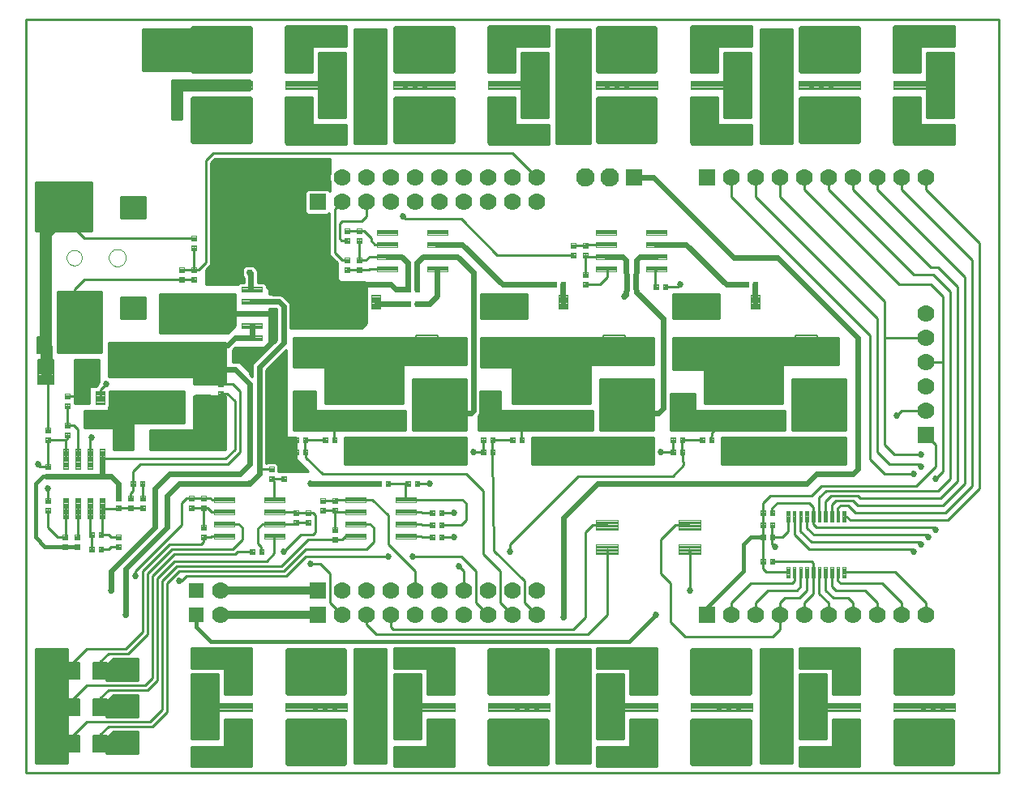
<source format=gtl>
G75*
G70*
%OFA0B0*%
%FSLAX24Y24*%
%IPPOS*%
%LPD*%
%AMOC8*
5,1,8,0,0,1.08239X$1,22.5*
%
%ADD10C,0.0100*%
%ADD11C,0.0040*%
%ADD12C,0.0087*%
%ADD13C,0.0191*%
%ADD14C,0.0039*%
%ADD15C,0.0063*%
%ADD16C,0.0067*%
%ADD17R,0.0700X0.0700*%
%ADD18C,0.0700*%
%ADD19C,0.0071*%
%ADD20C,0.0197*%
%ADD21C,0.0039*%
%ADD22C,0.0118*%
%ADD23C,0.0091*%
%ADD24C,0.0094*%
%ADD25C,0.0000*%
%ADD26R,0.0600X0.0600*%
%ADD27C,0.0044*%
%ADD28R,0.0660X0.0660*%
%ADD29C,0.0760*%
%ADD30C,0.0240*%
%ADD31C,0.0270*%
%ADD32C,0.0160*%
%ADD33C,0.0500*%
%ADD34C,0.0320*%
D10*
X017154Y019310D02*
X017154Y050310D01*
X057154Y050310D01*
X057154Y019310D01*
X017154Y019310D01*
X017554Y019710D02*
X017554Y024410D01*
X018854Y024410D01*
X018854Y019710D01*
X017554Y019710D01*
X017554Y019777D02*
X018854Y019777D01*
X018854Y019875D02*
X017554Y019875D01*
X017554Y019974D02*
X018854Y019974D01*
X018854Y020073D02*
X017554Y020073D01*
X017554Y020171D02*
X018854Y020171D01*
X018854Y020270D02*
X017554Y020270D01*
X017554Y020368D02*
X018854Y020368D01*
X018854Y020467D02*
X017554Y020467D01*
X017554Y020565D02*
X018854Y020565D01*
X018854Y020664D02*
X017554Y020664D01*
X017554Y020762D02*
X018854Y020762D01*
X018854Y020861D02*
X017554Y020861D01*
X017554Y020959D02*
X018854Y020959D01*
X018854Y021058D02*
X017554Y021058D01*
X017554Y021157D02*
X018854Y021157D01*
X018854Y021255D02*
X017554Y021255D01*
X017554Y021354D02*
X018854Y021354D01*
X018854Y021452D02*
X017554Y021452D01*
X017554Y021551D02*
X018854Y021551D01*
X018854Y021649D02*
X017554Y021649D01*
X017554Y021748D02*
X018854Y021748D01*
X018854Y021846D02*
X017554Y021846D01*
X017554Y021945D02*
X018854Y021945D01*
X018854Y022043D02*
X017554Y022043D01*
X017554Y022142D02*
X018854Y022142D01*
X018854Y022241D02*
X017554Y022241D01*
X017554Y022339D02*
X018854Y022339D01*
X018854Y022438D02*
X017554Y022438D01*
X017554Y022536D02*
X018854Y022536D01*
X018854Y022635D02*
X017554Y022635D01*
X017554Y022733D02*
X018854Y022733D01*
X018854Y022832D02*
X017554Y022832D01*
X017554Y022930D02*
X018854Y022930D01*
X018854Y023029D02*
X017554Y023029D01*
X017554Y023127D02*
X018854Y023127D01*
X018854Y023226D02*
X017554Y023226D01*
X017554Y023324D02*
X018854Y023324D01*
X018854Y023423D02*
X017554Y023423D01*
X017554Y023522D02*
X018854Y023522D01*
X018854Y023620D02*
X017554Y023620D01*
X017554Y023719D02*
X018854Y023719D01*
X018854Y023817D02*
X017554Y023817D01*
X017554Y023916D02*
X018854Y023916D01*
X018854Y024014D02*
X017554Y024014D01*
X017554Y024113D02*
X018854Y024113D01*
X018854Y024211D02*
X017554Y024211D01*
X017554Y024310D02*
X018854Y024310D01*
X018854Y024408D02*
X017554Y024408D01*
X018354Y023510D02*
X019054Y023510D01*
X019094Y023550D01*
X019094Y023850D01*
X019654Y024410D01*
X021254Y024410D01*
X021954Y025110D01*
X021954Y027610D01*
X023054Y028710D01*
X024354Y028710D01*
X024454Y028810D01*
X024454Y029013D01*
X024757Y029013D01*
X024804Y029060D01*
X025330Y029060D01*
X025330Y029560D02*
X025904Y029560D01*
X026054Y029410D01*
X026054Y028910D01*
X025654Y028510D01*
X023154Y028510D01*
X022154Y027510D01*
X022154Y025010D01*
X021354Y024210D01*
X020554Y024210D01*
X020214Y023870D01*
X020214Y023510D01*
X020454Y023522D02*
X021754Y023522D01*
X021754Y023620D02*
X020454Y023620D01*
X020454Y023710D02*
X020454Y023130D01*
X021754Y023130D01*
X021754Y024010D01*
X020754Y024010D01*
X020454Y023710D01*
X020463Y023719D02*
X021754Y023719D01*
X021754Y023817D02*
X020561Y023817D01*
X020660Y023916D02*
X021754Y023916D01*
X021754Y023423D02*
X020454Y023423D01*
X020454Y023324D02*
X021754Y023324D01*
X021754Y023226D02*
X020454Y023226D01*
X020554Y022710D02*
X020214Y022370D01*
X020214Y022010D01*
X020454Y022043D02*
X021754Y022043D01*
X021754Y021945D02*
X020454Y021945D01*
X020454Y021846D02*
X021754Y021846D01*
X021754Y021748D02*
X020454Y021748D01*
X020454Y021649D02*
X021754Y021649D01*
X021754Y021630D02*
X020454Y021630D01*
X020454Y022210D01*
X020754Y022510D01*
X021754Y022510D01*
X021754Y021630D01*
X021754Y022142D02*
X020454Y022142D01*
X020485Y022241D02*
X021754Y022241D01*
X021754Y022339D02*
X020583Y022339D01*
X020682Y022438D02*
X021754Y022438D01*
X022154Y022710D02*
X020554Y022710D01*
X019654Y022910D02*
X022054Y022910D01*
X022354Y023210D01*
X022354Y027410D01*
X023254Y028310D01*
X025754Y028310D01*
X025854Y028410D01*
X026457Y028410D01*
X026851Y028410D02*
X026851Y028613D01*
X026710Y028754D01*
X026710Y029366D01*
X026904Y029560D01*
X027378Y029560D01*
X028248Y029560D01*
X028254Y029613D01*
X028754Y029613D01*
X028754Y030007D02*
X028254Y030007D01*
X028248Y030060D01*
X027378Y030060D01*
X027378Y030560D02*
X027378Y031289D01*
X027254Y031413D01*
X027754Y031413D01*
X027542Y031710D02*
X027542Y031984D01*
X027431Y032095D01*
X027077Y032095D01*
X027044Y032062D01*
X027044Y035890D01*
X027854Y036700D01*
X027854Y033110D01*
X028254Y033110D01*
X028254Y032210D01*
X028754Y031710D01*
X027542Y031710D01*
X027542Y031799D02*
X028665Y031799D01*
X028566Y031898D02*
X027542Y031898D01*
X027529Y031996D02*
X028468Y031996D01*
X028369Y032095D02*
X027044Y032095D01*
X027044Y032193D02*
X028271Y032193D01*
X028254Y032292D02*
X027044Y032292D01*
X027044Y032390D02*
X028254Y032390D01*
X028254Y032489D02*
X027044Y032489D01*
X027044Y032588D02*
X028254Y032588D01*
X028257Y032510D02*
X028257Y033010D01*
X027854Y033010D01*
X027854Y033179D02*
X027044Y033179D01*
X027044Y033277D02*
X027854Y033277D01*
X027854Y033376D02*
X027044Y033376D01*
X027044Y033474D02*
X027854Y033474D01*
X027854Y033573D02*
X027044Y033573D01*
X027044Y033672D02*
X027854Y033672D01*
X027854Y033770D02*
X027044Y033770D01*
X027044Y033869D02*
X027854Y033869D01*
X027854Y033967D02*
X027044Y033967D01*
X027044Y034066D02*
X027854Y034066D01*
X027854Y034164D02*
X027044Y034164D01*
X027044Y034263D02*
X027854Y034263D01*
X027854Y034361D02*
X027044Y034361D01*
X027044Y034460D02*
X027854Y034460D01*
X027854Y034558D02*
X027044Y034558D01*
X027044Y034657D02*
X027854Y034657D01*
X027854Y034756D02*
X027044Y034756D01*
X027044Y034854D02*
X027854Y034854D01*
X027854Y034953D02*
X027044Y034953D01*
X027044Y035051D02*
X027854Y035051D01*
X027854Y035150D02*
X027044Y035150D01*
X027044Y035248D02*
X027854Y035248D01*
X027854Y035347D02*
X027044Y035347D01*
X027044Y035445D02*
X027854Y035445D01*
X027854Y035544D02*
X027044Y035544D01*
X027044Y035642D02*
X027854Y035642D01*
X027854Y035741D02*
X027044Y035741D01*
X027044Y035839D02*
X027854Y035839D01*
X027854Y035938D02*
X027092Y035938D01*
X027191Y036037D02*
X027854Y036037D01*
X027854Y036135D02*
X027289Y036135D01*
X027388Y036234D02*
X027854Y036234D01*
X027854Y036332D02*
X027486Y036332D01*
X027585Y036431D02*
X027854Y036431D01*
X027854Y036529D02*
X027684Y036529D01*
X027782Y036628D02*
X027854Y036628D01*
X028154Y036628D02*
X035254Y036628D01*
X035254Y036726D02*
X028154Y036726D01*
X028154Y036825D02*
X035254Y036825D01*
X035254Y036923D02*
X028154Y036923D01*
X028154Y037022D02*
X035254Y037022D01*
X035254Y037121D02*
X028154Y037121D01*
X028154Y037210D02*
X035254Y037210D01*
X035254Y036110D01*
X032654Y036110D01*
X032654Y034510D01*
X029454Y034510D01*
X029454Y036010D01*
X028154Y036010D01*
X028154Y037210D01*
X028044Y037600D02*
X028044Y038568D01*
X028000Y038674D01*
X027918Y038756D01*
X027721Y038953D01*
X027615Y038997D01*
X027499Y038997D01*
X027303Y038997D01*
X027295Y039000D01*
X027265Y039000D01*
X027235Y039006D01*
X027208Y039000D01*
X027154Y039000D01*
X027154Y039210D01*
X027057Y039307D01*
X027057Y039387D01*
X031154Y039387D01*
X031154Y039410D02*
X031154Y037810D01*
X030954Y037610D01*
X028054Y037610D01*
X028044Y037600D01*
X028044Y037613D02*
X030957Y037613D01*
X031056Y037712D02*
X028044Y037712D01*
X028044Y037810D02*
X031154Y037810D01*
X031154Y037909D02*
X028044Y037909D01*
X028044Y038007D02*
X031154Y038007D01*
X031154Y038106D02*
X028044Y038106D01*
X028044Y038205D02*
X031154Y038205D01*
X031154Y038303D02*
X028044Y038303D01*
X028044Y038402D02*
X031154Y038402D01*
X031154Y038500D02*
X028044Y038500D01*
X028031Y038599D02*
X031154Y038599D01*
X031154Y038697D02*
X027977Y038697D01*
X027918Y038756D02*
X027918Y038756D01*
X027878Y038796D02*
X031154Y038796D01*
X031154Y038894D02*
X027780Y038894D01*
X027624Y038993D02*
X031154Y038993D01*
X031154Y039091D02*
X027154Y039091D01*
X027154Y039190D02*
X031154Y039190D01*
X031154Y039289D02*
X027075Y039289D01*
X027057Y039387D02*
X026946Y039498D01*
X026700Y039498D01*
X026700Y039842D01*
X026706Y039871D01*
X026700Y039899D01*
X026700Y039928D01*
X026689Y039955D01*
X026683Y039984D01*
X026667Y040008D01*
X026656Y040035D01*
X026639Y040052D01*
X026639Y040087D01*
X026528Y040198D01*
X026389Y040198D01*
X026351Y040206D01*
X026313Y040198D01*
X026174Y040198D01*
X026063Y040087D01*
X026063Y039948D01*
X026055Y039910D01*
X026063Y039872D01*
X026063Y039733D01*
X026120Y039676D01*
X026120Y039498D01*
X025962Y039498D01*
X025874Y039410D01*
X024554Y039410D01*
X024554Y039999D01*
X024774Y040219D01*
X024774Y040401D01*
X024774Y044419D01*
X024945Y044590D01*
X029654Y044590D01*
X029654Y043961D01*
X029634Y043913D01*
X029634Y043706D01*
X029654Y043658D01*
X029654Y043250D01*
X029574Y043330D01*
X028734Y043330D01*
X028634Y043230D01*
X024774Y043230D01*
X024774Y043132D02*
X028634Y043132D01*
X028634Y043230D02*
X028634Y042389D01*
X028734Y042290D01*
X029574Y042290D01*
X029634Y042350D01*
X029634Y040801D01*
X029634Y040619D01*
X029954Y040299D01*
X029954Y039610D01*
X030054Y039510D01*
X031054Y039510D01*
X031154Y039410D01*
X031078Y039486D02*
X026958Y039486D01*
X026700Y039584D02*
X029980Y039584D01*
X029954Y039683D02*
X026700Y039683D01*
X026700Y039781D02*
X029954Y039781D01*
X029954Y039880D02*
X026704Y039880D01*
X026684Y039978D02*
X029954Y039978D01*
X029954Y040077D02*
X026639Y040077D01*
X026550Y040175D02*
X029954Y040175D01*
X029954Y040274D02*
X024774Y040274D01*
X024774Y040372D02*
X029880Y040372D01*
X029782Y040471D02*
X024774Y040471D01*
X024774Y040570D02*
X029683Y040570D01*
X029634Y040668D02*
X024774Y040668D01*
X024774Y040767D02*
X029634Y040767D01*
X029634Y040865D02*
X024774Y040865D01*
X024774Y040964D02*
X029634Y040964D01*
X029634Y041062D02*
X024774Y041062D01*
X024774Y041161D02*
X029634Y041161D01*
X029634Y041259D02*
X024774Y041259D01*
X024774Y041358D02*
X029634Y041358D01*
X029634Y041456D02*
X024774Y041456D01*
X024774Y041555D02*
X029634Y041555D01*
X029634Y041654D02*
X024774Y041654D01*
X024774Y041752D02*
X029634Y041752D01*
X029634Y041851D02*
X024774Y041851D01*
X024774Y041949D02*
X029634Y041949D01*
X029634Y042048D02*
X024774Y042048D01*
X024774Y042146D02*
X029634Y042146D01*
X029634Y042245D02*
X024774Y042245D01*
X024774Y042343D02*
X028680Y042343D01*
X028634Y042442D02*
X024774Y042442D01*
X024774Y042540D02*
X028634Y042540D01*
X028634Y042639D02*
X024774Y042639D01*
X024774Y042738D02*
X028634Y042738D01*
X028634Y042836D02*
X024774Y042836D01*
X024774Y042935D02*
X028634Y042935D01*
X028634Y043033D02*
X024774Y043033D01*
X024774Y043329D02*
X028732Y043329D01*
X029576Y043329D02*
X029654Y043329D01*
X029654Y043427D02*
X024774Y043427D01*
X024774Y043526D02*
X029654Y043526D01*
X029654Y043624D02*
X024774Y043624D01*
X024774Y043723D02*
X029634Y043723D01*
X029634Y043821D02*
X024774Y043821D01*
X024774Y043920D02*
X029637Y043920D01*
X029654Y044019D02*
X024774Y044019D01*
X024774Y044117D02*
X029654Y044117D01*
X029654Y044216D02*
X024774Y044216D01*
X024774Y044314D02*
X029654Y044314D01*
X029654Y044413D02*
X024774Y044413D01*
X024866Y044511D02*
X029654Y044511D01*
X030654Y045210D02*
X030654Y049910D01*
X031954Y049910D01*
X031954Y045210D01*
X030654Y045210D01*
X030654Y045300D02*
X031954Y045300D01*
X031954Y045398D02*
X030654Y045398D01*
X030654Y045497D02*
X031954Y045497D01*
X031954Y045595D02*
X030654Y045595D01*
X030654Y045694D02*
X031954Y045694D01*
X031954Y045792D02*
X030654Y045792D01*
X030654Y045891D02*
X031954Y045891D01*
X031954Y045989D02*
X030654Y045989D01*
X030654Y046088D02*
X031954Y046088D01*
X031954Y046187D02*
X030654Y046187D01*
X030654Y046285D02*
X031954Y046285D01*
X031954Y046384D02*
X030654Y046384D01*
X030654Y046482D02*
X031954Y046482D01*
X031954Y046581D02*
X030654Y046581D01*
X030654Y046679D02*
X031954Y046679D01*
X031954Y046778D02*
X030654Y046778D01*
X030654Y046876D02*
X031954Y046876D01*
X031954Y046975D02*
X030654Y046975D01*
X030654Y047073D02*
X031954Y047073D01*
X031954Y047172D02*
X030654Y047172D01*
X030654Y047271D02*
X031954Y047271D01*
X031954Y047369D02*
X030654Y047369D01*
X030654Y047468D02*
X031954Y047468D01*
X031954Y047566D02*
X030654Y047566D01*
X030654Y047665D02*
X031954Y047665D01*
X031954Y047763D02*
X030654Y047763D01*
X030654Y047862D02*
X031954Y047862D01*
X031954Y047960D02*
X030654Y047960D01*
X030654Y048059D02*
X031954Y048059D01*
X031954Y048157D02*
X030654Y048157D01*
X030654Y048256D02*
X031954Y048256D01*
X031954Y048354D02*
X030654Y048354D01*
X030654Y048453D02*
X031954Y048453D01*
X031954Y048552D02*
X030654Y048552D01*
X030654Y048650D02*
X031954Y048650D01*
X031954Y048749D02*
X030654Y048749D01*
X030654Y048847D02*
X031954Y048847D01*
X031954Y048946D02*
X030654Y048946D01*
X030654Y049044D02*
X031954Y049044D01*
X031954Y049143D02*
X030654Y049143D01*
X030654Y049241D02*
X031954Y049241D01*
X031954Y049340D02*
X030654Y049340D01*
X030654Y049438D02*
X031954Y049438D01*
X031954Y049537D02*
X030654Y049537D01*
X030654Y049636D02*
X031954Y049636D01*
X031954Y049734D02*
X030654Y049734D01*
X030654Y049833D02*
X031954Y049833D01*
X026354Y049833D02*
X021954Y049833D01*
X021954Y049910D02*
X026354Y049910D01*
X026354Y048210D01*
X021954Y048210D01*
X021954Y049910D01*
X021954Y049734D02*
X026354Y049734D01*
X026354Y049636D02*
X021954Y049636D01*
X021954Y049537D02*
X026354Y049537D01*
X026354Y049438D02*
X021954Y049438D01*
X021954Y049340D02*
X026354Y049340D01*
X026354Y049241D02*
X021954Y049241D01*
X021954Y049143D02*
X026354Y049143D01*
X026354Y049044D02*
X021954Y049044D01*
X021954Y048946D02*
X026354Y048946D01*
X026354Y048847D02*
X021954Y048847D01*
X021954Y048749D02*
X026354Y048749D01*
X026354Y048650D02*
X021954Y048650D01*
X021954Y048552D02*
X026354Y048552D01*
X026354Y048453D02*
X021954Y048453D01*
X021954Y048354D02*
X026354Y048354D01*
X026354Y048256D02*
X021954Y048256D01*
X023154Y047810D02*
X026354Y047810D01*
X026354Y047410D01*
X023554Y047410D01*
X023554Y046210D01*
X023154Y046210D01*
X023154Y047810D01*
X023154Y047763D02*
X026354Y047763D01*
X026354Y047665D02*
X023154Y047665D01*
X023154Y047566D02*
X026354Y047566D01*
X026354Y047468D02*
X023154Y047468D01*
X023154Y047369D02*
X023554Y047369D01*
X023554Y047271D02*
X023154Y047271D01*
X023154Y047172D02*
X023554Y047172D01*
X023554Y047073D02*
X023154Y047073D01*
X023154Y046975D02*
X023554Y046975D01*
X023554Y046876D02*
X023154Y046876D01*
X023154Y046778D02*
X023554Y046778D01*
X023554Y046679D02*
X023154Y046679D01*
X023154Y046581D02*
X023554Y046581D01*
X023554Y046482D02*
X023154Y046482D01*
X023154Y046384D02*
X023554Y046384D01*
X023554Y046285D02*
X023154Y046285D01*
X024854Y044810D02*
X024554Y044510D01*
X024554Y040310D01*
X024271Y040026D01*
X024054Y040007D01*
X024054Y040913D01*
X024054Y041307D02*
X019557Y041307D01*
X019154Y041710D01*
X019154Y042577D01*
X019854Y042540D02*
X017554Y042540D01*
X017554Y042442D02*
X019854Y042442D01*
X019854Y042343D02*
X017554Y042343D01*
X017554Y042245D02*
X019854Y042245D01*
X019854Y042146D02*
X017554Y042146D01*
X017554Y042048D02*
X019854Y042048D01*
X019854Y041949D02*
X017554Y041949D01*
X017554Y041851D02*
X019854Y041851D01*
X019854Y041752D02*
X017554Y041752D01*
X017554Y041654D02*
X019854Y041654D01*
X019854Y041610D02*
X017554Y041610D01*
X017554Y043610D01*
X019854Y043610D01*
X019854Y041610D01*
X019854Y042639D02*
X017554Y042639D01*
X017554Y042738D02*
X019854Y042738D01*
X019854Y042836D02*
X017554Y042836D01*
X017554Y042935D02*
X019854Y042935D01*
X019854Y043033D02*
X017554Y043033D01*
X017554Y043132D02*
X019854Y043132D01*
X019854Y043230D02*
X017554Y043230D01*
X017554Y043329D02*
X019854Y043329D01*
X019854Y043427D02*
X017554Y043427D01*
X017554Y043526D02*
X019854Y043526D01*
X019557Y039613D02*
X019154Y039210D01*
X019154Y038443D01*
X018454Y038402D02*
X020254Y038402D01*
X020254Y038500D02*
X018454Y038500D01*
X018454Y038599D02*
X020254Y038599D01*
X020254Y038697D02*
X018454Y038697D01*
X018454Y038796D02*
X020254Y038796D01*
X020254Y038894D02*
X018454Y038894D01*
X018454Y038993D02*
X020254Y038993D01*
X020254Y039091D02*
X018454Y039091D01*
X018454Y039110D02*
X020254Y039110D01*
X020254Y036610D01*
X018454Y036610D01*
X018454Y039110D01*
X018454Y038303D02*
X020254Y038303D01*
X020254Y038205D02*
X018454Y038205D01*
X018454Y038106D02*
X020254Y038106D01*
X020254Y038007D02*
X018454Y038007D01*
X018454Y037909D02*
X020254Y037909D01*
X020254Y037810D02*
X018454Y037810D01*
X018454Y037712D02*
X020254Y037712D01*
X020254Y037613D02*
X018454Y037613D01*
X018454Y037515D02*
X020254Y037515D01*
X020254Y037416D02*
X018454Y037416D01*
X018454Y037318D02*
X020254Y037318D01*
X020254Y037219D02*
X018454Y037219D01*
X018454Y037121D02*
X020254Y037121D01*
X020254Y037022D02*
X018454Y037022D01*
X018454Y036923D02*
X020254Y036923D01*
X020254Y036825D02*
X018454Y036825D01*
X018454Y036726D02*
X020254Y036726D01*
X020254Y036628D02*
X018454Y036628D01*
X019154Y036310D02*
X020154Y036310D01*
X020154Y035383D01*
X020149Y035371D01*
X020149Y035316D01*
X020043Y035210D01*
X019754Y035210D01*
X019754Y034510D01*
X019154Y034510D01*
X019154Y036310D01*
X019154Y036234D02*
X020154Y036234D01*
X020154Y036135D02*
X019154Y036135D01*
X019154Y036037D02*
X020154Y036037D01*
X020154Y035938D02*
X019154Y035938D01*
X019154Y035839D02*
X020154Y035839D01*
X020154Y035741D02*
X019154Y035741D01*
X019154Y035642D02*
X020154Y035642D01*
X020154Y035544D02*
X019154Y035544D01*
X019154Y035445D02*
X020154Y035445D01*
X020149Y035347D02*
X019154Y035347D01*
X019154Y035248D02*
X020081Y035248D01*
X020228Y035084D02*
X020454Y035310D01*
X020554Y035610D02*
X020554Y037010D01*
X025354Y037010D01*
X025354Y035310D01*
X024054Y035310D01*
X024054Y035610D01*
X020554Y035610D01*
X020554Y035642D02*
X025354Y035642D01*
X025354Y035544D02*
X024054Y035544D01*
X024054Y035445D02*
X025354Y035445D01*
X025354Y035347D02*
X024054Y035347D01*
X023654Y035010D02*
X023654Y033710D01*
X021554Y033710D01*
X021554Y032610D01*
X020754Y032610D01*
X020754Y033510D01*
X019554Y033510D01*
X019554Y034210D01*
X020554Y034210D01*
X020554Y034368D01*
X020595Y034409D01*
X020595Y035010D01*
X023654Y035010D01*
X023654Y034953D02*
X020595Y034953D01*
X020595Y034854D02*
X023654Y034854D01*
X023654Y034756D02*
X020595Y034756D01*
X020595Y034657D02*
X023654Y034657D01*
X023654Y034558D02*
X020595Y034558D01*
X020595Y034460D02*
X023654Y034460D01*
X023654Y034361D02*
X020554Y034361D01*
X020554Y034263D02*
X023654Y034263D01*
X023654Y034164D02*
X019554Y034164D01*
X019554Y034066D02*
X023654Y034066D01*
X023654Y033967D02*
X019554Y033967D01*
X019554Y033869D02*
X023654Y033869D01*
X023654Y033770D02*
X019554Y033770D01*
X019554Y033672D02*
X021554Y033672D01*
X021554Y033573D02*
X019554Y033573D01*
X019304Y033460D02*
X019304Y032234D01*
X018804Y032234D02*
X018804Y033004D01*
X018795Y033013D01*
X018054Y033013D01*
X018054Y031907D01*
X017757Y031907D01*
X017654Y032010D01*
X017737Y031926D01*
X017698Y031966D02*
X017654Y032010D01*
X018054Y031513D02*
X018110Y031510D01*
X018054Y031010D02*
X018054Y030507D01*
X018054Y030113D02*
X018054Y029410D01*
X018457Y029007D01*
X018754Y029007D01*
X018804Y029116D01*
X018804Y030186D01*
X019304Y030186D02*
X019304Y029116D01*
X019254Y029007D01*
X019254Y028613D02*
X018754Y028613D01*
X019857Y028510D02*
X019857Y029110D01*
X019804Y029116D01*
X019804Y030186D01*
X020304Y030186D02*
X020304Y029116D01*
X020251Y029110D01*
X020554Y029110D01*
X020657Y029007D01*
X020954Y029007D01*
X020954Y028613D02*
X020657Y028613D01*
X020554Y028510D01*
X020251Y028510D01*
X021654Y027610D02*
X023554Y029510D01*
X023554Y030410D01*
X023771Y030626D01*
X023954Y030607D01*
X024454Y030607D01*
X024751Y030607D01*
X024754Y030610D01*
X024804Y030560D01*
X025330Y030560D01*
X025330Y030060D02*
X024804Y030060D01*
X024651Y030213D01*
X024454Y030213D01*
X023954Y030213D01*
X024454Y030213D02*
X024454Y029407D01*
X023254Y028010D02*
X022554Y027310D01*
X022554Y023110D01*
X022154Y022710D01*
X022754Y021910D02*
X022254Y021410D01*
X019654Y021410D01*
X019094Y020850D01*
X019094Y020510D01*
X018954Y020510D02*
X018354Y020510D01*
X018354Y022010D02*
X019094Y022010D01*
X019094Y022350D01*
X019654Y022910D01*
X019094Y023510D02*
X019094Y023550D01*
X020554Y021210D02*
X022354Y021210D01*
X022954Y021810D01*
X022954Y027110D01*
X023454Y027610D01*
X027754Y027610D01*
X028654Y028510D01*
X031154Y028510D01*
X031454Y028810D01*
X031454Y029410D01*
X031304Y029560D01*
X030730Y029560D01*
X030730Y030060D02*
X029860Y030060D01*
X029854Y030113D01*
X029354Y030113D01*
X029054Y029910D02*
X029054Y029210D01*
X028954Y029110D01*
X028454Y029110D01*
X027754Y028410D01*
X027378Y028334D02*
X027054Y028010D01*
X023254Y028010D01*
X023354Y027810D02*
X022754Y027210D01*
X022754Y021910D01*
X021754Y021010D02*
X021754Y020110D01*
X020454Y020110D01*
X020454Y020710D01*
X020754Y021010D01*
X021754Y021010D01*
X021754Y020959D02*
X020704Y020959D01*
X020605Y020861D02*
X021754Y020861D01*
X021754Y020762D02*
X020506Y020762D01*
X020454Y020664D02*
X021754Y020664D01*
X021754Y020565D02*
X020454Y020565D01*
X020454Y020467D02*
X021754Y020467D01*
X021754Y020368D02*
X020454Y020368D01*
X020454Y020270D02*
X021754Y020270D01*
X021754Y020171D02*
X020454Y020171D01*
X020214Y020510D02*
X020214Y020870D01*
X020554Y021210D01*
X021654Y027410D02*
X021654Y027610D01*
X023354Y027810D02*
X027654Y027810D01*
X028757Y028913D01*
X029854Y028913D01*
X030157Y028913D01*
X030304Y029060D01*
X030730Y029060D01*
X029854Y029307D02*
X029854Y030113D01*
X029854Y030507D02*
X029354Y030507D01*
X029854Y030507D02*
X029860Y030560D01*
X030730Y030560D01*
X031404Y030560D01*
X032054Y029910D01*
X032054Y028710D01*
X033154Y027610D01*
X033154Y026810D01*
X033054Y028210D02*
X035054Y028210D01*
X035654Y027610D01*
X035654Y026310D01*
X036154Y025810D01*
X036654Y026310D02*
X037154Y025810D01*
X036654Y026310D02*
X036654Y027610D01*
X035954Y028310D01*
X035954Y030910D01*
X035254Y031610D01*
X029354Y031610D01*
X028671Y032293D01*
X028651Y032510D01*
X028651Y033010D01*
X029457Y033010D01*
X029851Y033010D02*
X029851Y033407D01*
X030054Y033610D01*
X030254Y033110D02*
X035254Y033110D01*
X035254Y032010D01*
X030254Y032010D01*
X030254Y033110D01*
X030254Y033080D02*
X035254Y033080D01*
X035254Y032982D02*
X030254Y032982D01*
X030254Y032883D02*
X035254Y032883D01*
X035254Y032785D02*
X030254Y032785D01*
X030254Y032686D02*
X035254Y032686D01*
X035254Y032588D02*
X030254Y032588D01*
X030254Y032489D02*
X035254Y032489D01*
X035254Y032390D02*
X030254Y032390D01*
X030254Y032292D02*
X035254Y032292D01*
X035254Y032193D02*
X030254Y032193D01*
X030254Y032095D02*
X035254Y032095D01*
X035554Y032510D02*
X035957Y032510D01*
X035957Y033010D01*
X036351Y033010D02*
X036351Y032510D01*
X036410Y028454D01*
X037654Y027210D01*
X037654Y026310D01*
X038154Y025810D01*
X038954Y024410D02*
X040354Y024410D01*
X040354Y019710D01*
X038954Y019710D01*
X038954Y024410D01*
X038954Y024408D02*
X040354Y024408D01*
X040354Y024310D02*
X038954Y024310D01*
X038954Y024211D02*
X040354Y024211D01*
X040354Y024113D02*
X038954Y024113D01*
X038954Y024014D02*
X040354Y024014D01*
X040354Y023916D02*
X038954Y023916D01*
X038954Y023817D02*
X040354Y023817D01*
X040354Y023719D02*
X038954Y023719D01*
X038954Y023620D02*
X040354Y023620D01*
X040354Y023522D02*
X038954Y023522D01*
X038954Y023423D02*
X040354Y023423D01*
X040354Y023324D02*
X038954Y023324D01*
X038954Y023226D02*
X040354Y023226D01*
X040354Y023127D02*
X038954Y023127D01*
X038954Y023029D02*
X040354Y023029D01*
X040354Y022930D02*
X038954Y022930D01*
X038954Y022832D02*
X040354Y022832D01*
X040354Y022733D02*
X038954Y022733D01*
X038954Y022635D02*
X040354Y022635D01*
X040354Y022536D02*
X038954Y022536D01*
X038954Y022438D02*
X040354Y022438D01*
X040354Y022339D02*
X038954Y022339D01*
X038954Y022241D02*
X040354Y022241D01*
X040354Y022142D02*
X038954Y022142D01*
X038954Y022043D02*
X040354Y022043D01*
X040354Y021945D02*
X038954Y021945D01*
X038954Y021846D02*
X040354Y021846D01*
X040354Y021748D02*
X038954Y021748D01*
X038954Y021649D02*
X040354Y021649D01*
X040354Y021551D02*
X038954Y021551D01*
X038954Y021452D02*
X040354Y021452D01*
X040354Y021354D02*
X038954Y021354D01*
X038954Y021255D02*
X040354Y021255D01*
X040354Y021157D02*
X038954Y021157D01*
X038954Y021058D02*
X040354Y021058D01*
X040354Y020959D02*
X038954Y020959D01*
X038954Y020861D02*
X040354Y020861D01*
X040354Y020762D02*
X038954Y020762D01*
X038954Y020664D02*
X040354Y020664D01*
X040354Y020565D02*
X038954Y020565D01*
X038954Y020467D02*
X040354Y020467D01*
X040354Y020368D02*
X038954Y020368D01*
X038954Y020270D02*
X040354Y020270D01*
X040354Y020171D02*
X038954Y020171D01*
X038954Y020073D02*
X040354Y020073D01*
X040354Y019974D02*
X038954Y019974D01*
X038954Y019875D02*
X040354Y019875D01*
X040354Y019777D02*
X038954Y019777D01*
X040254Y025010D02*
X031554Y025010D01*
X031154Y025410D01*
X031154Y025810D01*
X032154Y025810D02*
X032154Y025310D01*
X032254Y025210D01*
X039654Y025210D01*
X040154Y025710D01*
X040154Y029210D01*
X040454Y029510D01*
X041059Y029510D01*
X041059Y028510D02*
X041059Y025815D01*
X040254Y025010D01*
X043254Y027510D02*
X043254Y028910D01*
X043854Y029510D01*
X044449Y029510D01*
X044449Y028510D02*
X044454Y028305D01*
X044454Y026810D01*
X043654Y027110D02*
X043654Y025510D01*
X044254Y024910D01*
X047854Y024910D01*
X048154Y025210D01*
X048154Y025810D01*
X048154Y026310D01*
X048354Y026510D01*
X048954Y026510D01*
X049270Y026826D01*
X049270Y027568D01*
X049014Y027568D02*
X049014Y026970D01*
X048854Y026810D01*
X047654Y026810D01*
X047154Y026310D01*
X047154Y025810D01*
X046154Y025810D02*
X046154Y026310D01*
X046954Y027110D01*
X048654Y027110D01*
X048758Y027214D01*
X048758Y027568D01*
X048502Y027568D02*
X047596Y027568D01*
X047457Y027707D01*
X047457Y028010D01*
X047457Y029010D01*
X047457Y029510D01*
X047457Y030010D01*
X047457Y030413D01*
X047754Y030710D01*
X049454Y030710D01*
X049854Y031110D01*
X053754Y031110D01*
X054554Y031910D01*
X054554Y032810D01*
X054154Y033210D01*
X053954Y032410D02*
X052854Y032410D01*
X052454Y032810D01*
X052454Y037210D01*
X054154Y037210D01*
X054154Y036210D02*
X054854Y036210D01*
X054854Y038910D01*
X054354Y039410D01*
X053054Y039410D01*
X049154Y043310D01*
X049154Y043810D01*
X048154Y043810D02*
X048154Y043010D01*
X052454Y038710D01*
X052454Y037210D01*
X051854Y037310D02*
X051854Y032210D01*
X052454Y031610D01*
X053654Y031610D01*
X053954Y031910D02*
X053854Y032010D01*
X052654Y032010D01*
X052154Y032510D01*
X052154Y038010D01*
X047154Y043010D01*
X047154Y043810D01*
X046154Y043810D02*
X046154Y043010D01*
X051854Y037310D01*
X050554Y037210D02*
X050554Y036110D01*
X048254Y036110D01*
X048254Y034510D01*
X045054Y034510D01*
X045054Y035910D01*
X043754Y035910D01*
X043754Y037210D01*
X050554Y037210D01*
X050554Y037121D02*
X043754Y037121D01*
X043754Y037022D02*
X050554Y037022D01*
X050554Y036923D02*
X043754Y036923D01*
X043754Y036825D02*
X050554Y036825D01*
X050554Y036726D02*
X043754Y036726D01*
X043754Y036628D02*
X050554Y036628D01*
X050554Y036529D02*
X043754Y036529D01*
X043754Y036431D02*
X050554Y036431D01*
X050554Y036332D02*
X043754Y036332D01*
X043754Y036234D02*
X050554Y036234D01*
X050554Y036135D02*
X043754Y036135D01*
X043754Y036037D02*
X048254Y036037D01*
X048254Y035938D02*
X043754Y035938D01*
X042954Y036110D02*
X042954Y037210D01*
X035854Y037210D01*
X035854Y036010D01*
X037154Y036010D01*
X037154Y034510D01*
X040354Y034510D01*
X040354Y036110D01*
X042954Y036110D01*
X042954Y036135D02*
X035854Y036135D01*
X035854Y036037D02*
X040354Y036037D01*
X040354Y035938D02*
X037154Y035938D01*
X037154Y035839D02*
X040354Y035839D01*
X040354Y035741D02*
X037154Y035741D01*
X037154Y035642D02*
X040354Y035642D01*
X040354Y035544D02*
X037154Y035544D01*
X037154Y035445D02*
X040354Y035445D01*
X040354Y035347D02*
X037154Y035347D01*
X037154Y035248D02*
X040354Y035248D01*
X040354Y035150D02*
X037154Y035150D01*
X037154Y035051D02*
X040354Y035051D01*
X040354Y034953D02*
X037154Y034953D01*
X037154Y034854D02*
X040354Y034854D01*
X040354Y034756D02*
X037154Y034756D01*
X037154Y034657D02*
X040354Y034657D01*
X040354Y034558D02*
X037154Y034558D01*
X036654Y034558D02*
X035844Y034558D01*
X035844Y034460D02*
X036654Y034460D01*
X036654Y034361D02*
X035844Y034361D01*
X035844Y034268D02*
X035844Y035010D01*
X036654Y035010D01*
X036654Y034210D01*
X040454Y034210D01*
X040454Y033410D01*
X035754Y033410D01*
X035754Y034000D01*
X035800Y034046D01*
X035844Y034152D01*
X035844Y034268D01*
X035844Y034263D02*
X036654Y034263D01*
X036654Y034657D02*
X035844Y034657D01*
X035844Y034756D02*
X036654Y034756D01*
X036654Y034854D02*
X035844Y034854D01*
X035844Y034953D02*
X036654Y034953D01*
X035844Y034164D02*
X040454Y034164D01*
X040454Y034066D02*
X035808Y034066D01*
X035754Y033967D02*
X040454Y033967D01*
X040454Y033869D02*
X035754Y033869D01*
X035754Y033770D02*
X040454Y033770D01*
X040454Y033672D02*
X035754Y033672D01*
X035754Y033573D02*
X040454Y033573D01*
X040454Y033474D02*
X035754Y033474D01*
X035254Y033474D02*
X033054Y033474D01*
X033054Y033410D02*
X033054Y035510D01*
X035254Y035510D01*
X035254Y033410D01*
X033054Y033410D01*
X033054Y033573D02*
X035254Y033573D01*
X035254Y033672D02*
X033054Y033672D01*
X033054Y033770D02*
X035254Y033770D01*
X035254Y033869D02*
X033054Y033869D01*
X033054Y033967D02*
X035254Y033967D01*
X035254Y034066D02*
X033054Y034066D01*
X033054Y034164D02*
X035254Y034164D01*
X035254Y034263D02*
X033054Y034263D01*
X033054Y034361D02*
X035254Y034361D01*
X035254Y034460D02*
X033054Y034460D01*
X033054Y034558D02*
X035254Y034558D01*
X035254Y034657D02*
X033054Y034657D01*
X033054Y034756D02*
X035254Y034756D01*
X035254Y034854D02*
X033054Y034854D01*
X033054Y034953D02*
X035254Y034953D01*
X035254Y035051D02*
X033054Y035051D01*
X033054Y035150D02*
X035254Y035150D01*
X035254Y035248D02*
X033054Y035248D01*
X033054Y035347D02*
X035254Y035347D01*
X035254Y035445D02*
X033054Y035445D01*
X032654Y035445D02*
X029454Y035445D01*
X029454Y035347D02*
X032654Y035347D01*
X032654Y035248D02*
X029454Y035248D01*
X029454Y035150D02*
X032654Y035150D01*
X032654Y035051D02*
X029454Y035051D01*
X029454Y034953D02*
X032654Y034953D01*
X032654Y034854D02*
X029454Y034854D01*
X029454Y034756D02*
X032654Y034756D01*
X032654Y034657D02*
X029454Y034657D01*
X029454Y034558D02*
X032654Y034558D01*
X032754Y034210D02*
X032754Y033410D01*
X028154Y033410D01*
X028154Y035010D01*
X029054Y035010D01*
X029054Y034210D01*
X032754Y034210D01*
X032754Y034164D02*
X028154Y034164D01*
X028154Y034066D02*
X032754Y034066D01*
X032754Y033967D02*
X028154Y033967D01*
X028154Y033869D02*
X032754Y033869D01*
X032754Y033770D02*
X028154Y033770D01*
X028154Y033672D02*
X032754Y033672D01*
X032754Y033573D02*
X028154Y033573D01*
X028154Y033474D02*
X032754Y033474D01*
X032654Y035544D02*
X029454Y035544D01*
X029454Y035642D02*
X032654Y035642D01*
X032654Y035741D02*
X029454Y035741D01*
X029454Y035839D02*
X032654Y035839D01*
X032654Y035938D02*
X029454Y035938D01*
X029054Y034953D02*
X028154Y034953D01*
X028154Y034854D02*
X029054Y034854D01*
X029054Y034756D02*
X028154Y034756D01*
X028154Y034657D02*
X029054Y034657D01*
X029054Y034558D02*
X028154Y034558D01*
X028154Y034460D02*
X029054Y034460D01*
X029054Y034361D02*
X028154Y034361D01*
X028154Y034263D02*
X029054Y034263D01*
X028254Y033080D02*
X027044Y033080D01*
X027044Y032982D02*
X028254Y032982D01*
X028254Y032883D02*
X027044Y032883D01*
X027044Y032785D02*
X028254Y032785D01*
X028254Y032686D02*
X027044Y032686D01*
X026810Y031866D02*
X026869Y031807D01*
X027254Y031807D01*
X026810Y031866D02*
X026754Y031810D01*
X025954Y032510D02*
X025954Y035010D01*
X025657Y035307D01*
X025154Y035307D01*
X025154Y034913D02*
X025451Y034913D01*
X025754Y034610D01*
X025754Y032610D01*
X025378Y032234D01*
X020304Y032234D01*
X019804Y032234D02*
X019804Y033060D01*
X019854Y033110D01*
X019304Y033460D02*
X019137Y033626D01*
X018854Y033607D01*
X018854Y034413D01*
X019154Y034558D02*
X019754Y034558D01*
X019754Y034657D02*
X019154Y034657D01*
X019154Y034756D02*
X019754Y034756D01*
X019754Y034854D02*
X019154Y034854D01*
X019154Y034953D02*
X019754Y034953D01*
X019754Y035051D02*
X019154Y035051D01*
X019154Y035150D02*
X019754Y035150D01*
X020228Y035084D02*
X020228Y034743D01*
X019480Y034743D02*
X019416Y034807D01*
X018854Y034807D01*
X019397Y034826D02*
X019480Y034743D01*
X019457Y034766D01*
X018054Y035744D02*
X017988Y035810D01*
X018054Y035744D02*
X018054Y033407D01*
X018854Y033213D02*
X018854Y033054D01*
X018804Y033004D01*
X018793Y032993D01*
X020754Y032982D02*
X021554Y032982D01*
X021554Y033080D02*
X020754Y033080D01*
X020754Y033179D02*
X021554Y033179D01*
X021554Y033277D02*
X020754Y033277D01*
X020754Y033376D02*
X021554Y033376D01*
X021554Y033474D02*
X020754Y033474D01*
X020754Y032883D02*
X021554Y032883D01*
X021554Y032785D02*
X020754Y032785D01*
X020754Y032686D02*
X021554Y032686D01*
X022254Y032686D02*
X025354Y032686D01*
X025354Y032610D02*
X022254Y032610D01*
X022254Y033410D01*
X024054Y033410D01*
X024054Y034810D01*
X025354Y034810D01*
X025354Y032610D01*
X025354Y032785D02*
X022254Y032785D01*
X022254Y032883D02*
X025354Y032883D01*
X025354Y032982D02*
X022254Y032982D01*
X022254Y033080D02*
X025354Y033080D01*
X025354Y033179D02*
X022254Y033179D01*
X022254Y033277D02*
X025354Y033277D01*
X025354Y033376D02*
X022254Y033376D01*
X021854Y032010D02*
X021557Y031713D01*
X021557Y031210D01*
X021557Y030913D01*
X021454Y030810D01*
X021454Y030607D01*
X021454Y030213D02*
X020954Y030213D01*
X020922Y030186D01*
X020304Y030186D01*
X021454Y030213D02*
X021954Y030213D01*
X021954Y030607D02*
X021971Y030643D01*
X021971Y031190D01*
X021951Y031210D01*
X021854Y032010D02*
X025454Y032010D01*
X025954Y032510D01*
X025354Y033474D02*
X024054Y033474D01*
X024054Y033573D02*
X025354Y033573D01*
X025354Y033672D02*
X024054Y033672D01*
X024054Y033770D02*
X025354Y033770D01*
X025354Y033869D02*
X024054Y033869D01*
X024054Y033967D02*
X025354Y033967D01*
X025354Y034066D02*
X024054Y034066D01*
X024054Y034164D02*
X025354Y034164D01*
X025354Y034263D02*
X024054Y034263D01*
X024054Y034361D02*
X025354Y034361D01*
X025354Y034460D02*
X024054Y034460D01*
X024054Y034558D02*
X025354Y034558D01*
X025354Y034657D02*
X024054Y034657D01*
X024054Y034756D02*
X025354Y034756D01*
X025354Y035741D02*
X020554Y035741D01*
X020554Y035839D02*
X025354Y035839D01*
X025354Y035938D02*
X020554Y035938D01*
X020554Y036037D02*
X025354Y036037D01*
X025354Y036135D02*
X020554Y036135D01*
X020554Y036234D02*
X025354Y036234D01*
X025354Y036332D02*
X020554Y036332D01*
X020554Y036431D02*
X025354Y036431D01*
X025354Y036529D02*
X020554Y036529D01*
X020554Y036628D02*
X025354Y036628D01*
X025354Y036726D02*
X020554Y036726D01*
X020554Y036825D02*
X025354Y036825D01*
X025354Y036923D02*
X020554Y036923D01*
X022654Y037410D02*
X022654Y039010D01*
X025754Y039010D01*
X025754Y037710D01*
X025454Y037410D01*
X022654Y037410D01*
X022654Y037416D02*
X025460Y037416D01*
X025559Y037515D02*
X022654Y037515D01*
X022654Y037613D02*
X025657Y037613D01*
X025754Y037712D02*
X022654Y037712D01*
X022654Y037810D02*
X025754Y037810D01*
X025754Y037909D02*
X022654Y037909D01*
X022654Y038007D02*
X025754Y038007D01*
X025754Y038106D02*
X022654Y038106D01*
X022654Y038205D02*
X025754Y038205D01*
X025754Y038303D02*
X022654Y038303D01*
X022654Y038402D02*
X025754Y038402D01*
X025754Y038500D02*
X022654Y038500D01*
X022654Y038599D02*
X025754Y038599D01*
X025754Y038697D02*
X022654Y038697D01*
X022654Y038796D02*
X025754Y038796D01*
X025754Y038894D02*
X022654Y038894D01*
X022654Y038993D02*
X025754Y038993D01*
X025950Y039486D02*
X024554Y039486D01*
X024554Y039584D02*
X026120Y039584D01*
X026113Y039683D02*
X024554Y039683D01*
X024554Y039781D02*
X026063Y039781D01*
X026061Y039880D02*
X024554Y039880D01*
X024554Y039978D02*
X026063Y039978D01*
X026063Y040077D02*
X024632Y040077D01*
X024731Y040175D02*
X026151Y040175D01*
X027154Y038419D02*
X027192Y038419D01*
X027196Y038417D01*
X027227Y038417D01*
X027256Y038411D01*
X027284Y038417D01*
X027437Y038417D01*
X027464Y038390D01*
X027464Y037130D01*
X026508Y036174D01*
X026464Y036068D01*
X026464Y035952D01*
X026464Y035610D01*
X026354Y035720D01*
X026354Y035810D01*
X025954Y036210D01*
X025654Y036210D01*
X025654Y036700D01*
X025700Y036746D01*
X025764Y036810D01*
X026954Y036810D01*
X027154Y037010D01*
X027154Y038419D01*
X027154Y038402D02*
X027452Y038402D01*
X027464Y038303D02*
X027154Y038303D01*
X027154Y038205D02*
X027464Y038205D01*
X027464Y038106D02*
X027154Y038106D01*
X027154Y038007D02*
X027464Y038007D01*
X027464Y037909D02*
X027154Y037909D01*
X027154Y037810D02*
X027464Y037810D01*
X027464Y037712D02*
X027154Y037712D01*
X027154Y037613D02*
X027464Y037613D01*
X027464Y037515D02*
X027154Y037515D01*
X027154Y037416D02*
X027464Y037416D01*
X027464Y037318D02*
X027154Y037318D01*
X027154Y037219D02*
X027464Y037219D01*
X027455Y037121D02*
X027154Y037121D01*
X027154Y037022D02*
X027356Y037022D01*
X027257Y036923D02*
X027068Y036923D01*
X027159Y036825D02*
X026969Y036825D01*
X027060Y036726D02*
X025681Y036726D01*
X025654Y036628D02*
X026962Y036628D01*
X026863Y036529D02*
X025654Y036529D01*
X025654Y036431D02*
X026765Y036431D01*
X026666Y036332D02*
X025654Y036332D01*
X025654Y036234D02*
X026568Y036234D01*
X026492Y036135D02*
X026029Y036135D01*
X026127Y036037D02*
X026464Y036037D01*
X026464Y035938D02*
X026226Y035938D01*
X026324Y035839D02*
X026464Y035839D01*
X026464Y035741D02*
X026354Y035741D01*
X026432Y035642D02*
X026464Y035642D01*
X028154Y036037D02*
X032654Y036037D01*
X035254Y036135D02*
X028154Y036135D01*
X028154Y036234D02*
X035254Y036234D01*
X035254Y036332D02*
X028154Y036332D01*
X028154Y036431D02*
X035254Y036431D01*
X035254Y036529D02*
X028154Y036529D01*
X030354Y040013D02*
X030854Y040013D01*
X031257Y040013D01*
X031304Y040060D01*
X032030Y040060D01*
X032030Y040560D02*
X031304Y040560D01*
X031151Y040407D01*
X030854Y040407D01*
X030854Y041213D01*
X030854Y041607D02*
X030354Y041607D01*
X030354Y041213D02*
X030151Y041213D01*
X030054Y041310D01*
X030054Y041910D01*
X030154Y042010D01*
X030954Y042010D01*
X031154Y042210D01*
X031154Y042810D01*
X030154Y042810D02*
X029854Y042510D01*
X029854Y040710D01*
X030157Y040407D01*
X030354Y040407D01*
X031354Y041210D02*
X031504Y041060D01*
X032030Y041060D01*
X031354Y041210D02*
X031354Y041310D01*
X031057Y041607D01*
X030854Y041607D01*
X029634Y042343D02*
X029628Y042343D01*
X032654Y042210D02*
X032754Y042110D01*
X035054Y042110D01*
X036551Y040613D01*
X039654Y040613D01*
X039654Y041007D02*
X040154Y041007D01*
X040160Y041060D01*
X041030Y041060D01*
X041030Y040560D02*
X040160Y040560D01*
X040154Y040613D01*
X040154Y039807D01*
X040154Y039413D02*
X040757Y039413D01*
X041054Y039710D01*
X041054Y040036D01*
X041030Y040060D01*
X043037Y040020D02*
X043037Y039330D01*
X043057Y039310D01*
X043451Y039310D02*
X043954Y039310D01*
X044054Y039410D01*
X043754Y039010D02*
X045654Y039010D01*
X045654Y038010D01*
X043754Y038010D01*
X043754Y039010D01*
X043754Y038993D02*
X045654Y038993D01*
X045654Y038894D02*
X043754Y038894D01*
X043754Y038796D02*
X045654Y038796D01*
X045654Y038697D02*
X043754Y038697D01*
X043754Y038599D02*
X045654Y038599D01*
X045654Y038500D02*
X043754Y038500D01*
X043754Y038402D02*
X045654Y038402D01*
X045654Y038303D02*
X043754Y038303D01*
X043754Y038205D02*
X045654Y038205D01*
X045654Y038106D02*
X043754Y038106D01*
X042954Y037121D02*
X035854Y037121D01*
X035854Y037022D02*
X042954Y037022D01*
X042954Y036923D02*
X035854Y036923D01*
X035854Y036825D02*
X042954Y036825D01*
X042954Y036726D02*
X035854Y036726D01*
X035854Y036628D02*
X042954Y036628D01*
X042954Y036529D02*
X035854Y036529D01*
X035854Y036431D02*
X042954Y036431D01*
X042954Y036332D02*
X035854Y036332D01*
X035854Y036234D02*
X042954Y036234D01*
X042954Y035510D02*
X042954Y033410D01*
X040754Y033410D01*
X040754Y035510D01*
X042954Y035510D01*
X042954Y035445D02*
X040754Y035445D01*
X040754Y035347D02*
X042954Y035347D01*
X042954Y035248D02*
X040754Y035248D01*
X040754Y035150D02*
X042954Y035150D01*
X042954Y035051D02*
X040754Y035051D01*
X040754Y034953D02*
X042954Y034953D01*
X042954Y034854D02*
X040754Y034854D01*
X040754Y034756D02*
X042954Y034756D01*
X042954Y034657D02*
X040754Y034657D01*
X040754Y034558D02*
X042954Y034558D01*
X042954Y034460D02*
X040754Y034460D01*
X040754Y034361D02*
X042954Y034361D01*
X042954Y034263D02*
X040754Y034263D01*
X040754Y034164D02*
X042954Y034164D01*
X042954Y034066D02*
X040754Y034066D01*
X040754Y033967D02*
X042954Y033967D01*
X042954Y033869D02*
X040754Y033869D01*
X040754Y033770D02*
X042954Y033770D01*
X042954Y033672D02*
X040754Y033672D01*
X040754Y033573D02*
X042954Y033573D01*
X042954Y033474D02*
X040754Y033474D01*
X039854Y031510D02*
X043754Y031510D01*
X044210Y031966D01*
X044151Y032510D01*
X044151Y033010D01*
X044957Y033010D01*
X045351Y033010D02*
X045371Y033326D01*
X045654Y033610D01*
X045754Y033110D02*
X050854Y033110D01*
X050854Y032010D01*
X045754Y032010D01*
X045754Y033110D01*
X045754Y033080D02*
X050854Y033080D01*
X050854Y032982D02*
X045754Y032982D01*
X045754Y032883D02*
X050854Y032883D01*
X050854Y032785D02*
X045754Y032785D01*
X045754Y032686D02*
X050854Y032686D01*
X050854Y032588D02*
X045754Y032588D01*
X045754Y032489D02*
X050854Y032489D01*
X050854Y032390D02*
X045754Y032390D01*
X045754Y032292D02*
X050854Y032292D01*
X050854Y032193D02*
X045754Y032193D01*
X045754Y032095D02*
X050854Y032095D01*
X050054Y030910D02*
X054654Y030910D01*
X055154Y031410D01*
X055154Y039110D01*
X054454Y039810D01*
X053654Y039810D01*
X050154Y043310D01*
X050154Y043810D01*
X051154Y043810D02*
X051154Y043310D01*
X054354Y040110D01*
X054654Y040110D01*
X055454Y039310D01*
X055454Y031310D01*
X054754Y030610D01*
X051454Y030610D01*
X051354Y030710D01*
X050254Y030710D01*
X050038Y030494D01*
X050038Y029852D01*
X050294Y029852D02*
X050294Y030350D01*
X050454Y030510D01*
X051154Y030510D01*
X051354Y030310D01*
X054854Y030310D01*
X055754Y031210D01*
X055754Y039710D01*
X052154Y043310D01*
X052154Y043810D01*
X053154Y043810D02*
X053154Y043310D01*
X056054Y040410D01*
X056054Y031110D01*
X054954Y030010D01*
X051254Y030010D01*
X050954Y030310D01*
X050654Y030310D01*
X050550Y030206D01*
X050550Y029852D01*
X050806Y029852D02*
X050912Y029852D01*
X051054Y029710D01*
X055054Y029710D01*
X056354Y031010D01*
X056354Y041110D01*
X054154Y043310D01*
X054154Y043810D01*
X048654Y045210D02*
X048654Y049910D01*
X047354Y049910D01*
X047354Y045210D01*
X048654Y045210D01*
X048654Y045300D02*
X047354Y045300D01*
X047354Y045398D02*
X048654Y045398D01*
X048654Y045497D02*
X047354Y045497D01*
X047354Y045595D02*
X048654Y045595D01*
X048654Y045694D02*
X047354Y045694D01*
X047354Y045792D02*
X048654Y045792D01*
X048654Y045891D02*
X047354Y045891D01*
X047354Y045989D02*
X048654Y045989D01*
X048654Y046088D02*
X047354Y046088D01*
X047354Y046187D02*
X048654Y046187D01*
X048654Y046285D02*
X047354Y046285D01*
X047354Y046384D02*
X048654Y046384D01*
X048654Y046482D02*
X047354Y046482D01*
X047354Y046581D02*
X048654Y046581D01*
X048654Y046679D02*
X047354Y046679D01*
X047354Y046778D02*
X048654Y046778D01*
X048654Y046876D02*
X047354Y046876D01*
X047354Y046975D02*
X048654Y046975D01*
X048654Y047073D02*
X047354Y047073D01*
X047354Y047172D02*
X048654Y047172D01*
X048654Y047271D02*
X047354Y047271D01*
X047354Y047369D02*
X048654Y047369D01*
X048654Y047468D02*
X047354Y047468D01*
X047354Y047566D02*
X048654Y047566D01*
X048654Y047665D02*
X047354Y047665D01*
X047354Y047763D02*
X048654Y047763D01*
X048654Y047862D02*
X047354Y047862D01*
X047354Y047960D02*
X048654Y047960D01*
X048654Y048059D02*
X047354Y048059D01*
X047354Y048157D02*
X048654Y048157D01*
X048654Y048256D02*
X047354Y048256D01*
X047354Y048354D02*
X048654Y048354D01*
X048654Y048453D02*
X047354Y048453D01*
X047354Y048552D02*
X048654Y048552D01*
X048654Y048650D02*
X047354Y048650D01*
X047354Y048749D02*
X048654Y048749D01*
X048654Y048847D02*
X047354Y048847D01*
X047354Y048946D02*
X048654Y048946D01*
X048654Y049044D02*
X047354Y049044D01*
X047354Y049143D02*
X048654Y049143D01*
X048654Y049241D02*
X047354Y049241D01*
X047354Y049340D02*
X048654Y049340D01*
X048654Y049438D02*
X047354Y049438D01*
X047354Y049537D02*
X048654Y049537D01*
X048654Y049636D02*
X047354Y049636D01*
X047354Y049734D02*
X048654Y049734D01*
X048654Y049833D02*
X047354Y049833D01*
X040354Y049833D02*
X038954Y049833D01*
X038954Y049910D02*
X040354Y049910D01*
X040354Y045210D01*
X038954Y045210D01*
X038954Y049910D01*
X038954Y049734D02*
X040354Y049734D01*
X040354Y049636D02*
X038954Y049636D01*
X038954Y049537D02*
X040354Y049537D01*
X040354Y049438D02*
X038954Y049438D01*
X038954Y049340D02*
X040354Y049340D01*
X040354Y049241D02*
X038954Y049241D01*
X038954Y049143D02*
X040354Y049143D01*
X040354Y049044D02*
X038954Y049044D01*
X038954Y048946D02*
X040354Y048946D01*
X040354Y048847D02*
X038954Y048847D01*
X038954Y048749D02*
X040354Y048749D01*
X040354Y048650D02*
X038954Y048650D01*
X038954Y048552D02*
X040354Y048552D01*
X040354Y048453D02*
X038954Y048453D01*
X038954Y048354D02*
X040354Y048354D01*
X040354Y048256D02*
X038954Y048256D01*
X038954Y048157D02*
X040354Y048157D01*
X040354Y048059D02*
X038954Y048059D01*
X038954Y047960D02*
X040354Y047960D01*
X040354Y047862D02*
X038954Y047862D01*
X038954Y047763D02*
X040354Y047763D01*
X040354Y047665D02*
X038954Y047665D01*
X038954Y047566D02*
X040354Y047566D01*
X040354Y047468D02*
X038954Y047468D01*
X038954Y047369D02*
X040354Y047369D01*
X040354Y047271D02*
X038954Y047271D01*
X038954Y047172D02*
X040354Y047172D01*
X040354Y047073D02*
X038954Y047073D01*
X038954Y046975D02*
X040354Y046975D01*
X040354Y046876D02*
X038954Y046876D01*
X038954Y046778D02*
X040354Y046778D01*
X040354Y046679D02*
X038954Y046679D01*
X038954Y046581D02*
X040354Y046581D01*
X040354Y046482D02*
X038954Y046482D01*
X038954Y046384D02*
X040354Y046384D01*
X040354Y046285D02*
X038954Y046285D01*
X038954Y046187D02*
X040354Y046187D01*
X040354Y046088D02*
X038954Y046088D01*
X038954Y045989D02*
X040354Y045989D01*
X040354Y045891D02*
X038954Y045891D01*
X038954Y045792D02*
X040354Y045792D01*
X040354Y045694D02*
X038954Y045694D01*
X038954Y045595D02*
X040354Y045595D01*
X040354Y045497D02*
X038954Y045497D01*
X038954Y045398D02*
X040354Y045398D01*
X040354Y045300D02*
X038954Y045300D01*
X038154Y043810D02*
X037154Y044810D01*
X024854Y044810D01*
X024054Y040007D02*
X023554Y040007D01*
X023554Y039613D02*
X019557Y039613D01*
X023554Y039613D02*
X024054Y039613D01*
X032051Y031210D02*
X032857Y031210D01*
X032778Y031189D01*
X032778Y030560D01*
X035104Y030560D01*
X035254Y030410D01*
X035254Y029710D01*
X035054Y029510D01*
X034251Y029510D01*
X033857Y029510D02*
X033454Y029510D01*
X033404Y029560D01*
X032778Y029560D01*
X032778Y030060D02*
X033404Y030060D01*
X033454Y030010D01*
X033857Y030010D01*
X034251Y030010D02*
X034754Y030010D01*
X034754Y029010D02*
X034251Y029010D01*
X033857Y029010D02*
X033454Y029010D01*
X033404Y029060D01*
X032778Y029060D01*
X032054Y028210D02*
X028654Y028210D01*
X027854Y027410D01*
X023754Y027410D01*
X023554Y027210D01*
X023454Y027210D01*
X027378Y028334D02*
X027378Y029060D01*
X028754Y030007D02*
X028957Y030007D01*
X029054Y029910D01*
X029254Y027910D02*
X029654Y027510D01*
X029654Y026310D01*
X030154Y025810D01*
X030654Y024410D02*
X031954Y024410D01*
X031954Y019710D01*
X030654Y019710D01*
X030654Y024410D01*
X030654Y024408D02*
X031954Y024408D01*
X031954Y024310D02*
X030654Y024310D01*
X030654Y024211D02*
X031954Y024211D01*
X031954Y024113D02*
X030654Y024113D01*
X030654Y024014D02*
X031954Y024014D01*
X031954Y023916D02*
X030654Y023916D01*
X030654Y023817D02*
X031954Y023817D01*
X031954Y023719D02*
X030654Y023719D01*
X030654Y023620D02*
X031954Y023620D01*
X031954Y023522D02*
X030654Y023522D01*
X030654Y023423D02*
X031954Y023423D01*
X031954Y023324D02*
X030654Y023324D01*
X030654Y023226D02*
X031954Y023226D01*
X031954Y023127D02*
X030654Y023127D01*
X030654Y023029D02*
X031954Y023029D01*
X031954Y022930D02*
X030654Y022930D01*
X030654Y022832D02*
X031954Y022832D01*
X031954Y022733D02*
X030654Y022733D01*
X030654Y022635D02*
X031954Y022635D01*
X031954Y022536D02*
X030654Y022536D01*
X030654Y022438D02*
X031954Y022438D01*
X031954Y022339D02*
X030654Y022339D01*
X030654Y022241D02*
X031954Y022241D01*
X031954Y022142D02*
X030654Y022142D01*
X030654Y022043D02*
X031954Y022043D01*
X031954Y021945D02*
X030654Y021945D01*
X030654Y021846D02*
X031954Y021846D01*
X031954Y021748D02*
X030654Y021748D01*
X030654Y021649D02*
X031954Y021649D01*
X031954Y021551D02*
X030654Y021551D01*
X030654Y021452D02*
X031954Y021452D01*
X031954Y021354D02*
X030654Y021354D01*
X030654Y021255D02*
X031954Y021255D01*
X031954Y021157D02*
X030654Y021157D01*
X030654Y021058D02*
X031954Y021058D01*
X031954Y020959D02*
X030654Y020959D01*
X030654Y020861D02*
X031954Y020861D01*
X031954Y020762D02*
X030654Y020762D01*
X030654Y020664D02*
X031954Y020664D01*
X031954Y020565D02*
X030654Y020565D01*
X030654Y020467D02*
X031954Y020467D01*
X031954Y020368D02*
X030654Y020368D01*
X030654Y020270D02*
X031954Y020270D01*
X031954Y020171D02*
X030654Y020171D01*
X030654Y020073D02*
X031954Y020073D01*
X031954Y019974D02*
X030654Y019974D01*
X030654Y019875D02*
X031954Y019875D01*
X031954Y019777D02*
X030654Y019777D01*
X035154Y026810D02*
X035154Y027610D01*
X034954Y027810D01*
X037054Y028410D02*
X037054Y028710D01*
X039854Y031510D01*
X037954Y032010D02*
X042954Y032010D01*
X042954Y033110D01*
X037954Y033110D01*
X037954Y032010D01*
X037954Y032095D02*
X042954Y032095D01*
X042954Y032193D02*
X037954Y032193D01*
X037954Y032292D02*
X042954Y032292D01*
X042954Y032390D02*
X037954Y032390D01*
X037954Y032489D02*
X042954Y032489D01*
X042954Y032588D02*
X037954Y032588D01*
X037954Y032686D02*
X042954Y032686D01*
X042954Y032785D02*
X037954Y032785D01*
X037954Y032883D02*
X042954Y032883D01*
X042954Y032982D02*
X037954Y032982D01*
X037954Y033080D02*
X042954Y033080D01*
X043254Y032510D02*
X043757Y032510D01*
X043757Y033010D01*
X043654Y033410D02*
X043654Y034910D01*
X044654Y034910D01*
X044654Y034210D01*
X048354Y034210D01*
X048354Y033410D01*
X043654Y033410D01*
X043654Y033474D02*
X048354Y033474D01*
X048354Y033573D02*
X043654Y033573D01*
X043654Y033672D02*
X048354Y033672D01*
X048354Y033770D02*
X043654Y033770D01*
X043654Y033869D02*
X048354Y033869D01*
X048354Y033967D02*
X043654Y033967D01*
X043654Y034066D02*
X048354Y034066D01*
X048354Y034164D02*
X043654Y034164D01*
X043654Y034263D02*
X044654Y034263D01*
X044654Y034361D02*
X043654Y034361D01*
X043654Y034460D02*
X044654Y034460D01*
X044654Y034558D02*
X043654Y034558D01*
X043654Y034657D02*
X044654Y034657D01*
X044654Y034756D02*
X043654Y034756D01*
X043654Y034854D02*
X044654Y034854D01*
X045054Y034854D02*
X048254Y034854D01*
X048254Y034756D02*
X045054Y034756D01*
X045054Y034657D02*
X048254Y034657D01*
X048254Y034558D02*
X045054Y034558D01*
X045054Y034953D02*
X048254Y034953D01*
X048254Y035051D02*
X045054Y035051D01*
X045054Y035150D02*
X048254Y035150D01*
X048254Y035248D02*
X045054Y035248D01*
X045054Y035347D02*
X048254Y035347D01*
X048254Y035445D02*
X045054Y035445D01*
X045054Y035544D02*
X048254Y035544D01*
X048254Y035642D02*
X045054Y035642D01*
X045054Y035741D02*
X048254Y035741D01*
X048254Y035839D02*
X045054Y035839D01*
X048654Y035510D02*
X048654Y033410D01*
X050854Y033410D01*
X050854Y035510D01*
X048654Y035510D01*
X048654Y035445D02*
X050854Y035445D01*
X050854Y035347D02*
X048654Y035347D01*
X048654Y035248D02*
X050854Y035248D01*
X050854Y035150D02*
X048654Y035150D01*
X048654Y035051D02*
X050854Y035051D01*
X050854Y034953D02*
X048654Y034953D01*
X048654Y034854D02*
X050854Y034854D01*
X050854Y034756D02*
X048654Y034756D01*
X048654Y034657D02*
X050854Y034657D01*
X050854Y034558D02*
X048654Y034558D01*
X048654Y034460D02*
X050854Y034460D01*
X050854Y034361D02*
X048654Y034361D01*
X048654Y034263D02*
X050854Y034263D01*
X050854Y034164D02*
X048654Y034164D01*
X048654Y034066D02*
X050854Y034066D01*
X050854Y033967D02*
X048654Y033967D01*
X048654Y033869D02*
X050854Y033869D01*
X050854Y033770D02*
X048654Y033770D01*
X048654Y033672D02*
X050854Y033672D01*
X050854Y033573D02*
X048654Y033573D01*
X048654Y033474D02*
X050854Y033474D01*
X052954Y034010D02*
X053154Y034210D01*
X054154Y034210D01*
X054854Y036210D02*
X054854Y031710D01*
X054554Y031410D01*
X054454Y029410D02*
X054554Y029310D01*
X054454Y029410D02*
X049654Y029410D01*
X049526Y029538D01*
X049526Y029852D01*
X049526Y030238D01*
X049354Y030410D01*
X048054Y030410D01*
X047851Y030207D01*
X047851Y030010D01*
X047851Y029510D02*
X047851Y029010D01*
X047851Y028713D01*
X047954Y028610D01*
X047871Y028693D01*
X047910Y028654D02*
X047954Y028610D01*
X047851Y029010D02*
X048254Y029010D01*
X048502Y029258D01*
X048502Y029852D01*
X048758Y029852D02*
X048758Y029106D01*
X049354Y028510D01*
X053554Y028510D01*
X053654Y028410D01*
X053954Y028710D02*
X053854Y028810D01*
X049454Y028810D01*
X049014Y029250D01*
X049014Y029852D01*
X049270Y029852D02*
X049270Y029394D01*
X049554Y029110D01*
X054154Y029110D01*
X054254Y029010D01*
X052896Y027568D02*
X054154Y026310D01*
X054154Y025810D01*
X053154Y025810D02*
X053154Y026310D01*
X052354Y027110D01*
X050654Y027110D01*
X050550Y027214D01*
X050550Y027568D01*
X050806Y027568D02*
X052896Y027568D01*
X051654Y026810D02*
X052154Y026310D01*
X052154Y025810D01*
X051154Y025810D02*
X051154Y026310D01*
X050954Y026510D01*
X050354Y026510D01*
X050038Y026826D01*
X050038Y027568D01*
X050294Y027568D02*
X050294Y026970D01*
X050454Y026810D01*
X051654Y026810D01*
X050154Y026310D02*
X050154Y025810D01*
X050154Y026310D02*
X049782Y026682D01*
X049782Y027568D01*
X049526Y027568D02*
X049526Y026682D01*
X049154Y026310D01*
X049154Y025810D01*
X048654Y024410D02*
X047354Y024410D01*
X047354Y019710D01*
X048654Y019710D01*
X048654Y024410D01*
X048654Y024408D02*
X047354Y024408D01*
X047354Y024310D02*
X048654Y024310D01*
X048654Y024211D02*
X047354Y024211D01*
X047354Y024113D02*
X048654Y024113D01*
X048654Y024014D02*
X047354Y024014D01*
X047354Y023916D02*
X048654Y023916D01*
X048654Y023817D02*
X047354Y023817D01*
X047354Y023719D02*
X048654Y023719D01*
X048654Y023620D02*
X047354Y023620D01*
X047354Y023522D02*
X048654Y023522D01*
X048654Y023423D02*
X047354Y023423D01*
X047354Y023324D02*
X048654Y023324D01*
X048654Y023226D02*
X047354Y023226D01*
X047354Y023127D02*
X048654Y023127D01*
X048654Y023029D02*
X047354Y023029D01*
X047354Y022930D02*
X048654Y022930D01*
X048654Y022832D02*
X047354Y022832D01*
X047354Y022733D02*
X048654Y022733D01*
X048654Y022635D02*
X047354Y022635D01*
X047354Y022536D02*
X048654Y022536D01*
X048654Y022438D02*
X047354Y022438D01*
X047354Y022339D02*
X048654Y022339D01*
X048654Y022241D02*
X047354Y022241D01*
X047354Y022142D02*
X048654Y022142D01*
X048654Y022043D02*
X047354Y022043D01*
X047354Y021945D02*
X048654Y021945D01*
X048654Y021846D02*
X047354Y021846D01*
X047354Y021748D02*
X048654Y021748D01*
X048654Y021649D02*
X047354Y021649D01*
X047354Y021551D02*
X048654Y021551D01*
X048654Y021452D02*
X047354Y021452D01*
X047354Y021354D02*
X048654Y021354D01*
X048654Y021255D02*
X047354Y021255D01*
X047354Y021157D02*
X048654Y021157D01*
X048654Y021058D02*
X047354Y021058D01*
X047354Y020959D02*
X048654Y020959D01*
X048654Y020861D02*
X047354Y020861D01*
X047354Y020762D02*
X048654Y020762D01*
X048654Y020664D02*
X047354Y020664D01*
X047354Y020565D02*
X048654Y020565D01*
X048654Y020467D02*
X047354Y020467D01*
X047354Y020368D02*
X048654Y020368D01*
X048654Y020270D02*
X047354Y020270D01*
X047354Y020171D02*
X048654Y020171D01*
X048654Y020073D02*
X047354Y020073D01*
X047354Y019974D02*
X048654Y019974D01*
X048654Y019875D02*
X047354Y019875D01*
X047354Y019777D02*
X048654Y019777D01*
X049526Y027568D02*
X049526Y027938D01*
X049454Y028010D01*
X047851Y028010D01*
X049782Y029852D02*
X049782Y030638D01*
X050054Y030910D01*
X043654Y027110D02*
X043254Y027510D01*
X037551Y033407D02*
X037754Y033610D01*
X037551Y033407D02*
X037551Y033010D01*
X037157Y033010D02*
X036351Y033010D01*
X033754Y031210D02*
X033251Y031210D01*
X029254Y027910D02*
X028854Y027910D01*
X035854Y038010D02*
X037754Y038010D01*
X037754Y039010D01*
X035854Y039010D01*
X035854Y038010D01*
X035854Y038106D02*
X037754Y038106D01*
X037754Y038205D02*
X035854Y038205D01*
X035854Y038303D02*
X037754Y038303D01*
X037754Y038402D02*
X035854Y038402D01*
X035854Y038500D02*
X037754Y038500D01*
X037754Y038599D02*
X035854Y038599D01*
X035854Y038697D02*
X037754Y038697D01*
X037754Y038796D02*
X035854Y038796D01*
X035854Y038894D02*
X037754Y038894D01*
X037754Y038993D02*
X035854Y038993D01*
X043037Y040020D02*
X043078Y040060D01*
X043078Y039986D01*
D11*
X042665Y039962D02*
X042665Y040158D01*
X043491Y040158D01*
X043491Y039962D01*
X042665Y039962D01*
X042665Y040001D02*
X043491Y040001D01*
X043491Y040040D02*
X042665Y040040D01*
X042665Y040079D02*
X043491Y040079D01*
X043491Y040118D02*
X042665Y040118D01*
X042665Y040157D02*
X043491Y040157D01*
X042665Y040462D02*
X042665Y040658D01*
X043491Y040658D01*
X043491Y040462D01*
X042665Y040462D01*
X042665Y040501D02*
X043491Y040501D01*
X043491Y040540D02*
X042665Y040540D01*
X042665Y040579D02*
X043491Y040579D01*
X043491Y040618D02*
X042665Y040618D01*
X042665Y040657D02*
X043491Y040657D01*
X042665Y040962D02*
X042665Y041158D01*
X043491Y041158D01*
X043491Y040962D01*
X042665Y040962D01*
X042665Y041001D02*
X043491Y041001D01*
X043491Y041040D02*
X042665Y041040D01*
X042665Y041079D02*
X043491Y041079D01*
X043491Y041118D02*
X042665Y041118D01*
X042665Y041157D02*
X043491Y041157D01*
X042665Y041462D02*
X042665Y041658D01*
X043491Y041658D01*
X043491Y041462D01*
X042665Y041462D01*
X042665Y041501D02*
X043491Y041501D01*
X043491Y041540D02*
X042665Y041540D01*
X042665Y041579D02*
X043491Y041579D01*
X043491Y041618D02*
X042665Y041618D01*
X042665Y041657D02*
X043491Y041657D01*
X043549Y039408D02*
X043353Y039408D01*
X043549Y039408D02*
X043549Y039212D01*
X043353Y039212D01*
X043353Y039408D01*
X043353Y039251D02*
X043549Y039251D01*
X043549Y039290D02*
X043353Y039290D01*
X043353Y039329D02*
X043549Y039329D01*
X043549Y039368D02*
X043353Y039368D01*
X043353Y039407D02*
X043549Y039407D01*
X043155Y039408D02*
X042959Y039408D01*
X043155Y039408D02*
X043155Y039212D01*
X042959Y039212D01*
X042959Y039408D01*
X042959Y039251D02*
X043155Y039251D01*
X043155Y039290D02*
X042959Y039290D01*
X042959Y039329D02*
X043155Y039329D01*
X043155Y039368D02*
X042959Y039368D01*
X042959Y039407D02*
X043155Y039407D01*
X042349Y039408D02*
X042153Y039408D01*
X042349Y039408D02*
X042349Y039212D01*
X042153Y039212D01*
X042153Y039408D01*
X042153Y039251D02*
X042349Y039251D01*
X042349Y039290D02*
X042153Y039290D01*
X042153Y039329D02*
X042349Y039329D01*
X042349Y039368D02*
X042153Y039368D01*
X042153Y039407D02*
X042349Y039407D01*
X041955Y039408D02*
X041759Y039408D01*
X041955Y039408D02*
X041955Y039212D01*
X041759Y039212D01*
X041759Y039408D01*
X041759Y039251D02*
X041955Y039251D01*
X041955Y039290D02*
X041759Y039290D01*
X041759Y039329D02*
X041955Y039329D01*
X041955Y039368D02*
X041759Y039368D01*
X041759Y039407D02*
X041955Y039407D01*
X040617Y039962D02*
X040617Y040158D01*
X041443Y040158D01*
X041443Y039962D01*
X040617Y039962D01*
X040617Y040001D02*
X041443Y040001D01*
X041443Y040040D02*
X040617Y040040D01*
X040617Y040079D02*
X041443Y040079D01*
X041443Y040118D02*
X040617Y040118D01*
X040617Y040157D02*
X041443Y040157D01*
X040617Y040462D02*
X040617Y040658D01*
X041443Y040658D01*
X041443Y040462D01*
X040617Y040462D01*
X040617Y040501D02*
X041443Y040501D01*
X041443Y040540D02*
X040617Y040540D01*
X040617Y040579D02*
X041443Y040579D01*
X041443Y040618D02*
X040617Y040618D01*
X040617Y040657D02*
X041443Y040657D01*
X040617Y040962D02*
X040617Y041158D01*
X041443Y041158D01*
X041443Y040962D01*
X040617Y040962D01*
X040617Y041001D02*
X041443Y041001D01*
X041443Y041040D02*
X040617Y041040D01*
X040617Y041079D02*
X041443Y041079D01*
X041443Y041118D02*
X040617Y041118D01*
X040617Y041157D02*
X041443Y041157D01*
X040617Y041462D02*
X040617Y041658D01*
X041443Y041658D01*
X041443Y041462D01*
X040617Y041462D01*
X040617Y041501D02*
X041443Y041501D01*
X041443Y041540D02*
X040617Y041540D01*
X040617Y041579D02*
X041443Y041579D01*
X041443Y041618D02*
X040617Y041618D01*
X040617Y041657D02*
X041443Y041657D01*
X040252Y041105D02*
X040252Y040909D01*
X040056Y040909D01*
X040056Y041105D01*
X040252Y041105D01*
X040252Y040948D02*
X040056Y040948D01*
X040056Y040987D02*
X040252Y040987D01*
X040252Y041026D02*
X040056Y041026D01*
X040056Y041065D02*
X040252Y041065D01*
X040252Y041104D02*
X040056Y041104D01*
X039752Y041105D02*
X039752Y040909D01*
X039556Y040909D01*
X039556Y041105D01*
X039752Y041105D01*
X039752Y040948D02*
X039556Y040948D01*
X039556Y040987D02*
X039752Y040987D01*
X039752Y041026D02*
X039556Y041026D01*
X039556Y041065D02*
X039752Y041065D01*
X039752Y041104D02*
X039556Y041104D01*
X039752Y040711D02*
X039752Y040515D01*
X039556Y040515D01*
X039556Y040711D01*
X039752Y040711D01*
X039752Y040554D02*
X039556Y040554D01*
X039556Y040593D02*
X039752Y040593D01*
X039752Y040632D02*
X039556Y040632D01*
X039556Y040671D02*
X039752Y040671D01*
X039752Y040710D02*
X039556Y040710D01*
X040252Y040711D02*
X040252Y040515D01*
X040056Y040515D01*
X040056Y040711D01*
X040252Y040711D01*
X040252Y040554D02*
X040056Y040554D01*
X040056Y040593D02*
X040252Y040593D01*
X040252Y040632D02*
X040056Y040632D01*
X040056Y040671D02*
X040252Y040671D01*
X040252Y040710D02*
X040056Y040710D01*
X040056Y039905D02*
X040056Y039709D01*
X040056Y039905D02*
X040252Y039905D01*
X040252Y039709D01*
X040056Y039709D01*
X040056Y039748D02*
X040252Y039748D01*
X040252Y039787D02*
X040056Y039787D01*
X040056Y039826D02*
X040252Y039826D01*
X040252Y039865D02*
X040056Y039865D01*
X040056Y039904D02*
X040252Y039904D01*
X040056Y039511D02*
X040056Y039315D01*
X040056Y039511D02*
X040252Y039511D01*
X040252Y039315D01*
X040056Y039315D01*
X040056Y039354D02*
X040252Y039354D01*
X040252Y039393D02*
X040056Y039393D01*
X040056Y039432D02*
X040252Y039432D01*
X040252Y039471D02*
X040056Y039471D01*
X040056Y039510D02*
X040252Y039510D01*
X039349Y039312D02*
X039153Y039312D01*
X039153Y039508D01*
X039349Y039508D01*
X039349Y039312D01*
X039349Y039351D02*
X039153Y039351D01*
X039153Y039390D02*
X039349Y039390D01*
X039349Y039429D02*
X039153Y039429D01*
X039153Y039468D02*
X039349Y039468D01*
X039349Y039507D02*
X039153Y039507D01*
X038955Y039312D02*
X038759Y039312D01*
X038759Y039508D01*
X038955Y039508D01*
X038955Y039312D01*
X038955Y039351D02*
X038759Y039351D01*
X038759Y039390D02*
X038955Y039390D01*
X038955Y039429D02*
X038759Y039429D01*
X038759Y039468D02*
X038955Y039468D01*
X038955Y039507D02*
X038759Y039507D01*
X033665Y039962D02*
X033665Y040158D01*
X034491Y040158D01*
X034491Y039962D01*
X033665Y039962D01*
X033665Y040001D02*
X034491Y040001D01*
X034491Y040040D02*
X033665Y040040D01*
X033665Y040079D02*
X034491Y040079D01*
X034491Y040118D02*
X033665Y040118D01*
X033665Y040157D02*
X034491Y040157D01*
X033665Y040462D02*
X033665Y040658D01*
X034491Y040658D01*
X034491Y040462D01*
X033665Y040462D01*
X033665Y040501D02*
X034491Y040501D01*
X034491Y040540D02*
X033665Y040540D01*
X033665Y040579D02*
X034491Y040579D01*
X034491Y040618D02*
X033665Y040618D01*
X033665Y040657D02*
X034491Y040657D01*
X033665Y040962D02*
X033665Y041158D01*
X034491Y041158D01*
X034491Y040962D01*
X033665Y040962D01*
X033665Y041001D02*
X034491Y041001D01*
X034491Y041040D02*
X033665Y041040D01*
X033665Y041079D02*
X034491Y041079D01*
X034491Y041118D02*
X033665Y041118D01*
X033665Y041157D02*
X034491Y041157D01*
X033665Y041462D02*
X033665Y041658D01*
X034491Y041658D01*
X034491Y041462D01*
X033665Y041462D01*
X033665Y041501D02*
X034491Y041501D01*
X034491Y041540D02*
X033665Y041540D01*
X033665Y041579D02*
X034491Y041579D01*
X034491Y041618D02*
X033665Y041618D01*
X033665Y041657D02*
X034491Y041657D01*
X031617Y041658D02*
X031617Y041462D01*
X031617Y041658D02*
X032443Y041658D01*
X032443Y041462D01*
X031617Y041462D01*
X031617Y041501D02*
X032443Y041501D01*
X032443Y041540D02*
X031617Y041540D01*
X031617Y041579D02*
X032443Y041579D01*
X032443Y041618D02*
X031617Y041618D01*
X031617Y041657D02*
X032443Y041657D01*
X031617Y041158D02*
X031617Y040962D01*
X031617Y041158D02*
X032443Y041158D01*
X032443Y040962D01*
X031617Y040962D01*
X031617Y041001D02*
X032443Y041001D01*
X032443Y041040D02*
X031617Y041040D01*
X031617Y041079D02*
X032443Y041079D01*
X032443Y041118D02*
X031617Y041118D01*
X031617Y041157D02*
X032443Y041157D01*
X031617Y040658D02*
X031617Y040462D01*
X031617Y040658D02*
X032443Y040658D01*
X032443Y040462D01*
X031617Y040462D01*
X031617Y040501D02*
X032443Y040501D01*
X032443Y040540D02*
X031617Y040540D01*
X031617Y040579D02*
X032443Y040579D01*
X032443Y040618D02*
X031617Y040618D01*
X031617Y040657D02*
X032443Y040657D01*
X031617Y040158D02*
X031617Y039962D01*
X031617Y040158D02*
X032443Y040158D01*
X032443Y039962D01*
X031617Y039962D01*
X031617Y040001D02*
X032443Y040001D01*
X032443Y040040D02*
X031617Y040040D01*
X031617Y040079D02*
X032443Y040079D01*
X032443Y040118D02*
X031617Y040118D01*
X031617Y040157D02*
X032443Y040157D01*
X032759Y039308D02*
X032955Y039308D01*
X032955Y039112D01*
X032759Y039112D01*
X032759Y039308D01*
X032759Y039151D02*
X032955Y039151D01*
X032955Y039190D02*
X032759Y039190D01*
X032759Y039229D02*
X032955Y039229D01*
X032955Y039268D02*
X032759Y039268D01*
X032759Y039307D02*
X032955Y039307D01*
X033153Y039308D02*
X033349Y039308D01*
X033349Y039112D01*
X033153Y039112D01*
X033153Y039308D01*
X033153Y039151D02*
X033349Y039151D01*
X033349Y039190D02*
X033153Y039190D01*
X033153Y039229D02*
X033349Y039229D01*
X033349Y039268D02*
X033153Y039268D01*
X033153Y039307D02*
X033349Y039307D01*
X033349Y038708D02*
X033153Y038708D01*
X033349Y038708D02*
X033349Y038512D01*
X033153Y038512D01*
X033153Y038708D01*
X033153Y038551D02*
X033349Y038551D01*
X033349Y038590D02*
X033153Y038590D01*
X033153Y038629D02*
X033349Y038629D01*
X033349Y038668D02*
X033153Y038668D01*
X033153Y038707D02*
X033349Y038707D01*
X032955Y038708D02*
X032759Y038708D01*
X032955Y038708D02*
X032955Y038512D01*
X032759Y038512D01*
X032759Y038708D01*
X032759Y038551D02*
X032955Y038551D01*
X032955Y038590D02*
X032759Y038590D01*
X032759Y038629D02*
X032955Y038629D01*
X032955Y038668D02*
X032759Y038668D01*
X032759Y038707D02*
X032955Y038707D01*
X030756Y039915D02*
X030756Y040111D01*
X030952Y040111D01*
X030952Y039915D01*
X030756Y039915D01*
X030756Y039954D02*
X030952Y039954D01*
X030952Y039993D02*
X030756Y039993D01*
X030756Y040032D02*
X030952Y040032D01*
X030952Y040071D02*
X030756Y040071D01*
X030756Y040110D02*
X030952Y040110D01*
X030756Y040309D02*
X030756Y040505D01*
X030952Y040505D01*
X030952Y040309D01*
X030756Y040309D01*
X030756Y040348D02*
X030952Y040348D01*
X030952Y040387D02*
X030756Y040387D01*
X030756Y040426D02*
X030952Y040426D01*
X030952Y040465D02*
X030756Y040465D01*
X030756Y040504D02*
X030952Y040504D01*
X030256Y040505D02*
X030256Y040309D01*
X030256Y040505D02*
X030452Y040505D01*
X030452Y040309D01*
X030256Y040309D01*
X030256Y040348D02*
X030452Y040348D01*
X030452Y040387D02*
X030256Y040387D01*
X030256Y040426D02*
X030452Y040426D01*
X030452Y040465D02*
X030256Y040465D01*
X030256Y040504D02*
X030452Y040504D01*
X030256Y040111D02*
X030256Y039915D01*
X030256Y040111D02*
X030452Y040111D01*
X030452Y039915D01*
X030256Y039915D01*
X030256Y039954D02*
X030452Y039954D01*
X030452Y039993D02*
X030256Y039993D01*
X030256Y040032D02*
X030452Y040032D01*
X030452Y040071D02*
X030256Y040071D01*
X030256Y040110D02*
X030452Y040110D01*
X030452Y041115D02*
X030452Y041311D01*
X030452Y041115D02*
X030256Y041115D01*
X030256Y041311D01*
X030452Y041311D01*
X030452Y041154D02*
X030256Y041154D01*
X030256Y041193D02*
X030452Y041193D01*
X030452Y041232D02*
X030256Y041232D01*
X030256Y041271D02*
X030452Y041271D01*
X030452Y041310D02*
X030256Y041310D01*
X030452Y041509D02*
X030452Y041705D01*
X030452Y041509D02*
X030256Y041509D01*
X030256Y041705D01*
X030452Y041705D01*
X030452Y041548D02*
X030256Y041548D01*
X030256Y041587D02*
X030452Y041587D01*
X030452Y041626D02*
X030256Y041626D01*
X030256Y041665D02*
X030452Y041665D01*
X030452Y041704D02*
X030256Y041704D01*
X030952Y041705D02*
X030952Y041509D01*
X030756Y041509D01*
X030756Y041705D01*
X030952Y041705D01*
X030952Y041548D02*
X030756Y041548D01*
X030756Y041587D02*
X030952Y041587D01*
X030952Y041626D02*
X030756Y041626D01*
X030756Y041665D02*
X030952Y041665D01*
X030952Y041704D02*
X030756Y041704D01*
X030952Y041311D02*
X030952Y041115D01*
X030756Y041115D01*
X030756Y041311D01*
X030952Y041311D01*
X030952Y041154D02*
X030756Y041154D01*
X030756Y041193D02*
X030952Y041193D01*
X030952Y041232D02*
X030756Y041232D01*
X030756Y041271D02*
X030952Y041271D01*
X030952Y041310D02*
X030756Y041310D01*
X027156Y038805D02*
X027156Y038609D01*
X027156Y038805D02*
X027352Y038805D01*
X027352Y038609D01*
X027156Y038609D01*
X027156Y038648D02*
X027352Y038648D01*
X027352Y038687D02*
X027156Y038687D01*
X027156Y038726D02*
X027352Y038726D01*
X027352Y038765D02*
X027156Y038765D01*
X027156Y038804D02*
X027352Y038804D01*
X027156Y038411D02*
X027156Y038215D01*
X027156Y038411D02*
X027352Y038411D01*
X027352Y038215D01*
X027156Y038215D01*
X027156Y038254D02*
X027352Y038254D01*
X027352Y038293D02*
X027156Y038293D01*
X027156Y038332D02*
X027352Y038332D01*
X027352Y038371D02*
X027156Y038371D01*
X027156Y038410D02*
X027352Y038410D01*
X026867Y038308D02*
X026867Y038112D01*
X026041Y038112D01*
X026041Y038308D01*
X026867Y038308D01*
X026867Y038151D02*
X026041Y038151D01*
X026041Y038190D02*
X026867Y038190D01*
X026867Y038229D02*
X026041Y038229D01*
X026041Y038268D02*
X026867Y038268D01*
X026867Y038307D02*
X026041Y038307D01*
X026867Y038612D02*
X026867Y038808D01*
X026867Y038612D02*
X026041Y038612D01*
X026041Y038808D01*
X026867Y038808D01*
X026867Y038651D02*
X026041Y038651D01*
X026041Y038690D02*
X026867Y038690D01*
X026867Y038729D02*
X026041Y038729D01*
X026041Y038768D02*
X026867Y038768D01*
X026867Y038807D02*
X026041Y038807D01*
X026867Y039112D02*
X026867Y039308D01*
X026867Y039112D02*
X026041Y039112D01*
X026041Y039308D01*
X026867Y039308D01*
X026867Y039151D02*
X026041Y039151D01*
X026041Y039190D02*
X026867Y039190D01*
X026867Y039229D02*
X026041Y039229D01*
X026041Y039268D02*
X026867Y039268D01*
X026867Y039307D02*
X026041Y039307D01*
X026055Y040008D02*
X025859Y040008D01*
X026055Y040008D02*
X026055Y039812D01*
X025859Y039812D01*
X025859Y040008D01*
X025859Y039851D02*
X026055Y039851D01*
X026055Y039890D02*
X025859Y039890D01*
X025859Y039929D02*
X026055Y039929D01*
X026055Y039968D02*
X025859Y039968D01*
X025859Y040007D02*
X026055Y040007D01*
X026253Y040008D02*
X026449Y040008D01*
X026449Y039812D01*
X026253Y039812D01*
X026253Y040008D01*
X026253Y039851D02*
X026449Y039851D01*
X026449Y039890D02*
X026253Y039890D01*
X026253Y039929D02*
X026449Y039929D01*
X026449Y039968D02*
X026253Y039968D01*
X026253Y040007D02*
X026449Y040007D01*
X026867Y037808D02*
X026867Y037612D01*
X026041Y037612D01*
X026041Y037808D01*
X026867Y037808D01*
X026867Y037651D02*
X026041Y037651D01*
X026041Y037690D02*
X026867Y037690D01*
X026867Y037729D02*
X026041Y037729D01*
X026041Y037768D02*
X026867Y037768D01*
X026867Y037807D02*
X026041Y037807D01*
X026867Y037308D02*
X026867Y037112D01*
X026041Y037112D01*
X026041Y037308D01*
X026867Y037308D01*
X026867Y037151D02*
X026041Y037151D01*
X026041Y037190D02*
X026867Y037190D01*
X026867Y037229D02*
X026041Y037229D01*
X026041Y037268D02*
X026867Y037268D01*
X026867Y037307D02*
X026041Y037307D01*
X024152Y039515D02*
X024152Y039711D01*
X024152Y039515D02*
X023956Y039515D01*
X023956Y039711D01*
X024152Y039711D01*
X024152Y039554D02*
X023956Y039554D01*
X023956Y039593D02*
X024152Y039593D01*
X024152Y039632D02*
X023956Y039632D01*
X023956Y039671D02*
X024152Y039671D01*
X024152Y039710D02*
X023956Y039710D01*
X024152Y039909D02*
X024152Y040105D01*
X024152Y039909D02*
X023956Y039909D01*
X023956Y040105D01*
X024152Y040105D01*
X024152Y039948D02*
X023956Y039948D01*
X023956Y039987D02*
X024152Y039987D01*
X024152Y040026D02*
X023956Y040026D01*
X023956Y040065D02*
X024152Y040065D01*
X024152Y040104D02*
X023956Y040104D01*
X023456Y040105D02*
X023456Y039909D01*
X023456Y040105D02*
X023652Y040105D01*
X023652Y039909D01*
X023456Y039909D01*
X023456Y039948D02*
X023652Y039948D01*
X023652Y039987D02*
X023456Y039987D01*
X023456Y040026D02*
X023652Y040026D01*
X023652Y040065D02*
X023456Y040065D01*
X023456Y040104D02*
X023652Y040104D01*
X023456Y039711D02*
X023456Y039515D01*
X023456Y039711D02*
X023652Y039711D01*
X023652Y039515D01*
X023456Y039515D01*
X023456Y039554D02*
X023652Y039554D01*
X023652Y039593D02*
X023456Y039593D01*
X023456Y039632D02*
X023652Y039632D01*
X023652Y039671D02*
X023456Y039671D01*
X023456Y039710D02*
X023652Y039710D01*
X024152Y040815D02*
X024152Y041011D01*
X024152Y040815D02*
X023956Y040815D01*
X023956Y041011D01*
X024152Y041011D01*
X024152Y040854D02*
X023956Y040854D01*
X023956Y040893D02*
X024152Y040893D01*
X024152Y040932D02*
X023956Y040932D01*
X023956Y040971D02*
X024152Y040971D01*
X024152Y041010D02*
X023956Y041010D01*
X024152Y041209D02*
X024152Y041405D01*
X024152Y041209D02*
X023956Y041209D01*
X023956Y041405D01*
X024152Y041405D01*
X024152Y041248D02*
X023956Y041248D01*
X023956Y041287D02*
X024152Y041287D01*
X024152Y041326D02*
X023956Y041326D01*
X023956Y041365D02*
X024152Y041365D01*
X024152Y041404D02*
X023956Y041404D01*
X025056Y035405D02*
X025056Y035209D01*
X025056Y035405D02*
X025252Y035405D01*
X025252Y035209D01*
X025056Y035209D01*
X025056Y035248D02*
X025252Y035248D01*
X025252Y035287D02*
X025056Y035287D01*
X025056Y035326D02*
X025252Y035326D01*
X025252Y035365D02*
X025056Y035365D01*
X025056Y035404D02*
X025252Y035404D01*
X025056Y035011D02*
X025056Y034815D01*
X025056Y035011D02*
X025252Y035011D01*
X025252Y034815D01*
X025056Y034815D01*
X025056Y034854D02*
X025252Y034854D01*
X025252Y034893D02*
X025056Y034893D01*
X025056Y034932D02*
X025252Y034932D01*
X025252Y034971D02*
X025056Y034971D01*
X025056Y035010D02*
X025252Y035010D01*
X028159Y032912D02*
X028355Y032912D01*
X028159Y032912D02*
X028159Y033108D01*
X028355Y033108D01*
X028355Y032912D01*
X028355Y032951D02*
X028159Y032951D01*
X028159Y032990D02*
X028355Y032990D01*
X028355Y033029D02*
X028159Y033029D01*
X028159Y033068D02*
X028355Y033068D01*
X028355Y033107D02*
X028159Y033107D01*
X028553Y032912D02*
X028749Y032912D01*
X028553Y032912D02*
X028553Y033108D01*
X028749Y033108D01*
X028749Y032912D01*
X028749Y032951D02*
X028553Y032951D01*
X028553Y032990D02*
X028749Y032990D01*
X028749Y033029D02*
X028553Y033029D01*
X028553Y033068D02*
X028749Y033068D01*
X028749Y033107D02*
X028553Y033107D01*
X028553Y032608D02*
X028749Y032608D01*
X028749Y032412D01*
X028553Y032412D01*
X028553Y032608D01*
X028553Y032451D02*
X028749Y032451D01*
X028749Y032490D02*
X028553Y032490D01*
X028553Y032529D02*
X028749Y032529D01*
X028749Y032568D02*
X028553Y032568D01*
X028553Y032607D02*
X028749Y032607D01*
X028355Y032608D02*
X028159Y032608D01*
X028355Y032608D02*
X028355Y032412D01*
X028159Y032412D01*
X028159Y032608D01*
X028159Y032451D02*
X028355Y032451D01*
X028355Y032490D02*
X028159Y032490D01*
X028159Y032529D02*
X028355Y032529D01*
X028355Y032568D02*
X028159Y032568D01*
X028159Y032607D02*
X028355Y032607D01*
X027852Y031905D02*
X027852Y031709D01*
X027656Y031709D01*
X027656Y031905D01*
X027852Y031905D01*
X027852Y031748D02*
X027656Y031748D01*
X027656Y031787D02*
X027852Y031787D01*
X027852Y031826D02*
X027656Y031826D01*
X027656Y031865D02*
X027852Y031865D01*
X027852Y031904D02*
X027656Y031904D01*
X027352Y031905D02*
X027352Y031709D01*
X027156Y031709D01*
X027156Y031905D01*
X027352Y031905D01*
X027352Y031748D02*
X027156Y031748D01*
X027156Y031787D02*
X027352Y031787D01*
X027352Y031826D02*
X027156Y031826D01*
X027156Y031865D02*
X027352Y031865D01*
X027352Y031904D02*
X027156Y031904D01*
X027352Y031511D02*
X027352Y031315D01*
X027156Y031315D01*
X027156Y031511D01*
X027352Y031511D01*
X027352Y031354D02*
X027156Y031354D01*
X027156Y031393D02*
X027352Y031393D01*
X027352Y031432D02*
X027156Y031432D01*
X027156Y031471D02*
X027352Y031471D01*
X027352Y031510D02*
X027156Y031510D01*
X027852Y031511D02*
X027852Y031315D01*
X027656Y031315D01*
X027656Y031511D01*
X027852Y031511D01*
X027852Y031354D02*
X027656Y031354D01*
X027656Y031393D02*
X027852Y031393D01*
X027852Y031432D02*
X027656Y031432D01*
X027656Y031471D02*
X027852Y031471D01*
X027852Y031510D02*
X027656Y031510D01*
X026965Y030658D02*
X026965Y030462D01*
X026965Y030658D02*
X027791Y030658D01*
X027791Y030462D01*
X026965Y030462D01*
X026965Y030501D02*
X027791Y030501D01*
X027791Y030540D02*
X026965Y030540D01*
X026965Y030579D02*
X027791Y030579D01*
X027791Y030618D02*
X026965Y030618D01*
X026965Y030657D02*
X027791Y030657D01*
X026965Y030158D02*
X026965Y029962D01*
X026965Y030158D02*
X027791Y030158D01*
X027791Y029962D01*
X026965Y029962D01*
X026965Y030001D02*
X027791Y030001D01*
X027791Y030040D02*
X026965Y030040D01*
X026965Y030079D02*
X027791Y030079D01*
X027791Y030118D02*
X026965Y030118D01*
X026965Y030157D02*
X027791Y030157D01*
X028352Y030105D02*
X028352Y029909D01*
X028156Y029909D01*
X028156Y030105D01*
X028352Y030105D01*
X028352Y029948D02*
X028156Y029948D01*
X028156Y029987D02*
X028352Y029987D01*
X028352Y030026D02*
X028156Y030026D01*
X028156Y030065D02*
X028352Y030065D01*
X028352Y030104D02*
X028156Y030104D01*
X028352Y029711D02*
X028352Y029515D01*
X028156Y029515D01*
X028156Y029711D01*
X028352Y029711D01*
X028352Y029554D02*
X028156Y029554D01*
X028156Y029593D02*
X028352Y029593D01*
X028352Y029632D02*
X028156Y029632D01*
X028156Y029671D02*
X028352Y029671D01*
X028352Y029710D02*
X028156Y029710D01*
X028656Y029711D02*
X028656Y029515D01*
X028656Y029711D02*
X028852Y029711D01*
X028852Y029515D01*
X028656Y029515D01*
X028656Y029554D02*
X028852Y029554D01*
X028852Y029593D02*
X028656Y029593D01*
X028656Y029632D02*
X028852Y029632D01*
X028852Y029671D02*
X028656Y029671D01*
X028656Y029710D02*
X028852Y029710D01*
X028656Y029909D02*
X028656Y030105D01*
X028852Y030105D01*
X028852Y029909D01*
X028656Y029909D01*
X028656Y029948D02*
X028852Y029948D01*
X028852Y029987D02*
X028656Y029987D01*
X028656Y030026D02*
X028852Y030026D01*
X028852Y030065D02*
X028656Y030065D01*
X028656Y030104D02*
X028852Y030104D01*
X029256Y030015D02*
X029256Y030211D01*
X029452Y030211D01*
X029452Y030015D01*
X029256Y030015D01*
X029256Y030054D02*
X029452Y030054D01*
X029452Y030093D02*
X029256Y030093D01*
X029256Y030132D02*
X029452Y030132D01*
X029452Y030171D02*
X029256Y030171D01*
X029256Y030210D02*
X029452Y030210D01*
X029256Y030409D02*
X029256Y030605D01*
X029452Y030605D01*
X029452Y030409D01*
X029256Y030409D01*
X029256Y030448D02*
X029452Y030448D01*
X029452Y030487D02*
X029256Y030487D01*
X029256Y030526D02*
X029452Y030526D01*
X029452Y030565D02*
X029256Y030565D01*
X029256Y030604D02*
X029452Y030604D01*
X029952Y030605D02*
X029952Y030409D01*
X029756Y030409D01*
X029756Y030605D01*
X029952Y030605D01*
X029952Y030448D02*
X029756Y030448D01*
X029756Y030487D02*
X029952Y030487D01*
X029952Y030526D02*
X029756Y030526D01*
X029756Y030565D02*
X029952Y030565D01*
X029952Y030604D02*
X029756Y030604D01*
X029952Y030211D02*
X029952Y030015D01*
X029756Y030015D01*
X029756Y030211D01*
X029952Y030211D01*
X029952Y030054D02*
X029756Y030054D01*
X029756Y030093D02*
X029952Y030093D01*
X029952Y030132D02*
X029756Y030132D01*
X029756Y030171D02*
X029952Y030171D01*
X029952Y030210D02*
X029756Y030210D01*
X029952Y029405D02*
X029952Y029209D01*
X029756Y029209D01*
X029756Y029405D01*
X029952Y029405D01*
X029952Y029248D02*
X029756Y029248D01*
X029756Y029287D02*
X029952Y029287D01*
X029952Y029326D02*
X029756Y029326D01*
X029756Y029365D02*
X029952Y029365D01*
X029952Y029404D02*
X029756Y029404D01*
X029952Y029011D02*
X029952Y028815D01*
X029756Y028815D01*
X029756Y029011D01*
X029952Y029011D01*
X029952Y028854D02*
X029756Y028854D01*
X029756Y028893D02*
X029952Y028893D01*
X029952Y028932D02*
X029756Y028932D01*
X029756Y028971D02*
X029952Y028971D01*
X029952Y029010D02*
X029756Y029010D01*
X030317Y028962D02*
X030317Y029158D01*
X031143Y029158D01*
X031143Y028962D01*
X030317Y028962D01*
X030317Y029001D02*
X031143Y029001D01*
X031143Y029040D02*
X030317Y029040D01*
X030317Y029079D02*
X031143Y029079D01*
X031143Y029118D02*
X030317Y029118D01*
X030317Y029157D02*
X031143Y029157D01*
X030317Y029462D02*
X030317Y029658D01*
X031143Y029658D01*
X031143Y029462D01*
X030317Y029462D01*
X030317Y029501D02*
X031143Y029501D01*
X031143Y029540D02*
X030317Y029540D01*
X030317Y029579D02*
X031143Y029579D01*
X031143Y029618D02*
X030317Y029618D01*
X030317Y029657D02*
X031143Y029657D01*
X030317Y029962D02*
X030317Y030158D01*
X031143Y030158D01*
X031143Y029962D01*
X030317Y029962D01*
X030317Y030001D02*
X031143Y030001D01*
X031143Y030040D02*
X030317Y030040D01*
X030317Y030079D02*
X031143Y030079D01*
X031143Y030118D02*
X030317Y030118D01*
X030317Y030157D02*
X031143Y030157D01*
X030317Y030462D02*
X030317Y030658D01*
X031143Y030658D01*
X031143Y030462D01*
X030317Y030462D01*
X030317Y030501D02*
X031143Y030501D01*
X031143Y030540D02*
X030317Y030540D01*
X030317Y030579D02*
X031143Y030579D01*
X031143Y030618D02*
X030317Y030618D01*
X030317Y030657D02*
X031143Y030657D01*
X031559Y031308D02*
X031755Y031308D01*
X031755Y031112D01*
X031559Y031112D01*
X031559Y031308D01*
X031559Y031151D02*
X031755Y031151D01*
X031755Y031190D02*
X031559Y031190D01*
X031559Y031229D02*
X031755Y031229D01*
X031755Y031268D02*
X031559Y031268D01*
X031559Y031307D02*
X031755Y031307D01*
X031953Y031308D02*
X032149Y031308D01*
X032149Y031112D01*
X031953Y031112D01*
X031953Y031308D01*
X031953Y031151D02*
X032149Y031151D01*
X032149Y031190D02*
X031953Y031190D01*
X031953Y031229D02*
X032149Y031229D01*
X032149Y031268D02*
X031953Y031268D01*
X031953Y031307D02*
X032149Y031307D01*
X032759Y031112D02*
X032955Y031112D01*
X032759Y031112D02*
X032759Y031308D01*
X032955Y031308D01*
X032955Y031112D01*
X032955Y031151D02*
X032759Y031151D01*
X032759Y031190D02*
X032955Y031190D01*
X032955Y031229D02*
X032759Y031229D01*
X032759Y031268D02*
X032955Y031268D01*
X032955Y031307D02*
X032759Y031307D01*
X033153Y031112D02*
X033349Y031112D01*
X033153Y031112D02*
X033153Y031308D01*
X033349Y031308D01*
X033349Y031112D01*
X033349Y031151D02*
X033153Y031151D01*
X033153Y031190D02*
X033349Y031190D01*
X033349Y031229D02*
X033153Y031229D01*
X033153Y031268D02*
X033349Y031268D01*
X033349Y031307D02*
X033153Y031307D01*
X032365Y030658D02*
X032365Y030462D01*
X032365Y030658D02*
X033191Y030658D01*
X033191Y030462D01*
X032365Y030462D01*
X032365Y030501D02*
X033191Y030501D01*
X033191Y030540D02*
X032365Y030540D01*
X032365Y030579D02*
X033191Y030579D01*
X033191Y030618D02*
X032365Y030618D01*
X032365Y030657D02*
X033191Y030657D01*
X032365Y030158D02*
X032365Y029962D01*
X032365Y030158D02*
X033191Y030158D01*
X033191Y029962D01*
X032365Y029962D01*
X032365Y030001D02*
X033191Y030001D01*
X033191Y030040D02*
X032365Y030040D01*
X032365Y030079D02*
X033191Y030079D01*
X033191Y030118D02*
X032365Y030118D01*
X032365Y030157D02*
X033191Y030157D01*
X033759Y030108D02*
X033955Y030108D01*
X033955Y029912D01*
X033759Y029912D01*
X033759Y030108D01*
X033759Y029951D02*
X033955Y029951D01*
X033955Y029990D02*
X033759Y029990D01*
X033759Y030029D02*
X033955Y030029D01*
X033955Y030068D02*
X033759Y030068D01*
X033759Y030107D02*
X033955Y030107D01*
X034153Y030108D02*
X034349Y030108D01*
X034349Y029912D01*
X034153Y029912D01*
X034153Y030108D01*
X034153Y029951D02*
X034349Y029951D01*
X034349Y029990D02*
X034153Y029990D01*
X034153Y030029D02*
X034349Y030029D01*
X034349Y030068D02*
X034153Y030068D01*
X034153Y030107D02*
X034349Y030107D01*
X034349Y029412D02*
X034153Y029412D01*
X034153Y029608D01*
X034349Y029608D01*
X034349Y029412D01*
X034349Y029451D02*
X034153Y029451D01*
X034153Y029490D02*
X034349Y029490D01*
X034349Y029529D02*
X034153Y029529D01*
X034153Y029568D02*
X034349Y029568D01*
X034349Y029607D02*
X034153Y029607D01*
X033955Y029412D02*
X033759Y029412D01*
X033759Y029608D01*
X033955Y029608D01*
X033955Y029412D01*
X033955Y029451D02*
X033759Y029451D01*
X033759Y029490D02*
X033955Y029490D01*
X033955Y029529D02*
X033759Y029529D01*
X033759Y029568D02*
X033955Y029568D01*
X033955Y029607D02*
X033759Y029607D01*
X033759Y029108D02*
X033955Y029108D01*
X033955Y028912D01*
X033759Y028912D01*
X033759Y029108D01*
X033759Y028951D02*
X033955Y028951D01*
X033955Y028990D02*
X033759Y028990D01*
X033759Y029029D02*
X033955Y029029D01*
X033955Y029068D02*
X033759Y029068D01*
X033759Y029107D02*
X033955Y029107D01*
X034153Y029108D02*
X034349Y029108D01*
X034349Y028912D01*
X034153Y028912D01*
X034153Y029108D01*
X034153Y028951D02*
X034349Y028951D01*
X034349Y028990D02*
X034153Y028990D01*
X034153Y029029D02*
X034349Y029029D01*
X034349Y029068D02*
X034153Y029068D01*
X034153Y029107D02*
X034349Y029107D01*
X032365Y029158D02*
X032365Y028962D01*
X032365Y029158D02*
X033191Y029158D01*
X033191Y028962D01*
X032365Y028962D01*
X032365Y029001D02*
X033191Y029001D01*
X033191Y029040D02*
X032365Y029040D01*
X032365Y029079D02*
X033191Y029079D01*
X033191Y029118D02*
X032365Y029118D01*
X032365Y029157D02*
X033191Y029157D01*
X032365Y029462D02*
X032365Y029658D01*
X033191Y029658D01*
X033191Y029462D01*
X032365Y029462D01*
X032365Y029501D02*
X033191Y029501D01*
X033191Y029540D02*
X032365Y029540D01*
X032365Y029579D02*
X033191Y029579D01*
X033191Y029618D02*
X032365Y029618D01*
X032365Y029657D02*
X033191Y029657D01*
X035859Y032608D02*
X036055Y032608D01*
X036055Y032412D01*
X035859Y032412D01*
X035859Y032608D01*
X035859Y032451D02*
X036055Y032451D01*
X036055Y032490D02*
X035859Y032490D01*
X035859Y032529D02*
X036055Y032529D01*
X036055Y032568D02*
X035859Y032568D01*
X035859Y032607D02*
X036055Y032607D01*
X036253Y032608D02*
X036449Y032608D01*
X036449Y032412D01*
X036253Y032412D01*
X036253Y032608D01*
X036253Y032451D02*
X036449Y032451D01*
X036449Y032490D02*
X036253Y032490D01*
X036253Y032529D02*
X036449Y032529D01*
X036449Y032568D02*
X036253Y032568D01*
X036253Y032607D02*
X036449Y032607D01*
X036449Y032912D02*
X036253Y032912D01*
X036253Y033108D01*
X036449Y033108D01*
X036449Y032912D01*
X036449Y032951D02*
X036253Y032951D01*
X036253Y032990D02*
X036449Y032990D01*
X036449Y033029D02*
X036253Y033029D01*
X036253Y033068D02*
X036449Y033068D01*
X036449Y033107D02*
X036253Y033107D01*
X036055Y032912D02*
X035859Y032912D01*
X035859Y033108D01*
X036055Y033108D01*
X036055Y032912D01*
X036055Y032951D02*
X035859Y032951D01*
X035859Y032990D02*
X036055Y032990D01*
X036055Y033029D02*
X035859Y033029D01*
X035859Y033068D02*
X036055Y033068D01*
X036055Y033107D02*
X035859Y033107D01*
X037059Y032912D02*
X037255Y032912D01*
X037059Y032912D02*
X037059Y033108D01*
X037255Y033108D01*
X037255Y032912D01*
X037255Y032951D02*
X037059Y032951D01*
X037059Y032990D02*
X037255Y032990D01*
X037255Y033029D02*
X037059Y033029D01*
X037059Y033068D02*
X037255Y033068D01*
X037255Y033107D02*
X037059Y033107D01*
X037453Y032912D02*
X037649Y032912D01*
X037453Y032912D02*
X037453Y033108D01*
X037649Y033108D01*
X037649Y032912D01*
X037649Y032951D02*
X037453Y032951D01*
X037453Y032990D02*
X037649Y032990D01*
X037649Y033029D02*
X037453Y033029D01*
X037453Y033068D02*
X037649Y033068D01*
X037649Y033107D02*
X037453Y033107D01*
X043659Y032912D02*
X043855Y032912D01*
X043659Y032912D02*
X043659Y033108D01*
X043855Y033108D01*
X043855Y032912D01*
X043855Y032951D02*
X043659Y032951D01*
X043659Y032990D02*
X043855Y032990D01*
X043855Y033029D02*
X043659Y033029D01*
X043659Y033068D02*
X043855Y033068D01*
X043855Y033107D02*
X043659Y033107D01*
X044053Y032912D02*
X044249Y032912D01*
X044053Y032912D02*
X044053Y033108D01*
X044249Y033108D01*
X044249Y032912D01*
X044249Y032951D02*
X044053Y032951D01*
X044053Y032990D02*
X044249Y032990D01*
X044249Y033029D02*
X044053Y033029D01*
X044053Y033068D02*
X044249Y033068D01*
X044249Y033107D02*
X044053Y033107D01*
X044053Y032608D02*
X044249Y032608D01*
X044249Y032412D01*
X044053Y032412D01*
X044053Y032608D01*
X044053Y032451D02*
X044249Y032451D01*
X044249Y032490D02*
X044053Y032490D01*
X044053Y032529D02*
X044249Y032529D01*
X044249Y032568D02*
X044053Y032568D01*
X044053Y032607D02*
X044249Y032607D01*
X043855Y032608D02*
X043659Y032608D01*
X043855Y032608D02*
X043855Y032412D01*
X043659Y032412D01*
X043659Y032608D01*
X043659Y032451D02*
X043855Y032451D01*
X043855Y032490D02*
X043659Y032490D01*
X043659Y032529D02*
X043855Y032529D01*
X043855Y032568D02*
X043659Y032568D01*
X043659Y032607D02*
X043855Y032607D01*
X044859Y032912D02*
X045055Y032912D01*
X044859Y032912D02*
X044859Y033108D01*
X045055Y033108D01*
X045055Y032912D01*
X045055Y032951D02*
X044859Y032951D01*
X044859Y032990D02*
X045055Y032990D01*
X045055Y033029D02*
X044859Y033029D01*
X044859Y033068D02*
X045055Y033068D01*
X045055Y033107D02*
X044859Y033107D01*
X045253Y032912D02*
X045449Y032912D01*
X045253Y032912D02*
X045253Y033108D01*
X045449Y033108D01*
X045449Y032912D01*
X045449Y032951D02*
X045253Y032951D01*
X045253Y032990D02*
X045449Y032990D01*
X045449Y033029D02*
X045253Y033029D01*
X045253Y033068D02*
X045449Y033068D01*
X045449Y033107D02*
X045253Y033107D01*
X047359Y030108D02*
X047555Y030108D01*
X047555Y029912D01*
X047359Y029912D01*
X047359Y030108D01*
X047359Y029951D02*
X047555Y029951D01*
X047555Y029990D02*
X047359Y029990D01*
X047359Y030029D02*
X047555Y030029D01*
X047555Y030068D02*
X047359Y030068D01*
X047359Y030107D02*
X047555Y030107D01*
X047753Y030108D02*
X047949Y030108D01*
X047949Y029912D01*
X047753Y029912D01*
X047753Y030108D01*
X047753Y029951D02*
X047949Y029951D01*
X047949Y029990D02*
X047753Y029990D01*
X047753Y030029D02*
X047949Y030029D01*
X047949Y030068D02*
X047753Y030068D01*
X047753Y030107D02*
X047949Y030107D01*
X047949Y029412D02*
X047753Y029412D01*
X047753Y029608D01*
X047949Y029608D01*
X047949Y029412D01*
X047949Y029451D02*
X047753Y029451D01*
X047753Y029490D02*
X047949Y029490D01*
X047949Y029529D02*
X047753Y029529D01*
X047753Y029568D02*
X047949Y029568D01*
X047949Y029607D02*
X047753Y029607D01*
X047555Y029412D02*
X047359Y029412D01*
X047359Y029608D01*
X047555Y029608D01*
X047555Y029412D01*
X047555Y029451D02*
X047359Y029451D01*
X047359Y029490D02*
X047555Y029490D01*
X047555Y029529D02*
X047359Y029529D01*
X047359Y029568D02*
X047555Y029568D01*
X047555Y029607D02*
X047359Y029607D01*
X047359Y028912D02*
X047555Y028912D01*
X047359Y028912D02*
X047359Y029108D01*
X047555Y029108D01*
X047555Y028912D01*
X047555Y028951D02*
X047359Y028951D01*
X047359Y028990D02*
X047555Y028990D01*
X047555Y029029D02*
X047359Y029029D01*
X047359Y029068D02*
X047555Y029068D01*
X047555Y029107D02*
X047359Y029107D01*
X047753Y028912D02*
X047949Y028912D01*
X047753Y028912D02*
X047753Y029108D01*
X047949Y029108D01*
X047949Y028912D01*
X047949Y028951D02*
X047753Y028951D01*
X047753Y028990D02*
X047949Y028990D01*
X047949Y029029D02*
X047753Y029029D01*
X047753Y029068D02*
X047949Y029068D01*
X047949Y029107D02*
X047753Y029107D01*
X047753Y028108D02*
X047949Y028108D01*
X047949Y027912D01*
X047753Y027912D01*
X047753Y028108D01*
X047753Y027951D02*
X047949Y027951D01*
X047949Y027990D02*
X047753Y027990D01*
X047753Y028029D02*
X047949Y028029D01*
X047949Y028068D02*
X047753Y028068D01*
X047753Y028107D02*
X047949Y028107D01*
X047555Y028108D02*
X047359Y028108D01*
X047555Y028108D02*
X047555Y027912D01*
X047359Y027912D01*
X047359Y028108D01*
X047359Y027951D02*
X047555Y027951D01*
X047555Y027990D02*
X047359Y027990D01*
X047359Y028029D02*
X047555Y028029D01*
X047555Y028068D02*
X047359Y028068D01*
X047359Y028107D02*
X047555Y028107D01*
X047249Y039312D02*
X047053Y039312D01*
X047053Y039508D01*
X047249Y039508D01*
X047249Y039312D01*
X047249Y039351D02*
X047053Y039351D01*
X047053Y039390D02*
X047249Y039390D01*
X047249Y039429D02*
X047053Y039429D01*
X047053Y039468D02*
X047249Y039468D01*
X047249Y039507D02*
X047053Y039507D01*
X046855Y039312D02*
X046659Y039312D01*
X046659Y039508D01*
X046855Y039508D01*
X046855Y039312D01*
X046855Y039351D02*
X046659Y039351D01*
X046659Y039390D02*
X046855Y039390D01*
X046855Y039429D02*
X046659Y039429D01*
X046659Y039468D02*
X046855Y039468D01*
X046855Y039507D02*
X046659Y039507D01*
X029949Y032912D02*
X029753Y032912D01*
X029753Y033108D01*
X029949Y033108D01*
X029949Y032912D01*
X029949Y032951D02*
X029753Y032951D01*
X029753Y032990D02*
X029949Y032990D01*
X029949Y033029D02*
X029753Y033029D01*
X029753Y033068D02*
X029949Y033068D01*
X029949Y033107D02*
X029753Y033107D01*
X029555Y032912D02*
X029359Y032912D01*
X029359Y033108D01*
X029555Y033108D01*
X029555Y032912D01*
X029555Y032951D02*
X029359Y032951D01*
X029359Y032990D02*
X029555Y032990D01*
X029555Y033029D02*
X029359Y033029D01*
X029359Y033068D02*
X029555Y033068D01*
X029555Y033107D02*
X029359Y033107D01*
X026965Y029658D02*
X026965Y029462D01*
X026965Y029658D02*
X027791Y029658D01*
X027791Y029462D01*
X026965Y029462D01*
X026965Y029501D02*
X027791Y029501D01*
X027791Y029540D02*
X026965Y029540D01*
X026965Y029579D02*
X027791Y029579D01*
X027791Y029618D02*
X026965Y029618D01*
X026965Y029657D02*
X027791Y029657D01*
X026965Y029158D02*
X026965Y028962D01*
X026965Y029158D02*
X027791Y029158D01*
X027791Y028962D01*
X026965Y028962D01*
X026965Y029001D02*
X027791Y029001D01*
X027791Y029040D02*
X026965Y029040D01*
X026965Y029079D02*
X027791Y029079D01*
X027791Y029118D02*
X026965Y029118D01*
X026965Y029157D02*
X027791Y029157D01*
X026949Y028312D02*
X026753Y028312D01*
X026753Y028508D01*
X026949Y028508D01*
X026949Y028312D01*
X026949Y028351D02*
X026753Y028351D01*
X026753Y028390D02*
X026949Y028390D01*
X026949Y028429D02*
X026753Y028429D01*
X026753Y028468D02*
X026949Y028468D01*
X026949Y028507D02*
X026753Y028507D01*
X026555Y028312D02*
X026359Y028312D01*
X026359Y028508D01*
X026555Y028508D01*
X026555Y028312D01*
X026555Y028351D02*
X026359Y028351D01*
X026359Y028390D02*
X026555Y028390D01*
X026555Y028429D02*
X026359Y028429D01*
X026359Y028468D02*
X026555Y028468D01*
X026555Y028507D02*
X026359Y028507D01*
X024917Y028962D02*
X024917Y029158D01*
X025743Y029158D01*
X025743Y028962D01*
X024917Y028962D01*
X024917Y029001D02*
X025743Y029001D01*
X025743Y029040D02*
X024917Y029040D01*
X024917Y029079D02*
X025743Y029079D01*
X025743Y029118D02*
X024917Y029118D01*
X024917Y029157D02*
X025743Y029157D01*
X024917Y029462D02*
X024917Y029658D01*
X025743Y029658D01*
X025743Y029462D01*
X024917Y029462D01*
X024917Y029501D02*
X025743Y029501D01*
X025743Y029540D02*
X024917Y029540D01*
X024917Y029579D02*
X025743Y029579D01*
X025743Y029618D02*
X024917Y029618D01*
X024917Y029657D02*
X025743Y029657D01*
X024917Y029962D02*
X024917Y030158D01*
X025743Y030158D01*
X025743Y029962D01*
X024917Y029962D01*
X024917Y030001D02*
X025743Y030001D01*
X025743Y030040D02*
X024917Y030040D01*
X024917Y030079D02*
X025743Y030079D01*
X025743Y030118D02*
X024917Y030118D01*
X024917Y030157D02*
X025743Y030157D01*
X024917Y030462D02*
X024917Y030658D01*
X025743Y030658D01*
X025743Y030462D01*
X024917Y030462D01*
X024917Y030501D02*
X025743Y030501D01*
X025743Y030540D02*
X024917Y030540D01*
X024917Y030579D02*
X025743Y030579D01*
X025743Y030618D02*
X024917Y030618D01*
X024917Y030657D02*
X025743Y030657D01*
X024356Y030705D02*
X024356Y030509D01*
X024356Y030705D02*
X024552Y030705D01*
X024552Y030509D01*
X024356Y030509D01*
X024356Y030548D02*
X024552Y030548D01*
X024552Y030587D02*
X024356Y030587D01*
X024356Y030626D02*
X024552Y030626D01*
X024552Y030665D02*
X024356Y030665D01*
X024356Y030704D02*
X024552Y030704D01*
X024356Y030311D02*
X024356Y030115D01*
X024356Y030311D02*
X024552Y030311D01*
X024552Y030115D01*
X024356Y030115D01*
X024356Y030154D02*
X024552Y030154D01*
X024552Y030193D02*
X024356Y030193D01*
X024356Y030232D02*
X024552Y030232D01*
X024552Y030271D02*
X024356Y030271D01*
X024356Y030310D02*
X024552Y030310D01*
X024052Y030311D02*
X024052Y030115D01*
X023856Y030115D01*
X023856Y030311D01*
X024052Y030311D01*
X024052Y030154D02*
X023856Y030154D01*
X023856Y030193D02*
X024052Y030193D01*
X024052Y030232D02*
X023856Y030232D01*
X023856Y030271D02*
X024052Y030271D01*
X024052Y030310D02*
X023856Y030310D01*
X024052Y030509D02*
X024052Y030705D01*
X024052Y030509D02*
X023856Y030509D01*
X023856Y030705D01*
X024052Y030705D01*
X024052Y030548D02*
X023856Y030548D01*
X023856Y030587D02*
X024052Y030587D01*
X024052Y030626D02*
X023856Y030626D01*
X023856Y030665D02*
X024052Y030665D01*
X024052Y030704D02*
X023856Y030704D01*
X024552Y029505D02*
X024552Y029309D01*
X024356Y029309D01*
X024356Y029505D01*
X024552Y029505D01*
X024552Y029348D02*
X024356Y029348D01*
X024356Y029387D02*
X024552Y029387D01*
X024552Y029426D02*
X024356Y029426D01*
X024356Y029465D02*
X024552Y029465D01*
X024552Y029504D02*
X024356Y029504D01*
X024552Y029111D02*
X024552Y028915D01*
X024356Y028915D01*
X024356Y029111D01*
X024552Y029111D01*
X024552Y028954D02*
X024356Y028954D01*
X024356Y028993D02*
X024552Y028993D01*
X024552Y029032D02*
X024356Y029032D01*
X024356Y029071D02*
X024552Y029071D01*
X024552Y029110D02*
X024356Y029110D01*
X021856Y030115D02*
X021856Y030311D01*
X022052Y030311D01*
X022052Y030115D01*
X021856Y030115D01*
X021856Y030154D02*
X022052Y030154D01*
X022052Y030193D02*
X021856Y030193D01*
X021856Y030232D02*
X022052Y030232D01*
X022052Y030271D02*
X021856Y030271D01*
X021856Y030310D02*
X022052Y030310D01*
X021856Y030509D02*
X021856Y030705D01*
X022052Y030705D01*
X022052Y030509D01*
X021856Y030509D01*
X021856Y030548D02*
X022052Y030548D01*
X022052Y030587D02*
X021856Y030587D01*
X021856Y030626D02*
X022052Y030626D01*
X022052Y030665D02*
X021856Y030665D01*
X021856Y030704D02*
X022052Y030704D01*
X022049Y031308D02*
X021853Y031308D01*
X022049Y031308D02*
X022049Y031112D01*
X021853Y031112D01*
X021853Y031308D01*
X021853Y031151D02*
X022049Y031151D01*
X022049Y031190D02*
X021853Y031190D01*
X021853Y031229D02*
X022049Y031229D01*
X022049Y031268D02*
X021853Y031268D01*
X021853Y031307D02*
X022049Y031307D01*
X021655Y031308D02*
X021459Y031308D01*
X021655Y031308D02*
X021655Y031112D01*
X021459Y031112D01*
X021459Y031308D01*
X021459Y031151D02*
X021655Y031151D01*
X021655Y031190D02*
X021459Y031190D01*
X021459Y031229D02*
X021655Y031229D01*
X021655Y031268D02*
X021459Y031268D01*
X021459Y031307D02*
X021655Y031307D01*
X021356Y030705D02*
X021356Y030509D01*
X021356Y030705D02*
X021552Y030705D01*
X021552Y030509D01*
X021356Y030509D01*
X021356Y030548D02*
X021552Y030548D01*
X021552Y030587D02*
X021356Y030587D01*
X021356Y030626D02*
X021552Y030626D01*
X021552Y030665D02*
X021356Y030665D01*
X021356Y030704D02*
X021552Y030704D01*
X021356Y030311D02*
X021356Y030115D01*
X021356Y030311D02*
X021552Y030311D01*
X021552Y030115D01*
X021356Y030115D01*
X021356Y030154D02*
X021552Y030154D01*
X021552Y030193D02*
X021356Y030193D01*
X021356Y030232D02*
X021552Y030232D01*
X021552Y030271D02*
X021356Y030271D01*
X021356Y030310D02*
X021552Y030310D01*
X020856Y030311D02*
X020856Y030115D01*
X020856Y030311D02*
X021052Y030311D01*
X021052Y030115D01*
X020856Y030115D01*
X020856Y030154D02*
X021052Y030154D01*
X021052Y030193D02*
X020856Y030193D01*
X020856Y030232D02*
X021052Y030232D01*
X021052Y030271D02*
X020856Y030271D01*
X020856Y030310D02*
X021052Y030310D01*
X020856Y030509D02*
X020856Y030705D01*
X021052Y030705D01*
X021052Y030509D01*
X020856Y030509D01*
X020856Y030548D02*
X021052Y030548D01*
X021052Y030587D02*
X020856Y030587D01*
X020856Y030626D02*
X021052Y030626D01*
X021052Y030665D02*
X020856Y030665D01*
X020856Y030704D02*
X021052Y030704D01*
X020402Y029773D02*
X020206Y029773D01*
X020206Y030599D01*
X020402Y030599D01*
X020402Y029773D01*
X020402Y029812D02*
X020206Y029812D01*
X020206Y029851D02*
X020402Y029851D01*
X020402Y029890D02*
X020206Y029890D01*
X020206Y029929D02*
X020402Y029929D01*
X020402Y029968D02*
X020206Y029968D01*
X020206Y030007D02*
X020402Y030007D01*
X020402Y030046D02*
X020206Y030046D01*
X020206Y030085D02*
X020402Y030085D01*
X020402Y030124D02*
X020206Y030124D01*
X020206Y030163D02*
X020402Y030163D01*
X020402Y030202D02*
X020206Y030202D01*
X020206Y030241D02*
X020402Y030241D01*
X020402Y030280D02*
X020206Y030280D01*
X020206Y030319D02*
X020402Y030319D01*
X020402Y030358D02*
X020206Y030358D01*
X020206Y030397D02*
X020402Y030397D01*
X020402Y030436D02*
X020206Y030436D01*
X020206Y030475D02*
X020402Y030475D01*
X020402Y030514D02*
X020206Y030514D01*
X020206Y030553D02*
X020402Y030553D01*
X020402Y030592D02*
X020206Y030592D01*
X019902Y029773D02*
X019706Y029773D01*
X019706Y030599D01*
X019902Y030599D01*
X019902Y029773D01*
X019902Y029812D02*
X019706Y029812D01*
X019706Y029851D02*
X019902Y029851D01*
X019902Y029890D02*
X019706Y029890D01*
X019706Y029929D02*
X019902Y029929D01*
X019902Y029968D02*
X019706Y029968D01*
X019706Y030007D02*
X019902Y030007D01*
X019902Y030046D02*
X019706Y030046D01*
X019706Y030085D02*
X019902Y030085D01*
X019902Y030124D02*
X019706Y030124D01*
X019706Y030163D02*
X019902Y030163D01*
X019902Y030202D02*
X019706Y030202D01*
X019706Y030241D02*
X019902Y030241D01*
X019902Y030280D02*
X019706Y030280D01*
X019706Y030319D02*
X019902Y030319D01*
X019902Y030358D02*
X019706Y030358D01*
X019706Y030397D02*
X019902Y030397D01*
X019902Y030436D02*
X019706Y030436D01*
X019706Y030475D02*
X019902Y030475D01*
X019902Y030514D02*
X019706Y030514D01*
X019706Y030553D02*
X019902Y030553D01*
X019902Y030592D02*
X019706Y030592D01*
X019402Y029773D02*
X019206Y029773D01*
X019206Y030599D01*
X019402Y030599D01*
X019402Y029773D01*
X019402Y029812D02*
X019206Y029812D01*
X019206Y029851D02*
X019402Y029851D01*
X019402Y029890D02*
X019206Y029890D01*
X019206Y029929D02*
X019402Y029929D01*
X019402Y029968D02*
X019206Y029968D01*
X019206Y030007D02*
X019402Y030007D01*
X019402Y030046D02*
X019206Y030046D01*
X019206Y030085D02*
X019402Y030085D01*
X019402Y030124D02*
X019206Y030124D01*
X019206Y030163D02*
X019402Y030163D01*
X019402Y030202D02*
X019206Y030202D01*
X019206Y030241D02*
X019402Y030241D01*
X019402Y030280D02*
X019206Y030280D01*
X019206Y030319D02*
X019402Y030319D01*
X019402Y030358D02*
X019206Y030358D01*
X019206Y030397D02*
X019402Y030397D01*
X019402Y030436D02*
X019206Y030436D01*
X019206Y030475D02*
X019402Y030475D01*
X019402Y030514D02*
X019206Y030514D01*
X019206Y030553D02*
X019402Y030553D01*
X019402Y030592D02*
X019206Y030592D01*
X018902Y029773D02*
X018706Y029773D01*
X018706Y030599D01*
X018902Y030599D01*
X018902Y029773D01*
X018902Y029812D02*
X018706Y029812D01*
X018706Y029851D02*
X018902Y029851D01*
X018902Y029890D02*
X018706Y029890D01*
X018706Y029929D02*
X018902Y029929D01*
X018902Y029968D02*
X018706Y029968D01*
X018706Y030007D02*
X018902Y030007D01*
X018902Y030046D02*
X018706Y030046D01*
X018706Y030085D02*
X018902Y030085D01*
X018902Y030124D02*
X018706Y030124D01*
X018706Y030163D02*
X018902Y030163D01*
X018902Y030202D02*
X018706Y030202D01*
X018706Y030241D02*
X018902Y030241D01*
X018902Y030280D02*
X018706Y030280D01*
X018706Y030319D02*
X018902Y030319D01*
X018902Y030358D02*
X018706Y030358D01*
X018706Y030397D02*
X018902Y030397D01*
X018902Y030436D02*
X018706Y030436D01*
X018706Y030475D02*
X018902Y030475D01*
X018902Y030514D02*
X018706Y030514D01*
X018706Y030553D02*
X018902Y030553D01*
X018902Y030592D02*
X018706Y030592D01*
X018152Y030605D02*
X018152Y030409D01*
X017956Y030409D01*
X017956Y030605D01*
X018152Y030605D01*
X018152Y030448D02*
X017956Y030448D01*
X017956Y030487D02*
X018152Y030487D01*
X018152Y030526D02*
X017956Y030526D01*
X017956Y030565D02*
X018152Y030565D01*
X018152Y030604D02*
X017956Y030604D01*
X018152Y030211D02*
X018152Y030015D01*
X017956Y030015D01*
X017956Y030211D01*
X018152Y030211D01*
X018152Y030054D02*
X017956Y030054D01*
X017956Y030093D02*
X018152Y030093D01*
X018152Y030132D02*
X017956Y030132D01*
X017956Y030171D02*
X018152Y030171D01*
X018152Y030210D02*
X017956Y030210D01*
X018656Y029105D02*
X018656Y028909D01*
X018656Y029105D02*
X018852Y029105D01*
X018852Y028909D01*
X018656Y028909D01*
X018656Y028948D02*
X018852Y028948D01*
X018852Y028987D02*
X018656Y028987D01*
X018656Y029026D02*
X018852Y029026D01*
X018852Y029065D02*
X018656Y029065D01*
X018656Y029104D02*
X018852Y029104D01*
X019156Y029105D02*
X019156Y028909D01*
X019156Y029105D02*
X019352Y029105D01*
X019352Y028909D01*
X019156Y028909D01*
X019156Y028948D02*
X019352Y028948D01*
X019352Y028987D02*
X019156Y028987D01*
X019156Y029026D02*
X019352Y029026D01*
X019352Y029065D02*
X019156Y029065D01*
X019156Y029104D02*
X019352Y029104D01*
X019156Y028711D02*
X019156Y028515D01*
X019156Y028711D02*
X019352Y028711D01*
X019352Y028515D01*
X019156Y028515D01*
X019156Y028554D02*
X019352Y028554D01*
X019352Y028593D02*
X019156Y028593D01*
X019156Y028632D02*
X019352Y028632D01*
X019352Y028671D02*
X019156Y028671D01*
X019156Y028710D02*
X019352Y028710D01*
X019759Y028412D02*
X019955Y028412D01*
X019759Y028412D02*
X019759Y028608D01*
X019955Y028608D01*
X019955Y028412D01*
X019955Y028451D02*
X019759Y028451D01*
X019759Y028490D02*
X019955Y028490D01*
X019955Y028529D02*
X019759Y028529D01*
X019759Y028568D02*
X019955Y028568D01*
X019955Y028607D02*
X019759Y028607D01*
X020153Y028412D02*
X020349Y028412D01*
X020153Y028412D02*
X020153Y028608D01*
X020349Y028608D01*
X020349Y028412D01*
X020349Y028451D02*
X020153Y028451D01*
X020153Y028490D02*
X020349Y028490D01*
X020349Y028529D02*
X020153Y028529D01*
X020153Y028568D02*
X020349Y028568D01*
X020349Y028607D02*
X020153Y028607D01*
X020153Y029012D02*
X020349Y029012D01*
X020153Y029012D02*
X020153Y029208D01*
X020349Y029208D01*
X020349Y029012D01*
X020349Y029051D02*
X020153Y029051D01*
X020153Y029090D02*
X020349Y029090D01*
X020349Y029129D02*
X020153Y029129D01*
X020153Y029168D02*
X020349Y029168D01*
X020349Y029207D02*
X020153Y029207D01*
X019955Y029012D02*
X019759Y029012D01*
X019759Y029208D01*
X019955Y029208D01*
X019955Y029012D01*
X019955Y029051D02*
X019759Y029051D01*
X019759Y029090D02*
X019955Y029090D01*
X019955Y029129D02*
X019759Y029129D01*
X019759Y029168D02*
X019955Y029168D01*
X019955Y029207D02*
X019759Y029207D01*
X020856Y029105D02*
X020856Y028909D01*
X020856Y029105D02*
X021052Y029105D01*
X021052Y028909D01*
X020856Y028909D01*
X020856Y028948D02*
X021052Y028948D01*
X021052Y028987D02*
X020856Y028987D01*
X020856Y029026D02*
X021052Y029026D01*
X021052Y029065D02*
X020856Y029065D01*
X020856Y029104D02*
X021052Y029104D01*
X020856Y028711D02*
X020856Y028515D01*
X020856Y028711D02*
X021052Y028711D01*
X021052Y028515D01*
X020856Y028515D01*
X020856Y028554D02*
X021052Y028554D01*
X021052Y028593D02*
X020856Y028593D01*
X020856Y028632D02*
X021052Y028632D01*
X021052Y028671D02*
X020856Y028671D01*
X020856Y028710D02*
X021052Y028710D01*
X018656Y028711D02*
X018656Y028515D01*
X018656Y028711D02*
X018852Y028711D01*
X018852Y028515D01*
X018656Y028515D01*
X018656Y028554D02*
X018852Y028554D01*
X018852Y028593D02*
X018656Y028593D01*
X018656Y028632D02*
X018852Y028632D01*
X018852Y028671D02*
X018656Y028671D01*
X018656Y028710D02*
X018852Y028710D01*
X017956Y031415D02*
X017956Y031611D01*
X018152Y031611D01*
X018152Y031415D01*
X017956Y031415D01*
X017956Y031454D02*
X018152Y031454D01*
X018152Y031493D02*
X017956Y031493D01*
X017956Y031532D02*
X018152Y031532D01*
X018152Y031571D02*
X017956Y031571D01*
X017956Y031610D02*
X018152Y031610D01*
X017956Y031809D02*
X017956Y032005D01*
X018152Y032005D01*
X018152Y031809D01*
X017956Y031809D01*
X017956Y031848D02*
X018152Y031848D01*
X018152Y031887D02*
X017956Y031887D01*
X017956Y031926D02*
X018152Y031926D01*
X018152Y031965D02*
X017956Y031965D01*
X017956Y032004D02*
X018152Y032004D01*
X018706Y031821D02*
X018902Y031821D01*
X018706Y031821D02*
X018706Y032647D01*
X018902Y032647D01*
X018902Y031821D01*
X018902Y031860D02*
X018706Y031860D01*
X018706Y031899D02*
X018902Y031899D01*
X018902Y031938D02*
X018706Y031938D01*
X018706Y031977D02*
X018902Y031977D01*
X018902Y032016D02*
X018706Y032016D01*
X018706Y032055D02*
X018902Y032055D01*
X018902Y032094D02*
X018706Y032094D01*
X018706Y032133D02*
X018902Y032133D01*
X018902Y032172D02*
X018706Y032172D01*
X018706Y032211D02*
X018902Y032211D01*
X018902Y032250D02*
X018706Y032250D01*
X018706Y032289D02*
X018902Y032289D01*
X018902Y032328D02*
X018706Y032328D01*
X018706Y032367D02*
X018902Y032367D01*
X018902Y032406D02*
X018706Y032406D01*
X018706Y032445D02*
X018902Y032445D01*
X018902Y032484D02*
X018706Y032484D01*
X018706Y032523D02*
X018902Y032523D01*
X018902Y032562D02*
X018706Y032562D01*
X018706Y032601D02*
X018902Y032601D01*
X018902Y032640D02*
X018706Y032640D01*
X018952Y033115D02*
X018952Y033311D01*
X018952Y033115D02*
X018756Y033115D01*
X018756Y033311D01*
X018952Y033311D01*
X018952Y033154D02*
X018756Y033154D01*
X018756Y033193D02*
X018952Y033193D01*
X018952Y033232D02*
X018756Y033232D01*
X018756Y033271D02*
X018952Y033271D01*
X018952Y033310D02*
X018756Y033310D01*
X018952Y033509D02*
X018952Y033705D01*
X018952Y033509D02*
X018756Y033509D01*
X018756Y033705D01*
X018952Y033705D01*
X018952Y033548D02*
X018756Y033548D01*
X018756Y033587D02*
X018952Y033587D01*
X018952Y033626D02*
X018756Y033626D01*
X018756Y033665D02*
X018952Y033665D01*
X018952Y033704D02*
X018756Y033704D01*
X018952Y034315D02*
X018952Y034511D01*
X018952Y034315D02*
X018756Y034315D01*
X018756Y034511D01*
X018952Y034511D01*
X018952Y034354D02*
X018756Y034354D01*
X018756Y034393D02*
X018952Y034393D01*
X018952Y034432D02*
X018756Y034432D01*
X018756Y034471D02*
X018952Y034471D01*
X018952Y034510D02*
X018756Y034510D01*
X018952Y034709D02*
X018952Y034905D01*
X018952Y034709D02*
X018756Y034709D01*
X018756Y034905D01*
X018952Y034905D01*
X018952Y034748D02*
X018756Y034748D01*
X018756Y034787D02*
X018952Y034787D01*
X018952Y034826D02*
X018756Y034826D01*
X018756Y034865D02*
X018952Y034865D01*
X018952Y034904D02*
X018756Y034904D01*
X018152Y033505D02*
X018152Y033309D01*
X017956Y033309D01*
X017956Y033505D01*
X018152Y033505D01*
X018152Y033348D02*
X017956Y033348D01*
X017956Y033387D02*
X018152Y033387D01*
X018152Y033426D02*
X017956Y033426D01*
X017956Y033465D02*
X018152Y033465D01*
X018152Y033504D02*
X017956Y033504D01*
X018152Y033111D02*
X018152Y032915D01*
X017956Y032915D01*
X017956Y033111D01*
X018152Y033111D01*
X018152Y032954D02*
X017956Y032954D01*
X017956Y032993D02*
X018152Y032993D01*
X018152Y033032D02*
X017956Y033032D01*
X017956Y033071D02*
X018152Y033071D01*
X018152Y033110D02*
X017956Y033110D01*
X019206Y031821D02*
X019402Y031821D01*
X019206Y031821D02*
X019206Y032647D01*
X019402Y032647D01*
X019402Y031821D01*
X019402Y031860D02*
X019206Y031860D01*
X019206Y031899D02*
X019402Y031899D01*
X019402Y031938D02*
X019206Y031938D01*
X019206Y031977D02*
X019402Y031977D01*
X019402Y032016D02*
X019206Y032016D01*
X019206Y032055D02*
X019402Y032055D01*
X019402Y032094D02*
X019206Y032094D01*
X019206Y032133D02*
X019402Y032133D01*
X019402Y032172D02*
X019206Y032172D01*
X019206Y032211D02*
X019402Y032211D01*
X019402Y032250D02*
X019206Y032250D01*
X019206Y032289D02*
X019402Y032289D01*
X019402Y032328D02*
X019206Y032328D01*
X019206Y032367D02*
X019402Y032367D01*
X019402Y032406D02*
X019206Y032406D01*
X019206Y032445D02*
X019402Y032445D01*
X019402Y032484D02*
X019206Y032484D01*
X019206Y032523D02*
X019402Y032523D01*
X019402Y032562D02*
X019206Y032562D01*
X019206Y032601D02*
X019402Y032601D01*
X019402Y032640D02*
X019206Y032640D01*
X019706Y031821D02*
X019902Y031821D01*
X019706Y031821D02*
X019706Y032647D01*
X019902Y032647D01*
X019902Y031821D01*
X019902Y031860D02*
X019706Y031860D01*
X019706Y031899D02*
X019902Y031899D01*
X019902Y031938D02*
X019706Y031938D01*
X019706Y031977D02*
X019902Y031977D01*
X019902Y032016D02*
X019706Y032016D01*
X019706Y032055D02*
X019902Y032055D01*
X019902Y032094D02*
X019706Y032094D01*
X019706Y032133D02*
X019902Y032133D01*
X019902Y032172D02*
X019706Y032172D01*
X019706Y032211D02*
X019902Y032211D01*
X019902Y032250D02*
X019706Y032250D01*
X019706Y032289D02*
X019902Y032289D01*
X019902Y032328D02*
X019706Y032328D01*
X019706Y032367D02*
X019902Y032367D01*
X019902Y032406D02*
X019706Y032406D01*
X019706Y032445D02*
X019902Y032445D01*
X019902Y032484D02*
X019706Y032484D01*
X019706Y032523D02*
X019902Y032523D01*
X019902Y032562D02*
X019706Y032562D01*
X019706Y032601D02*
X019902Y032601D01*
X019902Y032640D02*
X019706Y032640D01*
X020206Y031821D02*
X020402Y031821D01*
X020206Y031821D02*
X020206Y032647D01*
X020402Y032647D01*
X020402Y031821D01*
X020402Y031860D02*
X020206Y031860D01*
X020206Y031899D02*
X020402Y031899D01*
X020402Y031938D02*
X020206Y031938D01*
X020206Y031977D02*
X020402Y031977D01*
X020402Y032016D02*
X020206Y032016D01*
X020206Y032055D02*
X020402Y032055D01*
X020402Y032094D02*
X020206Y032094D01*
X020206Y032133D02*
X020402Y032133D01*
X020402Y032172D02*
X020206Y032172D01*
X020206Y032211D02*
X020402Y032211D01*
X020402Y032250D02*
X020206Y032250D01*
X020206Y032289D02*
X020402Y032289D01*
X020402Y032328D02*
X020206Y032328D01*
X020206Y032367D02*
X020402Y032367D01*
X020402Y032406D02*
X020206Y032406D01*
X020206Y032445D02*
X020402Y032445D01*
X020402Y032484D02*
X020206Y032484D01*
X020206Y032523D02*
X020402Y032523D01*
X020402Y032562D02*
X020206Y032562D01*
X020206Y032601D02*
X020402Y032601D01*
X020402Y032640D02*
X020206Y032640D01*
D12*
X024403Y037564D02*
X024403Y038856D01*
X024403Y037564D02*
X023623Y037564D01*
X023623Y038856D01*
X024403Y038856D01*
X024403Y037650D02*
X023623Y037650D01*
X023623Y037736D02*
X024403Y037736D01*
X024403Y037822D02*
X023623Y037822D01*
X023623Y037908D02*
X024403Y037908D01*
X024403Y037994D02*
X023623Y037994D01*
X023623Y038080D02*
X024403Y038080D01*
X024403Y038166D02*
X023623Y038166D01*
X023623Y038252D02*
X024403Y038252D01*
X024403Y038338D02*
X023623Y038338D01*
X023623Y038424D02*
X024403Y038424D01*
X024403Y038510D02*
X023623Y038510D01*
X023623Y038596D02*
X024403Y038596D01*
X024403Y038682D02*
X023623Y038682D01*
X023623Y038768D02*
X024403Y038768D01*
X024403Y038854D02*
X023623Y038854D01*
D13*
X029686Y036951D02*
X031622Y036951D01*
X031622Y034701D01*
X029686Y034701D01*
X029686Y036951D01*
X029686Y034891D02*
X031622Y034891D01*
X031622Y035081D02*
X029686Y035081D01*
X029686Y035271D02*
X031622Y035271D01*
X031622Y035461D02*
X029686Y035461D01*
X029686Y035651D02*
X031622Y035651D01*
X031622Y035841D02*
X029686Y035841D01*
X029686Y036031D02*
X031622Y036031D01*
X031622Y036221D02*
X029686Y036221D01*
X029686Y036411D02*
X031622Y036411D01*
X031622Y036601D02*
X029686Y036601D01*
X029686Y036791D02*
X031622Y036791D01*
X037386Y036951D02*
X039322Y036951D01*
X039322Y034701D01*
X037386Y034701D01*
X037386Y036951D01*
X037386Y034891D02*
X039322Y034891D01*
X039322Y035081D02*
X037386Y035081D01*
X037386Y035271D02*
X039322Y035271D01*
X039322Y035461D02*
X037386Y035461D01*
X037386Y035651D02*
X039322Y035651D01*
X039322Y035841D02*
X037386Y035841D01*
X037386Y036031D02*
X039322Y036031D01*
X039322Y036221D02*
X037386Y036221D01*
X037386Y036411D02*
X039322Y036411D01*
X039322Y036601D02*
X037386Y036601D01*
X037386Y036791D02*
X039322Y036791D01*
X045286Y036951D02*
X047222Y036951D01*
X047222Y034701D01*
X045286Y034701D01*
X045286Y036951D01*
X045286Y034891D02*
X047222Y034891D01*
X047222Y035081D02*
X045286Y035081D01*
X045286Y035271D02*
X047222Y035271D01*
X047222Y035461D02*
X045286Y035461D01*
X045286Y035651D02*
X047222Y035651D01*
X047222Y035841D02*
X045286Y035841D01*
X045286Y036031D02*
X047222Y036031D01*
X047222Y036221D02*
X045286Y036221D01*
X045286Y036411D02*
X047222Y036411D01*
X047222Y036601D02*
X045286Y036601D01*
X045286Y036791D02*
X047222Y036791D01*
D14*
X047330Y038996D02*
X046974Y038996D01*
X047330Y038996D02*
X047330Y038404D01*
X046974Y038404D01*
X046974Y038996D01*
X046974Y038442D02*
X047330Y038442D01*
X047330Y038480D02*
X046974Y038480D01*
X046974Y038518D02*
X047330Y038518D01*
X047330Y038556D02*
X046974Y038556D01*
X046974Y038594D02*
X047330Y038594D01*
X047330Y038632D02*
X046974Y038632D01*
X046974Y038670D02*
X047330Y038670D01*
X047330Y038708D02*
X046974Y038708D01*
X046974Y038746D02*
X047330Y038746D01*
X047330Y038784D02*
X046974Y038784D01*
X046974Y038822D02*
X047330Y038822D01*
X047330Y038860D02*
X046974Y038860D01*
X046974Y038898D02*
X047330Y038898D01*
X047330Y038936D02*
X046974Y038936D01*
X046974Y038974D02*
X047330Y038974D01*
X045534Y038996D02*
X045178Y038996D01*
X045534Y038996D02*
X045534Y038404D01*
X045178Y038404D01*
X045178Y038996D01*
X045178Y038442D02*
X045534Y038442D01*
X045534Y038480D02*
X045178Y038480D01*
X045178Y038518D02*
X045534Y038518D01*
X045534Y038556D02*
X045178Y038556D01*
X045178Y038594D02*
X045534Y038594D01*
X045534Y038632D02*
X045178Y038632D01*
X045178Y038670D02*
X045534Y038670D01*
X045534Y038708D02*
X045178Y038708D01*
X045178Y038746D02*
X045534Y038746D01*
X045534Y038784D02*
X045178Y038784D01*
X045178Y038822D02*
X045534Y038822D01*
X045534Y038860D02*
X045178Y038860D01*
X045178Y038898D02*
X045534Y038898D01*
X045534Y038936D02*
X045178Y038936D01*
X045178Y038974D02*
X045534Y038974D01*
X039430Y038996D02*
X039074Y038996D01*
X039430Y038996D02*
X039430Y038404D01*
X039074Y038404D01*
X039074Y038996D01*
X039074Y038442D02*
X039430Y038442D01*
X039430Y038480D02*
X039074Y038480D01*
X039074Y038518D02*
X039430Y038518D01*
X039430Y038556D02*
X039074Y038556D01*
X039074Y038594D02*
X039430Y038594D01*
X039430Y038632D02*
X039074Y038632D01*
X039074Y038670D02*
X039430Y038670D01*
X039430Y038708D02*
X039074Y038708D01*
X039074Y038746D02*
X039430Y038746D01*
X039430Y038784D02*
X039074Y038784D01*
X039074Y038822D02*
X039430Y038822D01*
X039430Y038860D02*
X039074Y038860D01*
X039074Y038898D02*
X039430Y038898D01*
X039430Y038936D02*
X039074Y038936D01*
X039074Y038974D02*
X039430Y038974D01*
X037634Y038996D02*
X037278Y038996D01*
X037634Y038996D02*
X037634Y038404D01*
X037278Y038404D01*
X037278Y038996D01*
X037278Y038442D02*
X037634Y038442D01*
X037634Y038480D02*
X037278Y038480D01*
X037278Y038518D02*
X037634Y038518D01*
X037634Y038556D02*
X037278Y038556D01*
X037278Y038594D02*
X037634Y038594D01*
X037634Y038632D02*
X037278Y038632D01*
X037278Y038670D02*
X037634Y038670D01*
X037634Y038708D02*
X037278Y038708D01*
X037278Y038746D02*
X037634Y038746D01*
X037634Y038784D02*
X037278Y038784D01*
X037278Y038822D02*
X037634Y038822D01*
X037634Y038860D02*
X037278Y038860D01*
X037278Y038898D02*
X037634Y038898D01*
X037634Y038936D02*
X037278Y038936D01*
X037278Y038974D02*
X037634Y038974D01*
X031730Y038996D02*
X031374Y038996D01*
X031730Y038996D02*
X031730Y038404D01*
X031374Y038404D01*
X031374Y038996D01*
X031374Y038442D02*
X031730Y038442D01*
X031730Y038480D02*
X031374Y038480D01*
X031374Y038518D02*
X031730Y038518D01*
X031730Y038556D02*
X031374Y038556D01*
X031374Y038594D02*
X031730Y038594D01*
X031730Y038632D02*
X031374Y038632D01*
X031374Y038670D02*
X031730Y038670D01*
X031730Y038708D02*
X031374Y038708D01*
X031374Y038746D02*
X031730Y038746D01*
X031730Y038784D02*
X031374Y038784D01*
X031374Y038822D02*
X031730Y038822D01*
X031730Y038860D02*
X031374Y038860D01*
X031374Y038898D02*
X031730Y038898D01*
X031730Y038936D02*
X031374Y038936D01*
X031374Y038974D02*
X031730Y038974D01*
X029934Y038996D02*
X029578Y038996D01*
X029934Y038996D02*
X029934Y038404D01*
X029578Y038404D01*
X029578Y038996D01*
X029578Y038442D02*
X029934Y038442D01*
X029934Y038480D02*
X029578Y038480D01*
X029578Y038518D02*
X029934Y038518D01*
X029934Y038556D02*
X029578Y038556D01*
X029578Y038594D02*
X029934Y038594D01*
X029934Y038632D02*
X029578Y038632D01*
X029578Y038670D02*
X029934Y038670D01*
X029934Y038708D02*
X029578Y038708D01*
X029578Y038746D02*
X029934Y038746D01*
X029934Y038784D02*
X029578Y038784D01*
X029578Y038822D02*
X029934Y038822D01*
X029934Y038860D02*
X029578Y038860D01*
X029578Y038898D02*
X029934Y038898D01*
X029934Y038936D02*
X029578Y038936D01*
X029578Y038974D02*
X029934Y038974D01*
X020406Y034999D02*
X020050Y034999D01*
X020406Y034999D02*
X020406Y034487D01*
X020050Y034487D01*
X020050Y034999D01*
X020050Y034525D02*
X020406Y034525D01*
X020406Y034563D02*
X020050Y034563D01*
X020050Y034601D02*
X020406Y034601D01*
X020406Y034639D02*
X020050Y034639D01*
X020050Y034677D02*
X020406Y034677D01*
X020406Y034715D02*
X020050Y034715D01*
X020050Y034753D02*
X020406Y034753D01*
X020406Y034791D02*
X020050Y034791D01*
X020050Y034829D02*
X020406Y034829D01*
X020406Y034867D02*
X020050Y034867D01*
X020050Y034905D02*
X020406Y034905D01*
X020406Y034943D02*
X020050Y034943D01*
X020050Y034981D02*
X020406Y034981D01*
X020032Y034133D02*
X019676Y034133D01*
X020032Y034133D02*
X020032Y033621D01*
X019676Y033621D01*
X019676Y034133D01*
X019676Y033659D02*
X020032Y033659D01*
X020032Y033697D02*
X019676Y033697D01*
X019676Y033735D02*
X020032Y033735D01*
X020032Y033773D02*
X019676Y033773D01*
X019676Y033811D02*
X020032Y033811D01*
X020032Y033849D02*
X019676Y033849D01*
X019676Y033887D02*
X020032Y033887D01*
X020032Y033925D02*
X019676Y033925D01*
X019676Y033963D02*
X020032Y033963D01*
X020032Y034001D02*
X019676Y034001D01*
X019676Y034039D02*
X020032Y034039D01*
X020032Y034077D02*
X019676Y034077D01*
X019676Y034115D02*
X020032Y034115D01*
X019658Y034999D02*
X019302Y034999D01*
X019658Y034999D02*
X019658Y034487D01*
X019302Y034487D01*
X019302Y034999D01*
X019302Y034525D02*
X019658Y034525D01*
X019658Y034563D02*
X019302Y034563D01*
X019302Y034601D02*
X019658Y034601D01*
X019658Y034639D02*
X019302Y034639D01*
X019302Y034677D02*
X019658Y034677D01*
X019658Y034715D02*
X019302Y034715D01*
X019302Y034753D02*
X019658Y034753D01*
X019658Y034791D02*
X019302Y034791D01*
X019302Y034829D02*
X019658Y034829D01*
X019658Y034867D02*
X019302Y034867D01*
X019302Y034905D02*
X019658Y034905D01*
X019658Y034943D02*
X019302Y034943D01*
X019302Y034981D02*
X019658Y034981D01*
X048443Y030069D02*
X048561Y030069D01*
X048561Y029635D01*
X048443Y029635D01*
X048443Y030069D01*
X048443Y029673D02*
X048561Y029673D01*
X048561Y029711D02*
X048443Y029711D01*
X048443Y029749D02*
X048561Y029749D01*
X048561Y029787D02*
X048443Y029787D01*
X048443Y029825D02*
X048561Y029825D01*
X048561Y029863D02*
X048443Y029863D01*
X048443Y029901D02*
X048561Y029901D01*
X048561Y029939D02*
X048443Y029939D01*
X048443Y029977D02*
X048561Y029977D01*
X048561Y030015D02*
X048443Y030015D01*
X048443Y030053D02*
X048561Y030053D01*
X048699Y030069D02*
X048817Y030069D01*
X048817Y029635D01*
X048699Y029635D01*
X048699Y030069D01*
X048699Y029673D02*
X048817Y029673D01*
X048817Y029711D02*
X048699Y029711D01*
X048699Y029749D02*
X048817Y029749D01*
X048817Y029787D02*
X048699Y029787D01*
X048699Y029825D02*
X048817Y029825D01*
X048817Y029863D02*
X048699Y029863D01*
X048699Y029901D02*
X048817Y029901D01*
X048817Y029939D02*
X048699Y029939D01*
X048699Y029977D02*
X048817Y029977D01*
X048817Y030015D02*
X048699Y030015D01*
X048699Y030053D02*
X048817Y030053D01*
X048955Y030069D02*
X049073Y030069D01*
X049073Y029635D01*
X048955Y029635D01*
X048955Y030069D01*
X048955Y029673D02*
X049073Y029673D01*
X049073Y029711D02*
X048955Y029711D01*
X048955Y029749D02*
X049073Y029749D01*
X049073Y029787D02*
X048955Y029787D01*
X048955Y029825D02*
X049073Y029825D01*
X049073Y029863D02*
X048955Y029863D01*
X048955Y029901D02*
X049073Y029901D01*
X049073Y029939D02*
X048955Y029939D01*
X048955Y029977D02*
X049073Y029977D01*
X049073Y030015D02*
X048955Y030015D01*
X048955Y030053D02*
X049073Y030053D01*
X049211Y030069D02*
X049329Y030069D01*
X049329Y029635D01*
X049211Y029635D01*
X049211Y030069D01*
X049211Y029673D02*
X049329Y029673D01*
X049329Y029711D02*
X049211Y029711D01*
X049211Y029749D02*
X049329Y029749D01*
X049329Y029787D02*
X049211Y029787D01*
X049211Y029825D02*
X049329Y029825D01*
X049329Y029863D02*
X049211Y029863D01*
X049211Y029901D02*
X049329Y029901D01*
X049329Y029939D02*
X049211Y029939D01*
X049211Y029977D02*
X049329Y029977D01*
X049329Y030015D02*
X049211Y030015D01*
X049211Y030053D02*
X049329Y030053D01*
X049467Y030069D02*
X049585Y030069D01*
X049585Y029635D01*
X049467Y029635D01*
X049467Y030069D01*
X049467Y029673D02*
X049585Y029673D01*
X049585Y029711D02*
X049467Y029711D01*
X049467Y029749D02*
X049585Y029749D01*
X049585Y029787D02*
X049467Y029787D01*
X049467Y029825D02*
X049585Y029825D01*
X049585Y029863D02*
X049467Y029863D01*
X049467Y029901D02*
X049585Y029901D01*
X049585Y029939D02*
X049467Y029939D01*
X049467Y029977D02*
X049585Y029977D01*
X049585Y030015D02*
X049467Y030015D01*
X049467Y030053D02*
X049585Y030053D01*
X049723Y030069D02*
X049841Y030069D01*
X049841Y029635D01*
X049723Y029635D01*
X049723Y030069D01*
X049723Y029673D02*
X049841Y029673D01*
X049841Y029711D02*
X049723Y029711D01*
X049723Y029749D02*
X049841Y029749D01*
X049841Y029787D02*
X049723Y029787D01*
X049723Y029825D02*
X049841Y029825D01*
X049841Y029863D02*
X049723Y029863D01*
X049723Y029901D02*
X049841Y029901D01*
X049841Y029939D02*
X049723Y029939D01*
X049723Y029977D02*
X049841Y029977D01*
X049841Y030015D02*
X049723Y030015D01*
X049723Y030053D02*
X049841Y030053D01*
X049979Y030069D02*
X050097Y030069D01*
X050097Y029635D01*
X049979Y029635D01*
X049979Y030069D01*
X049979Y029673D02*
X050097Y029673D01*
X050097Y029711D02*
X049979Y029711D01*
X049979Y029749D02*
X050097Y029749D01*
X050097Y029787D02*
X049979Y029787D01*
X049979Y029825D02*
X050097Y029825D01*
X050097Y029863D02*
X049979Y029863D01*
X049979Y029901D02*
X050097Y029901D01*
X050097Y029939D02*
X049979Y029939D01*
X049979Y029977D02*
X050097Y029977D01*
X050097Y030015D02*
X049979Y030015D01*
X049979Y030053D02*
X050097Y030053D01*
X050235Y030069D02*
X050353Y030069D01*
X050353Y029635D01*
X050235Y029635D01*
X050235Y030069D01*
X050235Y029673D02*
X050353Y029673D01*
X050353Y029711D02*
X050235Y029711D01*
X050235Y029749D02*
X050353Y029749D01*
X050353Y029787D02*
X050235Y029787D01*
X050235Y029825D02*
X050353Y029825D01*
X050353Y029863D02*
X050235Y029863D01*
X050235Y029901D02*
X050353Y029901D01*
X050353Y029939D02*
X050235Y029939D01*
X050235Y029977D02*
X050353Y029977D01*
X050353Y030015D02*
X050235Y030015D01*
X050235Y030053D02*
X050353Y030053D01*
X050491Y030069D02*
X050609Y030069D01*
X050609Y029635D01*
X050491Y029635D01*
X050491Y030069D01*
X050491Y029673D02*
X050609Y029673D01*
X050609Y029711D02*
X050491Y029711D01*
X050491Y029749D02*
X050609Y029749D01*
X050609Y029787D02*
X050491Y029787D01*
X050491Y029825D02*
X050609Y029825D01*
X050609Y029863D02*
X050491Y029863D01*
X050491Y029901D02*
X050609Y029901D01*
X050609Y029939D02*
X050491Y029939D01*
X050491Y029977D02*
X050609Y029977D01*
X050609Y030015D02*
X050491Y030015D01*
X050491Y030053D02*
X050609Y030053D01*
X050747Y030069D02*
X050865Y030069D01*
X050865Y029635D01*
X050747Y029635D01*
X050747Y030069D01*
X050747Y029673D02*
X050865Y029673D01*
X050865Y029711D02*
X050747Y029711D01*
X050747Y029749D02*
X050865Y029749D01*
X050865Y029787D02*
X050747Y029787D01*
X050747Y029825D02*
X050865Y029825D01*
X050865Y029863D02*
X050747Y029863D01*
X050747Y029901D02*
X050865Y029901D01*
X050865Y029939D02*
X050747Y029939D01*
X050747Y029977D02*
X050865Y029977D01*
X050865Y030015D02*
X050747Y030015D01*
X050747Y030053D02*
X050865Y030053D01*
X050865Y027351D02*
X050747Y027351D01*
X050747Y027785D01*
X050865Y027785D01*
X050865Y027351D01*
X050865Y027389D02*
X050747Y027389D01*
X050747Y027427D02*
X050865Y027427D01*
X050865Y027465D02*
X050747Y027465D01*
X050747Y027503D02*
X050865Y027503D01*
X050865Y027541D02*
X050747Y027541D01*
X050747Y027579D02*
X050865Y027579D01*
X050865Y027617D02*
X050747Y027617D01*
X050747Y027655D02*
X050865Y027655D01*
X050865Y027693D02*
X050747Y027693D01*
X050747Y027731D02*
X050865Y027731D01*
X050865Y027769D02*
X050747Y027769D01*
X050609Y027351D02*
X050491Y027351D01*
X050491Y027785D01*
X050609Y027785D01*
X050609Y027351D01*
X050609Y027389D02*
X050491Y027389D01*
X050491Y027427D02*
X050609Y027427D01*
X050609Y027465D02*
X050491Y027465D01*
X050491Y027503D02*
X050609Y027503D01*
X050609Y027541D02*
X050491Y027541D01*
X050491Y027579D02*
X050609Y027579D01*
X050609Y027617D02*
X050491Y027617D01*
X050491Y027655D02*
X050609Y027655D01*
X050609Y027693D02*
X050491Y027693D01*
X050491Y027731D02*
X050609Y027731D01*
X050609Y027769D02*
X050491Y027769D01*
X050353Y027351D02*
X050235Y027351D01*
X050235Y027785D01*
X050353Y027785D01*
X050353Y027351D01*
X050353Y027389D02*
X050235Y027389D01*
X050235Y027427D02*
X050353Y027427D01*
X050353Y027465D02*
X050235Y027465D01*
X050235Y027503D02*
X050353Y027503D01*
X050353Y027541D02*
X050235Y027541D01*
X050235Y027579D02*
X050353Y027579D01*
X050353Y027617D02*
X050235Y027617D01*
X050235Y027655D02*
X050353Y027655D01*
X050353Y027693D02*
X050235Y027693D01*
X050235Y027731D02*
X050353Y027731D01*
X050353Y027769D02*
X050235Y027769D01*
X050097Y027351D02*
X049979Y027351D01*
X049979Y027785D01*
X050097Y027785D01*
X050097Y027351D01*
X050097Y027389D02*
X049979Y027389D01*
X049979Y027427D02*
X050097Y027427D01*
X050097Y027465D02*
X049979Y027465D01*
X049979Y027503D02*
X050097Y027503D01*
X050097Y027541D02*
X049979Y027541D01*
X049979Y027579D02*
X050097Y027579D01*
X050097Y027617D02*
X049979Y027617D01*
X049979Y027655D02*
X050097Y027655D01*
X050097Y027693D02*
X049979Y027693D01*
X049979Y027731D02*
X050097Y027731D01*
X050097Y027769D02*
X049979Y027769D01*
X049841Y027351D02*
X049723Y027351D01*
X049723Y027785D01*
X049841Y027785D01*
X049841Y027351D01*
X049841Y027389D02*
X049723Y027389D01*
X049723Y027427D02*
X049841Y027427D01*
X049841Y027465D02*
X049723Y027465D01*
X049723Y027503D02*
X049841Y027503D01*
X049841Y027541D02*
X049723Y027541D01*
X049723Y027579D02*
X049841Y027579D01*
X049841Y027617D02*
X049723Y027617D01*
X049723Y027655D02*
X049841Y027655D01*
X049841Y027693D02*
X049723Y027693D01*
X049723Y027731D02*
X049841Y027731D01*
X049841Y027769D02*
X049723Y027769D01*
X049585Y027351D02*
X049467Y027351D01*
X049467Y027785D01*
X049585Y027785D01*
X049585Y027351D01*
X049585Y027389D02*
X049467Y027389D01*
X049467Y027427D02*
X049585Y027427D01*
X049585Y027465D02*
X049467Y027465D01*
X049467Y027503D02*
X049585Y027503D01*
X049585Y027541D02*
X049467Y027541D01*
X049467Y027579D02*
X049585Y027579D01*
X049585Y027617D02*
X049467Y027617D01*
X049467Y027655D02*
X049585Y027655D01*
X049585Y027693D02*
X049467Y027693D01*
X049467Y027731D02*
X049585Y027731D01*
X049585Y027769D02*
X049467Y027769D01*
X049329Y027351D02*
X049211Y027351D01*
X049211Y027785D01*
X049329Y027785D01*
X049329Y027351D01*
X049329Y027389D02*
X049211Y027389D01*
X049211Y027427D02*
X049329Y027427D01*
X049329Y027465D02*
X049211Y027465D01*
X049211Y027503D02*
X049329Y027503D01*
X049329Y027541D02*
X049211Y027541D01*
X049211Y027579D02*
X049329Y027579D01*
X049329Y027617D02*
X049211Y027617D01*
X049211Y027655D02*
X049329Y027655D01*
X049329Y027693D02*
X049211Y027693D01*
X049211Y027731D02*
X049329Y027731D01*
X049329Y027769D02*
X049211Y027769D01*
X049073Y027351D02*
X048955Y027351D01*
X048955Y027785D01*
X049073Y027785D01*
X049073Y027351D01*
X049073Y027389D02*
X048955Y027389D01*
X048955Y027427D02*
X049073Y027427D01*
X049073Y027465D02*
X048955Y027465D01*
X048955Y027503D02*
X049073Y027503D01*
X049073Y027541D02*
X048955Y027541D01*
X048955Y027579D02*
X049073Y027579D01*
X049073Y027617D02*
X048955Y027617D01*
X048955Y027655D02*
X049073Y027655D01*
X049073Y027693D02*
X048955Y027693D01*
X048955Y027731D02*
X049073Y027731D01*
X049073Y027769D02*
X048955Y027769D01*
X048817Y027351D02*
X048699Y027351D01*
X048699Y027785D01*
X048817Y027785D01*
X048817Y027351D01*
X048817Y027389D02*
X048699Y027389D01*
X048699Y027427D02*
X048817Y027427D01*
X048817Y027465D02*
X048699Y027465D01*
X048699Y027503D02*
X048817Y027503D01*
X048817Y027541D02*
X048699Y027541D01*
X048699Y027579D02*
X048817Y027579D01*
X048817Y027617D02*
X048699Y027617D01*
X048699Y027655D02*
X048817Y027655D01*
X048817Y027693D02*
X048699Y027693D01*
X048699Y027731D02*
X048817Y027731D01*
X048817Y027769D02*
X048699Y027769D01*
X048561Y027351D02*
X048443Y027351D01*
X048443Y027785D01*
X048561Y027785D01*
X048561Y027351D01*
X048561Y027389D02*
X048443Y027389D01*
X048443Y027427D02*
X048561Y027427D01*
X048561Y027465D02*
X048443Y027465D01*
X048443Y027503D02*
X048561Y027503D01*
X048561Y027541D02*
X048443Y027541D01*
X048443Y027579D02*
X048561Y027579D01*
X048561Y027617D02*
X048443Y027617D01*
X048443Y027655D02*
X048561Y027655D01*
X048561Y027693D02*
X048443Y027693D01*
X048443Y027731D02*
X048561Y027731D01*
X048561Y027769D02*
X048443Y027769D01*
D15*
X047354Y032375D02*
X047354Y032943D01*
X048354Y032943D01*
X048354Y032375D01*
X047354Y032375D01*
X047354Y032437D02*
X048354Y032437D01*
X048354Y032499D02*
X047354Y032499D01*
X047354Y032561D02*
X048354Y032561D01*
X048354Y032623D02*
X047354Y032623D01*
X047354Y032685D02*
X048354Y032685D01*
X048354Y032747D02*
X047354Y032747D01*
X047354Y032809D02*
X048354Y032809D01*
X048354Y032871D02*
X047354Y032871D01*
X047354Y032933D02*
X048354Y032933D01*
X048654Y032943D02*
X048654Y032375D01*
X048654Y032943D02*
X049654Y032943D01*
X049654Y032375D01*
X048654Y032375D01*
X048654Y032437D02*
X049654Y032437D01*
X049654Y032499D02*
X048654Y032499D01*
X048654Y032561D02*
X049654Y032561D01*
X049654Y032623D02*
X048654Y032623D01*
X048654Y032685D02*
X049654Y032685D01*
X049654Y032747D02*
X048654Y032747D01*
X048654Y032809D02*
X049654Y032809D01*
X049654Y032871D02*
X048654Y032871D01*
X048654Y032933D02*
X049654Y032933D01*
X048654Y033477D02*
X048654Y034045D01*
X049654Y034045D01*
X049654Y033477D01*
X048654Y033477D01*
X048654Y033539D02*
X049654Y033539D01*
X049654Y033601D02*
X048654Y033601D01*
X048654Y033663D02*
X049654Y033663D01*
X049654Y033725D02*
X048654Y033725D01*
X048654Y033787D02*
X049654Y033787D01*
X049654Y033849D02*
X048654Y033849D01*
X048654Y033911D02*
X049654Y033911D01*
X049654Y033973D02*
X048654Y033973D01*
X048654Y034035D02*
X049654Y034035D01*
X047354Y034045D02*
X047354Y033477D01*
X047354Y034045D02*
X048354Y034045D01*
X048354Y033477D01*
X047354Y033477D01*
X047354Y033539D02*
X048354Y033539D01*
X048354Y033601D02*
X047354Y033601D01*
X047354Y033663D02*
X048354Y033663D01*
X048354Y033725D02*
X047354Y033725D01*
X047354Y033787D02*
X048354Y033787D01*
X048354Y033849D02*
X047354Y033849D01*
X047354Y033911D02*
X048354Y033911D01*
X048354Y033973D02*
X047354Y033973D01*
X047354Y034035D02*
X048354Y034035D01*
X046054Y034045D02*
X046054Y033477D01*
X046054Y034045D02*
X047054Y034045D01*
X047054Y033477D01*
X046054Y033477D01*
X046054Y033539D02*
X047054Y033539D01*
X047054Y033601D02*
X046054Y033601D01*
X046054Y033663D02*
X047054Y033663D01*
X047054Y033725D02*
X046054Y033725D01*
X046054Y033787D02*
X047054Y033787D01*
X047054Y033849D02*
X046054Y033849D01*
X046054Y033911D02*
X047054Y033911D01*
X047054Y033973D02*
X046054Y033973D01*
X046054Y034035D02*
X047054Y034035D01*
X046054Y032943D02*
X046054Y032375D01*
X046054Y032943D02*
X047054Y032943D01*
X047054Y032375D01*
X046054Y032375D01*
X046054Y032437D02*
X047054Y032437D01*
X047054Y032499D02*
X046054Y032499D01*
X046054Y032561D02*
X047054Y032561D01*
X047054Y032623D02*
X046054Y032623D01*
X046054Y032685D02*
X047054Y032685D01*
X047054Y032747D02*
X046054Y032747D01*
X046054Y032809D02*
X047054Y032809D01*
X047054Y032871D02*
X046054Y032871D01*
X046054Y032933D02*
X047054Y032933D01*
X040754Y032943D02*
X040754Y032375D01*
X040754Y032943D02*
X041754Y032943D01*
X041754Y032375D01*
X040754Y032375D01*
X040754Y032437D02*
X041754Y032437D01*
X041754Y032499D02*
X040754Y032499D01*
X040754Y032561D02*
X041754Y032561D01*
X041754Y032623D02*
X040754Y032623D01*
X040754Y032685D02*
X041754Y032685D01*
X041754Y032747D02*
X040754Y032747D01*
X040754Y032809D02*
X041754Y032809D01*
X041754Y032871D02*
X040754Y032871D01*
X040754Y032933D02*
X041754Y032933D01*
X040754Y033477D02*
X040754Y034045D01*
X041754Y034045D01*
X041754Y033477D01*
X040754Y033477D01*
X040754Y033539D02*
X041754Y033539D01*
X041754Y033601D02*
X040754Y033601D01*
X040754Y033663D02*
X041754Y033663D01*
X041754Y033725D02*
X040754Y033725D01*
X040754Y033787D02*
X041754Y033787D01*
X041754Y033849D02*
X040754Y033849D01*
X040754Y033911D02*
X041754Y033911D01*
X041754Y033973D02*
X040754Y033973D01*
X040754Y034035D02*
X041754Y034035D01*
X039454Y034045D02*
X039454Y033477D01*
X039454Y034045D02*
X040454Y034045D01*
X040454Y033477D01*
X039454Y033477D01*
X039454Y033539D02*
X040454Y033539D01*
X040454Y033601D02*
X039454Y033601D01*
X039454Y033663D02*
X040454Y033663D01*
X040454Y033725D02*
X039454Y033725D01*
X039454Y033787D02*
X040454Y033787D01*
X040454Y033849D02*
X039454Y033849D01*
X039454Y033911D02*
X040454Y033911D01*
X040454Y033973D02*
X039454Y033973D01*
X039454Y034035D02*
X040454Y034035D01*
X039454Y032943D02*
X039454Y032375D01*
X039454Y032943D02*
X040454Y032943D01*
X040454Y032375D01*
X039454Y032375D01*
X039454Y032437D02*
X040454Y032437D01*
X040454Y032499D02*
X039454Y032499D01*
X039454Y032561D02*
X040454Y032561D01*
X040454Y032623D02*
X039454Y032623D01*
X039454Y032685D02*
X040454Y032685D01*
X040454Y032747D02*
X039454Y032747D01*
X039454Y032809D02*
X040454Y032809D01*
X040454Y032871D02*
X039454Y032871D01*
X039454Y032933D02*
X040454Y032933D01*
X038154Y032943D02*
X038154Y032375D01*
X038154Y032943D02*
X039154Y032943D01*
X039154Y032375D01*
X038154Y032375D01*
X038154Y032437D02*
X039154Y032437D01*
X039154Y032499D02*
X038154Y032499D01*
X038154Y032561D02*
X039154Y032561D01*
X039154Y032623D02*
X038154Y032623D01*
X038154Y032685D02*
X039154Y032685D01*
X039154Y032747D02*
X038154Y032747D01*
X038154Y032809D02*
X039154Y032809D01*
X039154Y032871D02*
X038154Y032871D01*
X038154Y032933D02*
X039154Y032933D01*
X038154Y033477D02*
X038154Y034045D01*
X039154Y034045D01*
X039154Y033477D01*
X038154Y033477D01*
X038154Y033539D02*
X039154Y033539D01*
X039154Y033601D02*
X038154Y033601D01*
X038154Y033663D02*
X039154Y033663D01*
X039154Y033725D02*
X038154Y033725D01*
X038154Y033787D02*
X039154Y033787D01*
X039154Y033849D02*
X038154Y033849D01*
X038154Y033911D02*
X039154Y033911D01*
X039154Y033973D02*
X038154Y033973D01*
X038154Y034035D02*
X039154Y034035D01*
X033054Y034045D02*
X033054Y033477D01*
X033054Y034045D02*
X034054Y034045D01*
X034054Y033477D01*
X033054Y033477D01*
X033054Y033539D02*
X034054Y033539D01*
X034054Y033601D02*
X033054Y033601D01*
X033054Y033663D02*
X034054Y033663D01*
X034054Y033725D02*
X033054Y033725D01*
X033054Y033787D02*
X034054Y033787D01*
X034054Y033849D02*
X033054Y033849D01*
X033054Y033911D02*
X034054Y033911D01*
X034054Y033973D02*
X033054Y033973D01*
X033054Y034035D02*
X034054Y034035D01*
X033054Y032943D02*
X033054Y032375D01*
X033054Y032943D02*
X034054Y032943D01*
X034054Y032375D01*
X033054Y032375D01*
X033054Y032437D02*
X034054Y032437D01*
X034054Y032499D02*
X033054Y032499D01*
X033054Y032561D02*
X034054Y032561D01*
X034054Y032623D02*
X033054Y032623D01*
X033054Y032685D02*
X034054Y032685D01*
X034054Y032747D02*
X033054Y032747D01*
X033054Y032809D02*
X034054Y032809D01*
X034054Y032871D02*
X033054Y032871D01*
X033054Y032933D02*
X034054Y032933D01*
X031754Y032943D02*
X031754Y032375D01*
X031754Y032943D02*
X032754Y032943D01*
X032754Y032375D01*
X031754Y032375D01*
X031754Y032437D02*
X032754Y032437D01*
X032754Y032499D02*
X031754Y032499D01*
X031754Y032561D02*
X032754Y032561D01*
X032754Y032623D02*
X031754Y032623D01*
X031754Y032685D02*
X032754Y032685D01*
X032754Y032747D02*
X031754Y032747D01*
X031754Y032809D02*
X032754Y032809D01*
X032754Y032871D02*
X031754Y032871D01*
X031754Y032933D02*
X032754Y032933D01*
X031754Y033477D02*
X031754Y034045D01*
X032754Y034045D01*
X032754Y033477D01*
X031754Y033477D01*
X031754Y033539D02*
X032754Y033539D01*
X032754Y033601D02*
X031754Y033601D01*
X031754Y033663D02*
X032754Y033663D01*
X032754Y033725D02*
X031754Y033725D01*
X031754Y033787D02*
X032754Y033787D01*
X032754Y033849D02*
X031754Y033849D01*
X031754Y033911D02*
X032754Y033911D01*
X032754Y033973D02*
X031754Y033973D01*
X031754Y034035D02*
X032754Y034035D01*
X030454Y034045D02*
X030454Y033477D01*
X030454Y034045D02*
X031454Y034045D01*
X031454Y033477D01*
X030454Y033477D01*
X030454Y033539D02*
X031454Y033539D01*
X031454Y033601D02*
X030454Y033601D01*
X030454Y033663D02*
X031454Y033663D01*
X031454Y033725D02*
X030454Y033725D01*
X030454Y033787D02*
X031454Y033787D01*
X031454Y033849D02*
X030454Y033849D01*
X030454Y033911D02*
X031454Y033911D01*
X031454Y033973D02*
X030454Y033973D01*
X030454Y034035D02*
X031454Y034035D01*
X030454Y032943D02*
X030454Y032375D01*
X030454Y032943D02*
X031454Y032943D01*
X031454Y032375D01*
X030454Y032375D01*
X030454Y032437D02*
X031454Y032437D01*
X031454Y032499D02*
X030454Y032499D01*
X030454Y032561D02*
X031454Y032561D01*
X031454Y032623D02*
X030454Y032623D01*
X030454Y032685D02*
X031454Y032685D01*
X031454Y032747D02*
X030454Y032747D01*
X030454Y032809D02*
X031454Y032809D01*
X031454Y032871D02*
X030454Y032871D01*
X030454Y032933D02*
X031454Y032933D01*
X024131Y034275D02*
X024131Y034843D01*
X024777Y034843D01*
X024777Y034275D01*
X024131Y034275D01*
X024131Y034337D02*
X024777Y034337D01*
X024777Y034399D02*
X024131Y034399D01*
X024131Y034461D02*
X024777Y034461D01*
X024777Y034523D02*
X024131Y034523D01*
X024131Y034585D02*
X024777Y034585D01*
X024777Y034647D02*
X024131Y034647D01*
X024131Y034709D02*
X024777Y034709D01*
X024777Y034771D02*
X024131Y034771D01*
X024131Y034833D02*
X024777Y034833D01*
X024131Y035377D02*
X024131Y035945D01*
X024777Y035945D01*
X024777Y035377D01*
X024131Y035377D01*
X024131Y035439D02*
X024777Y035439D01*
X024777Y035501D02*
X024131Y035501D01*
X024131Y035563D02*
X024777Y035563D01*
X024777Y035625D02*
X024131Y035625D01*
X024131Y035687D02*
X024777Y035687D01*
X024777Y035749D02*
X024131Y035749D01*
X024131Y035811D02*
X024777Y035811D01*
X024777Y035873D02*
X024131Y035873D01*
X024131Y035935D02*
X024777Y035935D01*
X019289Y036587D02*
X018721Y036587D01*
X018721Y037233D01*
X019289Y037233D01*
X019289Y036587D01*
X019289Y036649D02*
X018721Y036649D01*
X018721Y036711D02*
X019289Y036711D01*
X019289Y036773D02*
X018721Y036773D01*
X018721Y036835D02*
X019289Y036835D01*
X019289Y036897D02*
X018721Y036897D01*
X018721Y036959D02*
X019289Y036959D01*
X019289Y037021D02*
X018721Y037021D01*
X018721Y037083D02*
X019289Y037083D01*
X019289Y037145D02*
X018721Y037145D01*
X018721Y037207D02*
X019289Y037207D01*
X018187Y036587D02*
X017619Y036587D01*
X017619Y037233D01*
X018187Y037233D01*
X018187Y036587D01*
X018187Y036649D02*
X017619Y036649D01*
X017619Y036711D02*
X018187Y036711D01*
X018187Y036773D02*
X017619Y036773D01*
X017619Y036835D02*
X018187Y036835D01*
X018187Y036897D02*
X017619Y036897D01*
X017619Y036959D02*
X018187Y036959D01*
X018187Y037021D02*
X017619Y037021D01*
X017619Y037083D02*
X018187Y037083D01*
X018187Y037145D02*
X017619Y037145D01*
X017619Y037207D02*
X018187Y037207D01*
X018810Y023186D02*
X019378Y023186D01*
X018810Y023186D02*
X018810Y023834D01*
X019378Y023834D01*
X019378Y023186D01*
X019378Y023248D02*
X018810Y023248D01*
X018810Y023310D02*
X019378Y023310D01*
X019378Y023372D02*
X018810Y023372D01*
X018810Y023434D02*
X019378Y023434D01*
X019378Y023496D02*
X018810Y023496D01*
X018810Y023558D02*
X019378Y023558D01*
X019378Y023620D02*
X018810Y023620D01*
X018810Y023682D02*
X019378Y023682D01*
X019378Y023744D02*
X018810Y023744D01*
X018810Y023806D02*
X019378Y023806D01*
X019930Y023186D02*
X020498Y023186D01*
X019930Y023186D02*
X019930Y023834D01*
X020498Y023834D01*
X020498Y023186D01*
X020498Y023248D02*
X019930Y023248D01*
X019930Y023310D02*
X020498Y023310D01*
X020498Y023372D02*
X019930Y023372D01*
X019930Y023434D02*
X020498Y023434D01*
X020498Y023496D02*
X019930Y023496D01*
X019930Y023558D02*
X020498Y023558D01*
X020498Y023620D02*
X019930Y023620D01*
X019930Y023682D02*
X020498Y023682D01*
X020498Y023744D02*
X019930Y023744D01*
X019930Y023806D02*
X020498Y023806D01*
X020498Y021686D02*
X019930Y021686D01*
X019930Y022334D01*
X020498Y022334D01*
X020498Y021686D01*
X020498Y021748D02*
X019930Y021748D01*
X019930Y021810D02*
X020498Y021810D01*
X020498Y021872D02*
X019930Y021872D01*
X019930Y021934D02*
X020498Y021934D01*
X020498Y021996D02*
X019930Y021996D01*
X019930Y022058D02*
X020498Y022058D01*
X020498Y022120D02*
X019930Y022120D01*
X019930Y022182D02*
X020498Y022182D01*
X020498Y022244D02*
X019930Y022244D01*
X019930Y022306D02*
X020498Y022306D01*
X019378Y021686D02*
X018810Y021686D01*
X018810Y022334D01*
X019378Y022334D01*
X019378Y021686D01*
X019378Y021748D02*
X018810Y021748D01*
X018810Y021810D02*
X019378Y021810D01*
X019378Y021872D02*
X018810Y021872D01*
X018810Y021934D02*
X019378Y021934D01*
X019378Y021996D02*
X018810Y021996D01*
X018810Y022058D02*
X019378Y022058D01*
X019378Y022120D02*
X018810Y022120D01*
X018810Y022182D02*
X019378Y022182D01*
X019378Y022244D02*
X018810Y022244D01*
X018810Y022306D02*
X019378Y022306D01*
X019378Y020186D02*
X018810Y020186D01*
X018810Y020834D01*
X019378Y020834D01*
X019378Y020186D01*
X019378Y020248D02*
X018810Y020248D01*
X018810Y020310D02*
X019378Y020310D01*
X019378Y020372D02*
X018810Y020372D01*
X018810Y020434D02*
X019378Y020434D01*
X019378Y020496D02*
X018810Y020496D01*
X018810Y020558D02*
X019378Y020558D01*
X019378Y020620D02*
X018810Y020620D01*
X018810Y020682D02*
X019378Y020682D01*
X019378Y020744D02*
X018810Y020744D01*
X018810Y020806D02*
X019378Y020806D01*
X019930Y020186D02*
X020498Y020186D01*
X019930Y020186D02*
X019930Y020834D01*
X020498Y020834D01*
X020498Y020186D01*
X020498Y020248D02*
X019930Y020248D01*
X019930Y020310D02*
X020498Y020310D01*
X020498Y020372D02*
X019930Y020372D01*
X019930Y020434D02*
X020498Y020434D01*
X020498Y020496D02*
X019930Y020496D01*
X019930Y020558D02*
X020498Y020558D01*
X020498Y020620D02*
X019930Y020620D01*
X019930Y020682D02*
X020498Y020682D01*
X020498Y020744D02*
X019930Y020744D01*
X019930Y020806D02*
X020498Y020806D01*
D16*
X020826Y032709D02*
X021468Y032709D01*
X020826Y032709D02*
X020826Y033311D01*
X021468Y033311D01*
X021468Y032709D01*
X021468Y032775D02*
X020826Y032775D01*
X020826Y032841D02*
X021468Y032841D01*
X021468Y032907D02*
X020826Y032907D01*
X020826Y032973D02*
X021468Y032973D01*
X021468Y033039D02*
X020826Y033039D01*
X020826Y033105D02*
X021468Y033105D01*
X021468Y033171D02*
X020826Y033171D01*
X020826Y033237D02*
X021468Y033237D01*
X021468Y033303D02*
X020826Y033303D01*
X022440Y032709D02*
X023082Y032709D01*
X022440Y032709D02*
X022440Y033311D01*
X023082Y033311D01*
X023082Y032709D01*
X023082Y032775D02*
X022440Y032775D01*
X022440Y032841D02*
X023082Y032841D01*
X023082Y032907D02*
X022440Y032907D01*
X022440Y032973D02*
X023082Y032973D01*
X023082Y033039D02*
X022440Y033039D01*
X022440Y033105D02*
X023082Y033105D01*
X023082Y033171D02*
X022440Y033171D01*
X022440Y033237D02*
X023082Y033237D01*
X023082Y033303D02*
X022440Y033303D01*
X028855Y034382D02*
X028855Y035024D01*
X028855Y034382D02*
X028253Y034382D01*
X028253Y035024D01*
X028855Y035024D01*
X028855Y034448D02*
X028253Y034448D01*
X028253Y034514D02*
X028855Y034514D01*
X028855Y034580D02*
X028253Y034580D01*
X028253Y034646D02*
X028855Y034646D01*
X028855Y034712D02*
X028253Y034712D01*
X028253Y034778D02*
X028855Y034778D01*
X028855Y034844D02*
X028253Y034844D01*
X028253Y034910D02*
X028855Y034910D01*
X028855Y034976D02*
X028253Y034976D01*
X028855Y035996D02*
X028855Y036638D01*
X028855Y035996D02*
X028253Y035996D01*
X028253Y036638D01*
X028855Y036638D01*
X028855Y036062D02*
X028253Y036062D01*
X028253Y036128D02*
X028855Y036128D01*
X028855Y036194D02*
X028253Y036194D01*
X028253Y036260D02*
X028855Y036260D01*
X028855Y036326D02*
X028253Y036326D01*
X028253Y036392D02*
X028855Y036392D01*
X028855Y036458D02*
X028253Y036458D01*
X028253Y036524D02*
X028855Y036524D01*
X028855Y036590D02*
X028253Y036590D01*
X036555Y036638D02*
X036555Y035996D01*
X035953Y035996D01*
X035953Y036638D01*
X036555Y036638D01*
X036555Y036062D02*
X035953Y036062D01*
X035953Y036128D02*
X036555Y036128D01*
X036555Y036194D02*
X035953Y036194D01*
X035953Y036260D02*
X036555Y036260D01*
X036555Y036326D02*
X035953Y036326D01*
X035953Y036392D02*
X036555Y036392D01*
X036555Y036458D02*
X035953Y036458D01*
X035953Y036524D02*
X036555Y036524D01*
X036555Y036590D02*
X035953Y036590D01*
X036555Y035024D02*
X036555Y034382D01*
X035953Y034382D01*
X035953Y035024D01*
X036555Y035024D01*
X036555Y034448D02*
X035953Y034448D01*
X035953Y034514D02*
X036555Y034514D01*
X036555Y034580D02*
X035953Y034580D01*
X035953Y034646D02*
X036555Y034646D01*
X036555Y034712D02*
X035953Y034712D01*
X035953Y034778D02*
X036555Y034778D01*
X036555Y034844D02*
X035953Y034844D01*
X035953Y034910D02*
X036555Y034910D01*
X036555Y034976D02*
X035953Y034976D01*
X044455Y034924D02*
X044455Y034282D01*
X043853Y034282D01*
X043853Y034924D01*
X044455Y034924D01*
X044455Y034348D02*
X043853Y034348D01*
X043853Y034414D02*
X044455Y034414D01*
X044455Y034480D02*
X043853Y034480D01*
X043853Y034546D02*
X044455Y034546D01*
X044455Y034612D02*
X043853Y034612D01*
X043853Y034678D02*
X044455Y034678D01*
X044455Y034744D02*
X043853Y034744D01*
X043853Y034810D02*
X044455Y034810D01*
X044455Y034876D02*
X043853Y034876D01*
X044455Y035896D02*
X044455Y036538D01*
X044455Y035896D02*
X043853Y035896D01*
X043853Y036538D01*
X044455Y036538D01*
X044455Y035962D02*
X043853Y035962D01*
X043853Y036028D02*
X044455Y036028D01*
X044455Y036094D02*
X043853Y036094D01*
X043853Y036160D02*
X044455Y036160D01*
X044455Y036226D02*
X043853Y036226D01*
X043853Y036292D02*
X044455Y036292D01*
X044455Y036358D02*
X043853Y036358D01*
X043853Y036424D02*
X044455Y036424D01*
X044455Y036490D02*
X043853Y036490D01*
D17*
X045154Y043810D03*
X054154Y033210D03*
X045154Y025810D03*
X029154Y025810D03*
X029154Y026810D03*
X029154Y042810D03*
X029154Y043810D03*
D18*
X030154Y043810D03*
X031154Y043810D03*
X032154Y043810D03*
X032154Y042810D03*
X031154Y042810D03*
X030154Y042810D03*
X033154Y042810D03*
X033154Y043810D03*
X034154Y043810D03*
X035154Y043810D03*
X035154Y042810D03*
X034154Y042810D03*
X036154Y042810D03*
X036154Y043810D03*
X037154Y043810D03*
X038154Y043810D03*
X038154Y042810D03*
X037154Y042810D03*
X046154Y043810D03*
X047154Y043810D03*
X048154Y043810D03*
X049154Y043810D03*
X050154Y043810D03*
X051154Y043810D03*
X052154Y043810D03*
X053154Y043810D03*
X054154Y043810D03*
X054154Y038210D03*
X054154Y037210D03*
X054154Y036210D03*
X054154Y035210D03*
X054154Y034210D03*
X054154Y025810D03*
X053154Y025810D03*
X052154Y025810D03*
X051154Y025810D03*
X050154Y025810D03*
X049154Y025810D03*
X048154Y025810D03*
X047154Y025810D03*
X046154Y025810D03*
X038154Y025810D03*
X038154Y026810D03*
X037154Y026810D03*
X036154Y026810D03*
X036154Y025810D03*
X037154Y025810D03*
X035154Y025810D03*
X035154Y026810D03*
X034154Y026810D03*
X033154Y026810D03*
X033154Y025810D03*
X034154Y025810D03*
X032154Y025810D03*
X032154Y026810D03*
X031154Y026810D03*
X030154Y026810D03*
X030154Y025810D03*
X031154Y025810D03*
X025154Y025810D03*
X025154Y026810D03*
D19*
X020039Y036306D02*
X019401Y036306D01*
X020039Y036306D02*
X020039Y035314D01*
X019401Y035314D01*
X019401Y036306D01*
X019401Y035384D02*
X020039Y035384D01*
X020039Y035454D02*
X019401Y035454D01*
X019401Y035524D02*
X020039Y035524D01*
X020039Y035594D02*
X019401Y035594D01*
X019401Y035664D02*
X020039Y035664D01*
X020039Y035734D02*
X019401Y035734D01*
X019401Y035804D02*
X020039Y035804D01*
X020039Y035874D02*
X019401Y035874D01*
X019401Y035944D02*
X020039Y035944D01*
X020039Y036014D02*
X019401Y036014D01*
X019401Y036084D02*
X020039Y036084D01*
X020039Y036154D02*
X019401Y036154D01*
X019401Y036224D02*
X020039Y036224D01*
X020039Y036294D02*
X019401Y036294D01*
X018307Y036306D02*
X017669Y036306D01*
X018307Y036306D02*
X018307Y035314D01*
X017669Y035314D01*
X017669Y036306D01*
X017669Y035384D02*
X018307Y035384D01*
X018307Y035454D02*
X017669Y035454D01*
X017669Y035524D02*
X018307Y035524D01*
X018307Y035594D02*
X017669Y035594D01*
X017669Y035664D02*
X018307Y035664D01*
X018307Y035734D02*
X017669Y035734D01*
X017669Y035804D02*
X018307Y035804D01*
X018307Y035874D02*
X017669Y035874D01*
X017669Y035944D02*
X018307Y035944D01*
X018307Y036014D02*
X017669Y036014D01*
X017669Y036084D02*
X018307Y036084D01*
X018307Y036154D02*
X017669Y036154D01*
X017669Y036224D02*
X018307Y036224D01*
X018307Y036294D02*
X017669Y036294D01*
X033217Y036672D02*
X034091Y036672D01*
X033217Y036672D02*
X033217Y037310D01*
X034091Y037310D01*
X034091Y036672D01*
X034091Y036742D02*
X033217Y036742D01*
X033217Y036812D02*
X034091Y036812D01*
X034091Y036882D02*
X033217Y036882D01*
X033217Y036952D02*
X034091Y036952D01*
X034091Y037022D02*
X033217Y037022D01*
X033217Y037092D02*
X034091Y037092D01*
X034091Y037162D02*
X033217Y037162D01*
X033217Y037232D02*
X034091Y037232D01*
X034091Y037302D02*
X033217Y037302D01*
X033217Y034310D02*
X034091Y034310D01*
X033217Y034310D02*
X033217Y034948D01*
X034091Y034948D01*
X034091Y034310D01*
X034091Y034380D02*
X033217Y034380D01*
X033217Y034450D02*
X034091Y034450D01*
X034091Y034520D02*
X033217Y034520D01*
X033217Y034590D02*
X034091Y034590D01*
X034091Y034660D02*
X033217Y034660D01*
X033217Y034730D02*
X034091Y034730D01*
X034091Y034800D02*
X033217Y034800D01*
X033217Y034870D02*
X034091Y034870D01*
X034091Y034940D02*
X033217Y034940D01*
X040917Y034310D02*
X041791Y034310D01*
X040917Y034310D02*
X040917Y034948D01*
X041791Y034948D01*
X041791Y034310D01*
X041791Y034380D02*
X040917Y034380D01*
X040917Y034450D02*
X041791Y034450D01*
X041791Y034520D02*
X040917Y034520D01*
X040917Y034590D02*
X041791Y034590D01*
X041791Y034660D02*
X040917Y034660D01*
X040917Y034730D02*
X041791Y034730D01*
X041791Y034800D02*
X040917Y034800D01*
X040917Y034870D02*
X041791Y034870D01*
X041791Y034940D02*
X040917Y034940D01*
X040917Y036672D02*
X041791Y036672D01*
X040917Y036672D02*
X040917Y037310D01*
X041791Y037310D01*
X041791Y036672D01*
X041791Y036742D02*
X040917Y036742D01*
X040917Y036812D02*
X041791Y036812D01*
X041791Y036882D02*
X040917Y036882D01*
X040917Y036952D02*
X041791Y036952D01*
X041791Y037022D02*
X040917Y037022D01*
X040917Y037092D02*
X041791Y037092D01*
X041791Y037162D02*
X040917Y037162D01*
X040917Y037232D02*
X041791Y037232D01*
X041791Y037302D02*
X040917Y037302D01*
X048817Y036672D02*
X049691Y036672D01*
X048817Y036672D02*
X048817Y037310D01*
X049691Y037310D01*
X049691Y036672D01*
X049691Y036742D02*
X048817Y036742D01*
X048817Y036812D02*
X049691Y036812D01*
X049691Y036882D02*
X048817Y036882D01*
X048817Y036952D02*
X049691Y036952D01*
X049691Y037022D02*
X048817Y037022D01*
X048817Y037092D02*
X049691Y037092D01*
X049691Y037162D02*
X048817Y037162D01*
X048817Y037232D02*
X049691Y037232D01*
X049691Y037302D02*
X048817Y037302D01*
X048817Y034310D02*
X049691Y034310D01*
X048817Y034310D02*
X048817Y034948D01*
X049691Y034948D01*
X049691Y034310D01*
X049691Y034380D02*
X048817Y034380D01*
X048817Y034450D02*
X049691Y034450D01*
X049691Y034520D02*
X048817Y034520D01*
X048817Y034590D02*
X049691Y034590D01*
X049691Y034660D02*
X048817Y034660D01*
X048817Y034730D02*
X049691Y034730D01*
X049691Y034800D02*
X048817Y034800D01*
X048817Y034870D02*
X049691Y034870D01*
X049691Y034940D02*
X048817Y034940D01*
D20*
X049027Y045273D02*
X051389Y045273D01*
X049027Y045273D02*
X049027Y047045D01*
X051389Y047045D01*
X051389Y045273D01*
X051389Y045469D02*
X049027Y045469D01*
X049027Y045665D02*
X051389Y045665D01*
X051389Y045861D02*
X049027Y045861D01*
X049027Y046057D02*
X051389Y046057D01*
X051389Y046253D02*
X049027Y046253D01*
X049027Y046449D02*
X051389Y046449D01*
X051389Y046645D02*
X049027Y046645D01*
X049027Y046841D02*
X051389Y046841D01*
X051389Y047037D02*
X049027Y047037D01*
X049027Y048175D02*
X051389Y048175D01*
X049027Y048175D02*
X049027Y049947D01*
X051389Y049947D01*
X051389Y048175D01*
X051389Y048371D02*
X049027Y048371D01*
X049027Y048567D02*
X051389Y048567D01*
X051389Y048763D02*
X049027Y048763D01*
X049027Y048959D02*
X051389Y048959D01*
X051389Y049155D02*
X049027Y049155D01*
X049027Y049351D02*
X051389Y049351D01*
X051389Y049547D02*
X049027Y049547D01*
X049027Y049743D02*
X051389Y049743D01*
X051389Y049939D02*
X049027Y049939D01*
X043049Y048175D02*
X040687Y048175D01*
X040687Y049947D01*
X043049Y049947D01*
X043049Y048175D01*
X043049Y048371D02*
X040687Y048371D01*
X040687Y048567D02*
X043049Y048567D01*
X043049Y048763D02*
X040687Y048763D01*
X040687Y048959D02*
X043049Y048959D01*
X043049Y049155D02*
X040687Y049155D01*
X040687Y049351D02*
X043049Y049351D01*
X043049Y049547D02*
X040687Y049547D01*
X040687Y049743D02*
X043049Y049743D01*
X043049Y049939D02*
X040687Y049939D01*
X040687Y045273D02*
X043049Y045273D01*
X040687Y045273D02*
X040687Y047045D01*
X043049Y047045D01*
X043049Y045273D01*
X043049Y045469D02*
X040687Y045469D01*
X040687Y045665D02*
X043049Y045665D01*
X043049Y045861D02*
X040687Y045861D01*
X040687Y046057D02*
X043049Y046057D01*
X043049Y046253D02*
X040687Y046253D01*
X040687Y046449D02*
X043049Y046449D01*
X043049Y046645D02*
X040687Y046645D01*
X040687Y046841D02*
X043049Y046841D01*
X043049Y047037D02*
X040687Y047037D01*
X034719Y045273D02*
X032357Y045273D01*
X032357Y047045D01*
X034719Y047045D01*
X034719Y045273D01*
X034719Y045469D02*
X032357Y045469D01*
X032357Y045665D02*
X034719Y045665D01*
X034719Y045861D02*
X032357Y045861D01*
X032357Y046057D02*
X034719Y046057D01*
X034719Y046253D02*
X032357Y046253D01*
X032357Y046449D02*
X034719Y046449D01*
X034719Y046645D02*
X032357Y046645D01*
X032357Y046841D02*
X034719Y046841D01*
X034719Y047037D02*
X032357Y047037D01*
X032357Y048175D02*
X034719Y048175D01*
X032357Y048175D02*
X032357Y049947D01*
X034719Y049947D01*
X034719Y048175D01*
X034719Y048371D02*
X032357Y048371D01*
X032357Y048567D02*
X034719Y048567D01*
X034719Y048763D02*
X032357Y048763D01*
X032357Y048959D02*
X034719Y048959D01*
X034719Y049155D02*
X032357Y049155D01*
X032357Y049351D02*
X034719Y049351D01*
X034719Y049547D02*
X032357Y049547D01*
X032357Y049743D02*
X034719Y049743D01*
X034719Y049939D02*
X032357Y049939D01*
X026389Y048175D02*
X024027Y048175D01*
X024027Y049947D01*
X026389Y049947D01*
X026389Y048175D01*
X026389Y048371D02*
X024027Y048371D01*
X024027Y048567D02*
X026389Y048567D01*
X026389Y048763D02*
X024027Y048763D01*
X024027Y048959D02*
X026389Y048959D01*
X026389Y049155D02*
X024027Y049155D01*
X024027Y049351D02*
X026389Y049351D01*
X026389Y049547D02*
X024027Y049547D01*
X024027Y049743D02*
X026389Y049743D01*
X026389Y049939D02*
X024027Y049939D01*
X024027Y045273D02*
X026389Y045273D01*
X024027Y045273D02*
X024027Y047045D01*
X026389Y047045D01*
X026389Y045273D01*
X026389Y045469D02*
X024027Y045469D01*
X024027Y045665D02*
X026389Y045665D01*
X026389Y045861D02*
X024027Y045861D01*
X024027Y046057D02*
X026389Y046057D01*
X026389Y046253D02*
X024027Y046253D01*
X024027Y046449D02*
X026389Y046449D01*
X026389Y046645D02*
X024027Y046645D01*
X024027Y046841D02*
X026389Y046841D01*
X026389Y047037D02*
X024027Y047037D01*
X027919Y024347D02*
X030281Y024347D01*
X030281Y022575D01*
X027919Y022575D01*
X027919Y024347D01*
X027919Y022771D02*
X030281Y022771D01*
X030281Y022967D02*
X027919Y022967D01*
X027919Y023163D02*
X030281Y023163D01*
X030281Y023359D02*
X027919Y023359D01*
X027919Y023555D02*
X030281Y023555D01*
X030281Y023751D02*
X027919Y023751D01*
X027919Y023947D02*
X030281Y023947D01*
X030281Y024143D02*
X027919Y024143D01*
X027919Y024339D02*
X030281Y024339D01*
X030281Y021445D02*
X027919Y021445D01*
X030281Y021445D02*
X030281Y019673D01*
X027919Y019673D01*
X027919Y021445D01*
X027919Y019869D02*
X030281Y019869D01*
X030281Y020065D02*
X027919Y020065D01*
X027919Y020261D02*
X030281Y020261D01*
X030281Y020457D02*
X027919Y020457D01*
X027919Y020653D02*
X030281Y020653D01*
X030281Y020849D02*
X027919Y020849D01*
X027919Y021045D02*
X030281Y021045D01*
X030281Y021241D02*
X027919Y021241D01*
X027919Y021437D02*
X030281Y021437D01*
X036249Y021445D02*
X038611Y021445D01*
X038611Y019673D01*
X036249Y019673D01*
X036249Y021445D01*
X036249Y019869D02*
X038611Y019869D01*
X038611Y020065D02*
X036249Y020065D01*
X036249Y020261D02*
X038611Y020261D01*
X038611Y020457D02*
X036249Y020457D01*
X036249Y020653D02*
X038611Y020653D01*
X038611Y020849D02*
X036249Y020849D01*
X036249Y021045D02*
X038611Y021045D01*
X038611Y021241D02*
X036249Y021241D01*
X036249Y021437D02*
X038611Y021437D01*
X038611Y024347D02*
X036249Y024347D01*
X038611Y024347D02*
X038611Y022575D01*
X036249Y022575D01*
X036249Y024347D01*
X036249Y022771D02*
X038611Y022771D01*
X038611Y022967D02*
X036249Y022967D01*
X036249Y023163D02*
X038611Y023163D01*
X038611Y023359D02*
X036249Y023359D01*
X036249Y023555D02*
X038611Y023555D01*
X038611Y023751D02*
X036249Y023751D01*
X036249Y023947D02*
X038611Y023947D01*
X038611Y024143D02*
X036249Y024143D01*
X036249Y024339D02*
X038611Y024339D01*
X044579Y024347D02*
X046941Y024347D01*
X046941Y022575D01*
X044579Y022575D01*
X044579Y024347D01*
X044579Y022771D02*
X046941Y022771D01*
X046941Y022967D02*
X044579Y022967D01*
X044579Y023163D02*
X046941Y023163D01*
X046941Y023359D02*
X044579Y023359D01*
X044579Y023555D02*
X046941Y023555D01*
X046941Y023751D02*
X044579Y023751D01*
X044579Y023947D02*
X046941Y023947D01*
X046941Y024143D02*
X044579Y024143D01*
X044579Y024339D02*
X046941Y024339D01*
X046941Y021445D02*
X044579Y021445D01*
X046941Y021445D02*
X046941Y019673D01*
X044579Y019673D01*
X044579Y021445D01*
X044579Y019869D02*
X046941Y019869D01*
X046941Y020065D02*
X044579Y020065D01*
X044579Y020261D02*
X046941Y020261D01*
X046941Y020457D02*
X044579Y020457D01*
X044579Y020653D02*
X046941Y020653D01*
X046941Y020849D02*
X044579Y020849D01*
X044579Y021045D02*
X046941Y021045D01*
X046941Y021241D02*
X044579Y021241D01*
X044579Y021437D02*
X046941Y021437D01*
X052919Y021445D02*
X055281Y021445D01*
X055281Y019673D01*
X052919Y019673D01*
X052919Y021445D01*
X052919Y019869D02*
X055281Y019869D01*
X055281Y020065D02*
X052919Y020065D01*
X052919Y020261D02*
X055281Y020261D01*
X055281Y020457D02*
X052919Y020457D01*
X052919Y020653D02*
X055281Y020653D01*
X055281Y020849D02*
X052919Y020849D01*
X052919Y021045D02*
X055281Y021045D01*
X055281Y021241D02*
X052919Y021241D01*
X052919Y021437D02*
X055281Y021437D01*
X055281Y024347D02*
X052919Y024347D01*
X055281Y024347D02*
X055281Y022575D01*
X052919Y022575D01*
X052919Y024347D01*
X052919Y022771D02*
X055281Y022771D01*
X055281Y022967D02*
X052919Y022967D01*
X052919Y023163D02*
X055281Y023163D01*
X055281Y023359D02*
X052919Y023359D01*
X052919Y023555D02*
X055281Y023555D01*
X055281Y023751D02*
X052919Y023751D01*
X052919Y023947D02*
X055281Y023947D01*
X055281Y024143D02*
X052919Y024143D01*
X052919Y024339D02*
X055281Y024339D01*
D21*
X055360Y022168D02*
X052840Y022168D01*
X055360Y022168D02*
X055360Y021852D01*
X052840Y021852D01*
X052840Y022168D01*
X052840Y021890D02*
X055360Y021890D01*
X055360Y021928D02*
X052840Y021928D01*
X052840Y021966D02*
X055360Y021966D01*
X055360Y022004D02*
X052840Y022004D01*
X052840Y022042D02*
X055360Y022042D01*
X055360Y022080D02*
X052840Y022080D01*
X052840Y022118D02*
X055360Y022118D01*
X055360Y022156D02*
X052840Y022156D01*
X051468Y021852D02*
X049538Y021852D01*
X049538Y022168D01*
X051468Y022168D01*
X051468Y021852D01*
X051468Y021890D02*
X049538Y021890D01*
X049538Y021928D02*
X051468Y021928D01*
X051468Y021966D02*
X049538Y021966D01*
X049538Y022004D02*
X051468Y022004D01*
X051468Y022042D02*
X049538Y022042D01*
X049538Y022080D02*
X051468Y022080D01*
X051468Y022118D02*
X049538Y022118D01*
X049538Y022156D02*
X051468Y022156D01*
X047020Y022168D02*
X044500Y022168D01*
X047020Y022168D02*
X047020Y021852D01*
X044500Y021852D01*
X044500Y022168D01*
X044500Y021890D02*
X047020Y021890D01*
X047020Y021928D02*
X044500Y021928D01*
X044500Y021966D02*
X047020Y021966D01*
X047020Y022004D02*
X044500Y022004D01*
X044500Y022042D02*
X047020Y022042D01*
X047020Y022080D02*
X044500Y022080D01*
X044500Y022118D02*
X047020Y022118D01*
X047020Y022156D02*
X044500Y022156D01*
X043128Y021852D02*
X041198Y021852D01*
X041198Y022168D01*
X043128Y022168D01*
X043128Y021852D01*
X043128Y021890D02*
X041198Y021890D01*
X041198Y021928D02*
X043128Y021928D01*
X043128Y021966D02*
X041198Y021966D01*
X041198Y022004D02*
X043128Y022004D01*
X043128Y022042D02*
X041198Y022042D01*
X041198Y022080D02*
X043128Y022080D01*
X043128Y022118D02*
X041198Y022118D01*
X041198Y022156D02*
X043128Y022156D01*
X038690Y022168D02*
X036170Y022168D01*
X038690Y022168D02*
X038690Y021852D01*
X036170Y021852D01*
X036170Y022168D01*
X036170Y021890D02*
X038690Y021890D01*
X038690Y021928D02*
X036170Y021928D01*
X036170Y021966D02*
X038690Y021966D01*
X038690Y022004D02*
X036170Y022004D01*
X036170Y022042D02*
X038690Y022042D01*
X038690Y022080D02*
X036170Y022080D01*
X036170Y022118D02*
X038690Y022118D01*
X038690Y022156D02*
X036170Y022156D01*
X034798Y021852D02*
X032868Y021852D01*
X032868Y022168D01*
X034798Y022168D01*
X034798Y021852D01*
X034798Y021890D02*
X032868Y021890D01*
X032868Y021928D02*
X034798Y021928D01*
X034798Y021966D02*
X032868Y021966D01*
X032868Y022004D02*
X034798Y022004D01*
X034798Y022042D02*
X032868Y022042D01*
X032868Y022080D02*
X034798Y022080D01*
X034798Y022118D02*
X032868Y022118D01*
X032868Y022156D02*
X034798Y022156D01*
X030360Y022168D02*
X027840Y022168D01*
X030360Y022168D02*
X030360Y021852D01*
X027840Y021852D01*
X027840Y022168D01*
X027840Y021890D02*
X030360Y021890D01*
X030360Y021928D02*
X027840Y021928D01*
X027840Y021966D02*
X030360Y021966D01*
X030360Y022004D02*
X027840Y022004D01*
X027840Y022042D02*
X030360Y022042D01*
X030360Y022080D02*
X027840Y022080D01*
X027840Y022118D02*
X030360Y022118D01*
X030360Y022156D02*
X027840Y022156D01*
X026468Y021852D02*
X024538Y021852D01*
X024538Y022168D01*
X026468Y022168D01*
X026468Y021852D01*
X026468Y021890D02*
X024538Y021890D01*
X024538Y021928D02*
X026468Y021928D01*
X026468Y021966D02*
X024538Y021966D01*
X024538Y022004D02*
X026468Y022004D01*
X026468Y022042D02*
X024538Y022042D01*
X024538Y022080D02*
X026468Y022080D01*
X026468Y022118D02*
X024538Y022118D01*
X024538Y022156D02*
X026468Y022156D01*
X026468Y047452D02*
X023948Y047452D01*
X023948Y047768D01*
X026468Y047768D01*
X026468Y047452D01*
X026468Y047490D02*
X023948Y047490D01*
X023948Y047528D02*
X026468Y047528D01*
X026468Y047566D02*
X023948Y047566D01*
X023948Y047604D02*
X026468Y047604D01*
X026468Y047642D02*
X023948Y047642D01*
X023948Y047680D02*
X026468Y047680D01*
X026468Y047718D02*
X023948Y047718D01*
X023948Y047756D02*
X026468Y047756D01*
X027840Y047768D02*
X029770Y047768D01*
X029770Y047452D01*
X027840Y047452D01*
X027840Y047768D01*
X027840Y047490D02*
X029770Y047490D01*
X029770Y047528D02*
X027840Y047528D01*
X027840Y047566D02*
X029770Y047566D01*
X029770Y047604D02*
X027840Y047604D01*
X027840Y047642D02*
X029770Y047642D01*
X029770Y047680D02*
X027840Y047680D01*
X027840Y047718D02*
X029770Y047718D01*
X029770Y047756D02*
X027840Y047756D01*
X032278Y047452D02*
X034798Y047452D01*
X032278Y047452D02*
X032278Y047768D01*
X034798Y047768D01*
X034798Y047452D01*
X034798Y047490D02*
X032278Y047490D01*
X032278Y047528D02*
X034798Y047528D01*
X034798Y047566D02*
X032278Y047566D01*
X032278Y047604D02*
X034798Y047604D01*
X034798Y047642D02*
X032278Y047642D01*
X032278Y047680D02*
X034798Y047680D01*
X034798Y047718D02*
X032278Y047718D01*
X032278Y047756D02*
X034798Y047756D01*
X036170Y047768D02*
X038100Y047768D01*
X038100Y047452D01*
X036170Y047452D01*
X036170Y047768D01*
X036170Y047490D02*
X038100Y047490D01*
X038100Y047528D02*
X036170Y047528D01*
X036170Y047566D02*
X038100Y047566D01*
X038100Y047604D02*
X036170Y047604D01*
X036170Y047642D02*
X038100Y047642D01*
X038100Y047680D02*
X036170Y047680D01*
X036170Y047718D02*
X038100Y047718D01*
X038100Y047756D02*
X036170Y047756D01*
X040608Y047452D02*
X043128Y047452D01*
X040608Y047452D02*
X040608Y047768D01*
X043128Y047768D01*
X043128Y047452D01*
X043128Y047490D02*
X040608Y047490D01*
X040608Y047528D02*
X043128Y047528D01*
X043128Y047566D02*
X040608Y047566D01*
X040608Y047604D02*
X043128Y047604D01*
X043128Y047642D02*
X040608Y047642D01*
X040608Y047680D02*
X043128Y047680D01*
X043128Y047718D02*
X040608Y047718D01*
X040608Y047756D02*
X043128Y047756D01*
X044500Y047768D02*
X046430Y047768D01*
X046430Y047452D01*
X044500Y047452D01*
X044500Y047768D01*
X044500Y047490D02*
X046430Y047490D01*
X046430Y047528D02*
X044500Y047528D01*
X044500Y047566D02*
X046430Y047566D01*
X046430Y047604D02*
X044500Y047604D01*
X044500Y047642D02*
X046430Y047642D01*
X046430Y047680D02*
X044500Y047680D01*
X044500Y047718D02*
X046430Y047718D01*
X046430Y047756D02*
X044500Y047756D01*
X048948Y047452D02*
X051468Y047452D01*
X048948Y047452D02*
X048948Y047768D01*
X051468Y047768D01*
X051468Y047452D01*
X051468Y047490D02*
X048948Y047490D01*
X048948Y047528D02*
X051468Y047528D01*
X051468Y047566D02*
X048948Y047566D01*
X048948Y047604D02*
X051468Y047604D01*
X051468Y047642D02*
X048948Y047642D01*
X048948Y047680D02*
X051468Y047680D01*
X051468Y047718D02*
X048948Y047718D01*
X048948Y047756D02*
X051468Y047756D01*
X052840Y047768D02*
X054770Y047768D01*
X054770Y047452D01*
X052840Y047452D01*
X052840Y047768D01*
X052840Y047490D02*
X054770Y047490D01*
X054770Y047528D02*
X052840Y047528D01*
X052840Y047566D02*
X054770Y047566D01*
X054770Y047604D02*
X052840Y047604D01*
X052840Y047642D02*
X054770Y047642D01*
X054770Y047680D02*
X052840Y047680D01*
X052840Y047718D02*
X054770Y047718D01*
X054770Y047756D02*
X052840Y047756D01*
D22*
X052880Y049986D02*
X053942Y049986D01*
X053942Y048136D01*
X052880Y048136D01*
X052880Y049986D01*
X052880Y048253D02*
X053942Y048253D01*
X053942Y048370D02*
X052880Y048370D01*
X052880Y048487D02*
X053942Y048487D01*
X053942Y048604D02*
X052880Y048604D01*
X052880Y048721D02*
X053942Y048721D01*
X053942Y048838D02*
X052880Y048838D01*
X052880Y048955D02*
X053942Y048955D01*
X053942Y049072D02*
X052880Y049072D01*
X052880Y049189D02*
X053942Y049189D01*
X053942Y049306D02*
X052880Y049306D01*
X052880Y049423D02*
X053942Y049423D01*
X053942Y049540D02*
X052880Y049540D01*
X052880Y049657D02*
X053942Y049657D01*
X053942Y049774D02*
X052880Y049774D01*
X052880Y049891D02*
X053942Y049891D01*
X054241Y048919D02*
X055303Y048919D01*
X055303Y046281D01*
X054241Y046281D01*
X054241Y048919D01*
X054241Y046398D02*
X055303Y046398D01*
X055303Y046515D02*
X054241Y046515D01*
X054241Y046632D02*
X055303Y046632D01*
X055303Y046749D02*
X054241Y046749D01*
X054241Y046866D02*
X055303Y046866D01*
X055303Y046983D02*
X054241Y046983D01*
X054241Y047100D02*
X055303Y047100D01*
X055303Y047217D02*
X054241Y047217D01*
X054241Y047334D02*
X055303Y047334D01*
X055303Y047451D02*
X054241Y047451D01*
X054241Y047568D02*
X055303Y047568D01*
X055303Y047685D02*
X054241Y047685D01*
X054241Y047802D02*
X055303Y047802D01*
X055303Y047919D02*
X054241Y047919D01*
X054241Y048036D02*
X055303Y048036D01*
X055303Y048153D02*
X054241Y048153D01*
X054241Y048270D02*
X055303Y048270D01*
X055303Y048387D02*
X054241Y048387D01*
X054241Y048504D02*
X055303Y048504D01*
X055303Y048621D02*
X054241Y048621D01*
X054241Y048738D02*
X055303Y048738D01*
X055303Y048855D02*
X054241Y048855D01*
X053942Y047084D02*
X052880Y047084D01*
X053942Y047084D02*
X053942Y045234D01*
X052880Y045234D01*
X052880Y047084D01*
X052880Y045351D02*
X053942Y045351D01*
X053942Y045468D02*
X052880Y045468D01*
X052880Y045585D02*
X053942Y045585D01*
X053942Y045702D02*
X052880Y045702D01*
X052880Y045819D02*
X053942Y045819D01*
X053942Y045936D02*
X052880Y045936D01*
X052880Y046053D02*
X053942Y046053D01*
X053942Y046170D02*
X052880Y046170D01*
X052880Y046287D02*
X053942Y046287D01*
X053942Y046404D02*
X052880Y046404D01*
X052880Y046521D02*
X053942Y046521D01*
X053942Y046638D02*
X052880Y046638D01*
X052880Y046755D02*
X053942Y046755D01*
X053942Y046872D02*
X052880Y046872D01*
X052880Y046989D02*
X053942Y046989D01*
X046963Y048919D02*
X045901Y048919D01*
X046963Y048919D02*
X046963Y046281D01*
X045901Y046281D01*
X045901Y048919D01*
X045901Y046398D02*
X046963Y046398D01*
X046963Y046515D02*
X045901Y046515D01*
X045901Y046632D02*
X046963Y046632D01*
X046963Y046749D02*
X045901Y046749D01*
X045901Y046866D02*
X046963Y046866D01*
X046963Y046983D02*
X045901Y046983D01*
X045901Y047100D02*
X046963Y047100D01*
X046963Y047217D02*
X045901Y047217D01*
X045901Y047334D02*
X046963Y047334D01*
X046963Y047451D02*
X045901Y047451D01*
X045901Y047568D02*
X046963Y047568D01*
X046963Y047685D02*
X045901Y047685D01*
X045901Y047802D02*
X046963Y047802D01*
X046963Y047919D02*
X045901Y047919D01*
X045901Y048036D02*
X046963Y048036D01*
X046963Y048153D02*
X045901Y048153D01*
X045901Y048270D02*
X046963Y048270D01*
X046963Y048387D02*
X045901Y048387D01*
X045901Y048504D02*
X046963Y048504D01*
X046963Y048621D02*
X045901Y048621D01*
X045901Y048738D02*
X046963Y048738D01*
X046963Y048855D02*
X045901Y048855D01*
X045602Y049986D02*
X044540Y049986D01*
X045602Y049986D02*
X045602Y048136D01*
X044540Y048136D01*
X044540Y049986D01*
X044540Y048253D02*
X045602Y048253D01*
X045602Y048370D02*
X044540Y048370D01*
X044540Y048487D02*
X045602Y048487D01*
X045602Y048604D02*
X044540Y048604D01*
X044540Y048721D02*
X045602Y048721D01*
X045602Y048838D02*
X044540Y048838D01*
X044540Y048955D02*
X045602Y048955D01*
X045602Y049072D02*
X044540Y049072D01*
X044540Y049189D02*
X045602Y049189D01*
X045602Y049306D02*
X044540Y049306D01*
X044540Y049423D02*
X045602Y049423D01*
X045602Y049540D02*
X044540Y049540D01*
X044540Y049657D02*
X045602Y049657D01*
X045602Y049774D02*
X044540Y049774D01*
X044540Y049891D02*
X045602Y049891D01*
X045602Y047084D02*
X044540Y047084D01*
X045602Y047084D02*
X045602Y045234D01*
X044540Y045234D01*
X044540Y047084D01*
X044540Y045351D02*
X045602Y045351D01*
X045602Y045468D02*
X044540Y045468D01*
X044540Y045585D02*
X045602Y045585D01*
X045602Y045702D02*
X044540Y045702D01*
X044540Y045819D02*
X045602Y045819D01*
X045602Y045936D02*
X044540Y045936D01*
X044540Y046053D02*
X045602Y046053D01*
X045602Y046170D02*
X044540Y046170D01*
X044540Y046287D02*
X045602Y046287D01*
X045602Y046404D02*
X044540Y046404D01*
X044540Y046521D02*
X045602Y046521D01*
X045602Y046638D02*
X044540Y046638D01*
X044540Y046755D02*
X045602Y046755D01*
X045602Y046872D02*
X044540Y046872D01*
X044540Y046989D02*
X045602Y046989D01*
X038633Y048919D02*
X037571Y048919D01*
X038633Y048919D02*
X038633Y046281D01*
X037571Y046281D01*
X037571Y048919D01*
X037571Y046398D02*
X038633Y046398D01*
X038633Y046515D02*
X037571Y046515D01*
X037571Y046632D02*
X038633Y046632D01*
X038633Y046749D02*
X037571Y046749D01*
X037571Y046866D02*
X038633Y046866D01*
X038633Y046983D02*
X037571Y046983D01*
X037571Y047100D02*
X038633Y047100D01*
X038633Y047217D02*
X037571Y047217D01*
X037571Y047334D02*
X038633Y047334D01*
X038633Y047451D02*
X037571Y047451D01*
X037571Y047568D02*
X038633Y047568D01*
X038633Y047685D02*
X037571Y047685D01*
X037571Y047802D02*
X038633Y047802D01*
X038633Y047919D02*
X037571Y047919D01*
X037571Y048036D02*
X038633Y048036D01*
X038633Y048153D02*
X037571Y048153D01*
X037571Y048270D02*
X038633Y048270D01*
X038633Y048387D02*
X037571Y048387D01*
X037571Y048504D02*
X038633Y048504D01*
X038633Y048621D02*
X037571Y048621D01*
X037571Y048738D02*
X038633Y048738D01*
X038633Y048855D02*
X037571Y048855D01*
X037272Y049986D02*
X036210Y049986D01*
X037272Y049986D02*
X037272Y048136D01*
X036210Y048136D01*
X036210Y049986D01*
X036210Y048253D02*
X037272Y048253D01*
X037272Y048370D02*
X036210Y048370D01*
X036210Y048487D02*
X037272Y048487D01*
X037272Y048604D02*
X036210Y048604D01*
X036210Y048721D02*
X037272Y048721D01*
X037272Y048838D02*
X036210Y048838D01*
X036210Y048955D02*
X037272Y048955D01*
X037272Y049072D02*
X036210Y049072D01*
X036210Y049189D02*
X037272Y049189D01*
X037272Y049306D02*
X036210Y049306D01*
X036210Y049423D02*
X037272Y049423D01*
X037272Y049540D02*
X036210Y049540D01*
X036210Y049657D02*
X037272Y049657D01*
X037272Y049774D02*
X036210Y049774D01*
X036210Y049891D02*
X037272Y049891D01*
X037272Y047084D02*
X036210Y047084D01*
X037272Y047084D02*
X037272Y045234D01*
X036210Y045234D01*
X036210Y047084D01*
X036210Y045351D02*
X037272Y045351D01*
X037272Y045468D02*
X036210Y045468D01*
X036210Y045585D02*
X037272Y045585D01*
X037272Y045702D02*
X036210Y045702D01*
X036210Y045819D02*
X037272Y045819D01*
X037272Y045936D02*
X036210Y045936D01*
X036210Y046053D02*
X037272Y046053D01*
X037272Y046170D02*
X036210Y046170D01*
X036210Y046287D02*
X037272Y046287D01*
X037272Y046404D02*
X036210Y046404D01*
X036210Y046521D02*
X037272Y046521D01*
X037272Y046638D02*
X036210Y046638D01*
X036210Y046755D02*
X037272Y046755D01*
X037272Y046872D02*
X036210Y046872D01*
X036210Y046989D02*
X037272Y046989D01*
X030303Y048919D02*
X029241Y048919D01*
X030303Y048919D02*
X030303Y046281D01*
X029241Y046281D01*
X029241Y048919D01*
X029241Y046398D02*
X030303Y046398D01*
X030303Y046515D02*
X029241Y046515D01*
X029241Y046632D02*
X030303Y046632D01*
X030303Y046749D02*
X029241Y046749D01*
X029241Y046866D02*
X030303Y046866D01*
X030303Y046983D02*
X029241Y046983D01*
X029241Y047100D02*
X030303Y047100D01*
X030303Y047217D02*
X029241Y047217D01*
X029241Y047334D02*
X030303Y047334D01*
X030303Y047451D02*
X029241Y047451D01*
X029241Y047568D02*
X030303Y047568D01*
X030303Y047685D02*
X029241Y047685D01*
X029241Y047802D02*
X030303Y047802D01*
X030303Y047919D02*
X029241Y047919D01*
X029241Y048036D02*
X030303Y048036D01*
X030303Y048153D02*
X029241Y048153D01*
X029241Y048270D02*
X030303Y048270D01*
X030303Y048387D02*
X029241Y048387D01*
X029241Y048504D02*
X030303Y048504D01*
X030303Y048621D02*
X029241Y048621D01*
X029241Y048738D02*
X030303Y048738D01*
X030303Y048855D02*
X029241Y048855D01*
X028942Y049986D02*
X027880Y049986D01*
X028942Y049986D02*
X028942Y048136D01*
X027880Y048136D01*
X027880Y049986D01*
X027880Y048253D02*
X028942Y048253D01*
X028942Y048370D02*
X027880Y048370D01*
X027880Y048487D02*
X028942Y048487D01*
X028942Y048604D02*
X027880Y048604D01*
X027880Y048721D02*
X028942Y048721D01*
X028942Y048838D02*
X027880Y048838D01*
X027880Y048955D02*
X028942Y048955D01*
X028942Y049072D02*
X027880Y049072D01*
X027880Y049189D02*
X028942Y049189D01*
X028942Y049306D02*
X027880Y049306D01*
X027880Y049423D02*
X028942Y049423D01*
X028942Y049540D02*
X027880Y049540D01*
X027880Y049657D02*
X028942Y049657D01*
X028942Y049774D02*
X027880Y049774D01*
X027880Y049891D02*
X028942Y049891D01*
X028942Y047084D02*
X027880Y047084D01*
X028942Y047084D02*
X028942Y045234D01*
X027880Y045234D01*
X027880Y047084D01*
X027880Y045351D02*
X028942Y045351D01*
X028942Y045468D02*
X027880Y045468D01*
X027880Y045585D02*
X028942Y045585D01*
X028942Y045702D02*
X027880Y045702D01*
X027880Y045819D02*
X028942Y045819D01*
X028942Y045936D02*
X027880Y045936D01*
X027880Y046053D02*
X028942Y046053D01*
X028942Y046170D02*
X027880Y046170D01*
X027880Y046287D02*
X028942Y046287D01*
X028942Y046404D02*
X027880Y046404D01*
X027880Y046521D02*
X028942Y046521D01*
X028942Y046638D02*
X027880Y046638D01*
X027880Y046755D02*
X028942Y046755D01*
X028942Y046872D02*
X027880Y046872D01*
X027880Y046989D02*
X028942Y046989D01*
X023571Y035763D02*
X020737Y035763D01*
X020737Y036825D01*
X023571Y036825D01*
X023571Y035763D01*
X023571Y035880D02*
X020737Y035880D01*
X020737Y035997D02*
X023571Y035997D01*
X023571Y036114D02*
X020737Y036114D01*
X020737Y036231D02*
X023571Y036231D01*
X023571Y036348D02*
X020737Y036348D01*
X020737Y036465D02*
X023571Y036465D01*
X023571Y036582D02*
X020737Y036582D01*
X020737Y036699D02*
X023571Y036699D01*
X023571Y036816D02*
X020737Y036816D01*
X020737Y033795D02*
X023571Y033795D01*
X020737Y033795D02*
X020737Y034857D01*
X023571Y034857D01*
X023571Y033795D01*
X023571Y033912D02*
X020737Y033912D01*
X020737Y034029D02*
X023571Y034029D01*
X023571Y034146D02*
X020737Y034146D01*
X020737Y034263D02*
X023571Y034263D01*
X023571Y034380D02*
X020737Y034380D01*
X020737Y034497D02*
X023571Y034497D01*
X023571Y034614D02*
X020737Y034614D01*
X020737Y034731D02*
X023571Y034731D01*
X023571Y034848D02*
X020737Y034848D01*
X025366Y022536D02*
X026428Y022536D01*
X025366Y022536D02*
X025366Y024386D01*
X026428Y024386D01*
X026428Y022536D01*
X026428Y022653D02*
X025366Y022653D01*
X025366Y022770D02*
X026428Y022770D01*
X026428Y022887D02*
X025366Y022887D01*
X025366Y023004D02*
X026428Y023004D01*
X026428Y023121D02*
X025366Y023121D01*
X025366Y023238D02*
X026428Y023238D01*
X026428Y023355D02*
X025366Y023355D01*
X025366Y023472D02*
X026428Y023472D01*
X026428Y023589D02*
X025366Y023589D01*
X025366Y023706D02*
X026428Y023706D01*
X026428Y023823D02*
X025366Y023823D01*
X025366Y023940D02*
X026428Y023940D01*
X026428Y024057D02*
X025366Y024057D01*
X025366Y024174D02*
X026428Y024174D01*
X026428Y024291D02*
X025366Y024291D01*
X025067Y020701D02*
X024005Y020701D01*
X024005Y023339D01*
X025067Y023339D01*
X025067Y020701D01*
X025067Y020818D02*
X024005Y020818D01*
X024005Y020935D02*
X025067Y020935D01*
X025067Y021052D02*
X024005Y021052D01*
X024005Y021169D02*
X025067Y021169D01*
X025067Y021286D02*
X024005Y021286D01*
X024005Y021403D02*
X025067Y021403D01*
X025067Y021520D02*
X024005Y021520D01*
X024005Y021637D02*
X025067Y021637D01*
X025067Y021754D02*
X024005Y021754D01*
X024005Y021871D02*
X025067Y021871D01*
X025067Y021988D02*
X024005Y021988D01*
X024005Y022105D02*
X025067Y022105D01*
X025067Y022222D02*
X024005Y022222D01*
X024005Y022339D02*
X025067Y022339D01*
X025067Y022456D02*
X024005Y022456D01*
X024005Y022573D02*
X025067Y022573D01*
X025067Y022690D02*
X024005Y022690D01*
X024005Y022807D02*
X025067Y022807D01*
X025067Y022924D02*
X024005Y022924D01*
X024005Y023041D02*
X025067Y023041D01*
X025067Y023158D02*
X024005Y023158D01*
X024005Y023275D02*
X025067Y023275D01*
X025366Y019634D02*
X026428Y019634D01*
X025366Y019634D02*
X025366Y021484D01*
X026428Y021484D01*
X026428Y019634D01*
X026428Y019751D02*
X025366Y019751D01*
X025366Y019868D02*
X026428Y019868D01*
X026428Y019985D02*
X025366Y019985D01*
X025366Y020102D02*
X026428Y020102D01*
X026428Y020219D02*
X025366Y020219D01*
X025366Y020336D02*
X026428Y020336D01*
X026428Y020453D02*
X025366Y020453D01*
X025366Y020570D02*
X026428Y020570D01*
X026428Y020687D02*
X025366Y020687D01*
X025366Y020804D02*
X026428Y020804D01*
X026428Y020921D02*
X025366Y020921D01*
X025366Y021038D02*
X026428Y021038D01*
X026428Y021155D02*
X025366Y021155D01*
X025366Y021272D02*
X026428Y021272D01*
X026428Y021389D02*
X025366Y021389D01*
X032335Y020701D02*
X033397Y020701D01*
X032335Y020701D02*
X032335Y023339D01*
X033397Y023339D01*
X033397Y020701D01*
X033397Y020818D02*
X032335Y020818D01*
X032335Y020935D02*
X033397Y020935D01*
X033397Y021052D02*
X032335Y021052D01*
X032335Y021169D02*
X033397Y021169D01*
X033397Y021286D02*
X032335Y021286D01*
X032335Y021403D02*
X033397Y021403D01*
X033397Y021520D02*
X032335Y021520D01*
X032335Y021637D02*
X033397Y021637D01*
X033397Y021754D02*
X032335Y021754D01*
X032335Y021871D02*
X033397Y021871D01*
X033397Y021988D02*
X032335Y021988D01*
X032335Y022105D02*
X033397Y022105D01*
X033397Y022222D02*
X032335Y022222D01*
X032335Y022339D02*
X033397Y022339D01*
X033397Y022456D02*
X032335Y022456D01*
X032335Y022573D02*
X033397Y022573D01*
X033397Y022690D02*
X032335Y022690D01*
X032335Y022807D02*
X033397Y022807D01*
X033397Y022924D02*
X032335Y022924D01*
X032335Y023041D02*
X033397Y023041D01*
X033397Y023158D02*
X032335Y023158D01*
X032335Y023275D02*
X033397Y023275D01*
X033696Y022536D02*
X034758Y022536D01*
X033696Y022536D02*
X033696Y024386D01*
X034758Y024386D01*
X034758Y022536D01*
X034758Y022653D02*
X033696Y022653D01*
X033696Y022770D02*
X034758Y022770D01*
X034758Y022887D02*
X033696Y022887D01*
X033696Y023004D02*
X034758Y023004D01*
X034758Y023121D02*
X033696Y023121D01*
X033696Y023238D02*
X034758Y023238D01*
X034758Y023355D02*
X033696Y023355D01*
X033696Y023472D02*
X034758Y023472D01*
X034758Y023589D02*
X033696Y023589D01*
X033696Y023706D02*
X034758Y023706D01*
X034758Y023823D02*
X033696Y023823D01*
X033696Y023940D02*
X034758Y023940D01*
X034758Y024057D02*
X033696Y024057D01*
X033696Y024174D02*
X034758Y024174D01*
X034758Y024291D02*
X033696Y024291D01*
X033696Y019634D02*
X034758Y019634D01*
X033696Y019634D02*
X033696Y021484D01*
X034758Y021484D01*
X034758Y019634D01*
X034758Y019751D02*
X033696Y019751D01*
X033696Y019868D02*
X034758Y019868D01*
X034758Y019985D02*
X033696Y019985D01*
X033696Y020102D02*
X034758Y020102D01*
X034758Y020219D02*
X033696Y020219D01*
X033696Y020336D02*
X034758Y020336D01*
X034758Y020453D02*
X033696Y020453D01*
X033696Y020570D02*
X034758Y020570D01*
X034758Y020687D02*
X033696Y020687D01*
X033696Y020804D02*
X034758Y020804D01*
X034758Y020921D02*
X033696Y020921D01*
X033696Y021038D02*
X034758Y021038D01*
X034758Y021155D02*
X033696Y021155D01*
X033696Y021272D02*
X034758Y021272D01*
X034758Y021389D02*
X033696Y021389D01*
X040665Y020701D02*
X041727Y020701D01*
X040665Y020701D02*
X040665Y023339D01*
X041727Y023339D01*
X041727Y020701D01*
X041727Y020818D02*
X040665Y020818D01*
X040665Y020935D02*
X041727Y020935D01*
X041727Y021052D02*
X040665Y021052D01*
X040665Y021169D02*
X041727Y021169D01*
X041727Y021286D02*
X040665Y021286D01*
X040665Y021403D02*
X041727Y021403D01*
X041727Y021520D02*
X040665Y021520D01*
X040665Y021637D02*
X041727Y021637D01*
X041727Y021754D02*
X040665Y021754D01*
X040665Y021871D02*
X041727Y021871D01*
X041727Y021988D02*
X040665Y021988D01*
X040665Y022105D02*
X041727Y022105D01*
X041727Y022222D02*
X040665Y022222D01*
X040665Y022339D02*
X041727Y022339D01*
X041727Y022456D02*
X040665Y022456D01*
X040665Y022573D02*
X041727Y022573D01*
X041727Y022690D02*
X040665Y022690D01*
X040665Y022807D02*
X041727Y022807D01*
X041727Y022924D02*
X040665Y022924D01*
X040665Y023041D02*
X041727Y023041D01*
X041727Y023158D02*
X040665Y023158D01*
X040665Y023275D02*
X041727Y023275D01*
X042026Y022536D02*
X043088Y022536D01*
X042026Y022536D02*
X042026Y024386D01*
X043088Y024386D01*
X043088Y022536D01*
X043088Y022653D02*
X042026Y022653D01*
X042026Y022770D02*
X043088Y022770D01*
X043088Y022887D02*
X042026Y022887D01*
X042026Y023004D02*
X043088Y023004D01*
X043088Y023121D02*
X042026Y023121D01*
X042026Y023238D02*
X043088Y023238D01*
X043088Y023355D02*
X042026Y023355D01*
X042026Y023472D02*
X043088Y023472D01*
X043088Y023589D02*
X042026Y023589D01*
X042026Y023706D02*
X043088Y023706D01*
X043088Y023823D02*
X042026Y023823D01*
X042026Y023940D02*
X043088Y023940D01*
X043088Y024057D02*
X042026Y024057D01*
X042026Y024174D02*
X043088Y024174D01*
X043088Y024291D02*
X042026Y024291D01*
X042026Y019634D02*
X043088Y019634D01*
X042026Y019634D02*
X042026Y021484D01*
X043088Y021484D01*
X043088Y019634D01*
X043088Y019751D02*
X042026Y019751D01*
X042026Y019868D02*
X043088Y019868D01*
X043088Y019985D02*
X042026Y019985D01*
X042026Y020102D02*
X043088Y020102D01*
X043088Y020219D02*
X042026Y020219D01*
X042026Y020336D02*
X043088Y020336D01*
X043088Y020453D02*
X042026Y020453D01*
X042026Y020570D02*
X043088Y020570D01*
X043088Y020687D02*
X042026Y020687D01*
X042026Y020804D02*
X043088Y020804D01*
X043088Y020921D02*
X042026Y020921D01*
X042026Y021038D02*
X043088Y021038D01*
X043088Y021155D02*
X042026Y021155D01*
X042026Y021272D02*
X043088Y021272D01*
X043088Y021389D02*
X042026Y021389D01*
X049005Y020701D02*
X050067Y020701D01*
X049005Y020701D02*
X049005Y023339D01*
X050067Y023339D01*
X050067Y020701D01*
X050067Y020818D02*
X049005Y020818D01*
X049005Y020935D02*
X050067Y020935D01*
X050067Y021052D02*
X049005Y021052D01*
X049005Y021169D02*
X050067Y021169D01*
X050067Y021286D02*
X049005Y021286D01*
X049005Y021403D02*
X050067Y021403D01*
X050067Y021520D02*
X049005Y021520D01*
X049005Y021637D02*
X050067Y021637D01*
X050067Y021754D02*
X049005Y021754D01*
X049005Y021871D02*
X050067Y021871D01*
X050067Y021988D02*
X049005Y021988D01*
X049005Y022105D02*
X050067Y022105D01*
X050067Y022222D02*
X049005Y022222D01*
X049005Y022339D02*
X050067Y022339D01*
X050067Y022456D02*
X049005Y022456D01*
X049005Y022573D02*
X050067Y022573D01*
X050067Y022690D02*
X049005Y022690D01*
X049005Y022807D02*
X050067Y022807D01*
X050067Y022924D02*
X049005Y022924D01*
X049005Y023041D02*
X050067Y023041D01*
X050067Y023158D02*
X049005Y023158D01*
X049005Y023275D02*
X050067Y023275D01*
X050366Y022536D02*
X051428Y022536D01*
X050366Y022536D02*
X050366Y024386D01*
X051428Y024386D01*
X051428Y022536D01*
X051428Y022653D02*
X050366Y022653D01*
X050366Y022770D02*
X051428Y022770D01*
X051428Y022887D02*
X050366Y022887D01*
X050366Y023004D02*
X051428Y023004D01*
X051428Y023121D02*
X050366Y023121D01*
X050366Y023238D02*
X051428Y023238D01*
X051428Y023355D02*
X050366Y023355D01*
X050366Y023472D02*
X051428Y023472D01*
X051428Y023589D02*
X050366Y023589D01*
X050366Y023706D02*
X051428Y023706D01*
X051428Y023823D02*
X050366Y023823D01*
X050366Y023940D02*
X051428Y023940D01*
X051428Y024057D02*
X050366Y024057D01*
X050366Y024174D02*
X051428Y024174D01*
X051428Y024291D02*
X050366Y024291D01*
X050366Y019634D02*
X051428Y019634D01*
X050366Y019634D02*
X050366Y021484D01*
X051428Y021484D01*
X051428Y019634D01*
X051428Y019751D02*
X050366Y019751D01*
X050366Y019868D02*
X051428Y019868D01*
X051428Y019985D02*
X050366Y019985D01*
X050366Y020102D02*
X051428Y020102D01*
X051428Y020219D02*
X050366Y020219D01*
X050366Y020336D02*
X051428Y020336D01*
X051428Y020453D02*
X050366Y020453D01*
X050366Y020570D02*
X051428Y020570D01*
X051428Y020687D02*
X050366Y020687D01*
X050366Y020804D02*
X051428Y020804D01*
X051428Y020921D02*
X050366Y020921D01*
X050366Y021038D02*
X051428Y021038D01*
X051428Y021155D02*
X050366Y021155D01*
X050366Y021272D02*
X051428Y021272D01*
X051428Y021389D02*
X050366Y021389D01*
D23*
X051442Y019580D02*
X048974Y019580D01*
X048974Y020396D01*
X051442Y020396D01*
X051442Y019580D01*
X051442Y019670D02*
X048974Y019670D01*
X048974Y019760D02*
X051442Y019760D01*
X051442Y019850D02*
X048974Y019850D01*
X048974Y019940D02*
X051442Y019940D01*
X051442Y020030D02*
X048974Y020030D01*
X048974Y020120D02*
X051442Y020120D01*
X051442Y020210D02*
X048974Y020210D01*
X048974Y020300D02*
X051442Y020300D01*
X051442Y020390D02*
X048974Y020390D01*
X048974Y023624D02*
X051442Y023624D01*
X048974Y023624D02*
X048974Y024440D01*
X051442Y024440D01*
X051442Y023624D01*
X051442Y023714D02*
X048974Y023714D01*
X048974Y023804D02*
X051442Y023804D01*
X051442Y023894D02*
X048974Y023894D01*
X048974Y023984D02*
X051442Y023984D01*
X051442Y024074D02*
X048974Y024074D01*
X048974Y024164D02*
X051442Y024164D01*
X051442Y024254D02*
X048974Y024254D01*
X048974Y024344D02*
X051442Y024344D01*
X051442Y024434D02*
X048974Y024434D01*
X043102Y023624D02*
X040634Y023624D01*
X040634Y024440D01*
X043102Y024440D01*
X043102Y023624D01*
X043102Y023714D02*
X040634Y023714D01*
X040634Y023804D02*
X043102Y023804D01*
X043102Y023894D02*
X040634Y023894D01*
X040634Y023984D02*
X043102Y023984D01*
X043102Y024074D02*
X040634Y024074D01*
X040634Y024164D02*
X043102Y024164D01*
X043102Y024254D02*
X040634Y024254D01*
X040634Y024344D02*
X043102Y024344D01*
X043102Y024434D02*
X040634Y024434D01*
X040634Y019580D02*
X043102Y019580D01*
X040634Y019580D02*
X040634Y020396D01*
X043102Y020396D01*
X043102Y019580D01*
X043102Y019670D02*
X040634Y019670D01*
X040634Y019760D02*
X043102Y019760D01*
X043102Y019850D02*
X040634Y019850D01*
X040634Y019940D02*
X043102Y019940D01*
X043102Y020030D02*
X040634Y020030D01*
X040634Y020120D02*
X043102Y020120D01*
X043102Y020210D02*
X040634Y020210D01*
X040634Y020300D02*
X043102Y020300D01*
X043102Y020390D02*
X040634Y020390D01*
X034772Y019580D02*
X032304Y019580D01*
X032304Y020396D01*
X034772Y020396D01*
X034772Y019580D01*
X034772Y019670D02*
X032304Y019670D01*
X032304Y019760D02*
X034772Y019760D01*
X034772Y019850D02*
X032304Y019850D01*
X032304Y019940D02*
X034772Y019940D01*
X034772Y020030D02*
X032304Y020030D01*
X032304Y020120D02*
X034772Y020120D01*
X034772Y020210D02*
X032304Y020210D01*
X032304Y020300D02*
X034772Y020300D01*
X034772Y020390D02*
X032304Y020390D01*
X032304Y023624D02*
X034772Y023624D01*
X032304Y023624D02*
X032304Y024440D01*
X034772Y024440D01*
X034772Y023624D01*
X034772Y023714D02*
X032304Y023714D01*
X032304Y023804D02*
X034772Y023804D01*
X034772Y023894D02*
X032304Y023894D01*
X032304Y023984D02*
X034772Y023984D01*
X034772Y024074D02*
X032304Y024074D01*
X032304Y024164D02*
X034772Y024164D01*
X034772Y024254D02*
X032304Y024254D01*
X032304Y024344D02*
X034772Y024344D01*
X034772Y024434D02*
X032304Y024434D01*
X026442Y023624D02*
X023974Y023624D01*
X023974Y024440D01*
X026442Y024440D01*
X026442Y023624D01*
X026442Y023714D02*
X023974Y023714D01*
X023974Y023804D02*
X026442Y023804D01*
X026442Y023894D02*
X023974Y023894D01*
X023974Y023984D02*
X026442Y023984D01*
X026442Y024074D02*
X023974Y024074D01*
X023974Y024164D02*
X026442Y024164D01*
X026442Y024254D02*
X023974Y024254D01*
X023974Y024344D02*
X026442Y024344D01*
X026442Y024434D02*
X023974Y024434D01*
X023974Y019580D02*
X026442Y019580D01*
X023974Y019580D02*
X023974Y020396D01*
X026442Y020396D01*
X026442Y019580D01*
X026442Y019670D02*
X023974Y019670D01*
X023974Y019760D02*
X026442Y019760D01*
X026442Y019850D02*
X023974Y019850D01*
X023974Y019940D02*
X026442Y019940D01*
X026442Y020030D02*
X023974Y020030D01*
X023974Y020120D02*
X026442Y020120D01*
X026442Y020210D02*
X023974Y020210D01*
X023974Y020300D02*
X026442Y020300D01*
X026442Y020390D02*
X023974Y020390D01*
X027866Y045996D02*
X030334Y045996D01*
X030334Y045180D01*
X027866Y045180D01*
X027866Y045996D01*
X027866Y045270D02*
X030334Y045270D01*
X030334Y045360D02*
X027866Y045360D01*
X027866Y045450D02*
X030334Y045450D01*
X030334Y045540D02*
X027866Y045540D01*
X027866Y045630D02*
X030334Y045630D01*
X030334Y045720D02*
X027866Y045720D01*
X027866Y045810D02*
X030334Y045810D01*
X030334Y045900D02*
X027866Y045900D01*
X027866Y045990D02*
X030334Y045990D01*
X030334Y050040D02*
X027866Y050040D01*
X030334Y050040D02*
X030334Y049224D01*
X027866Y049224D01*
X027866Y050040D01*
X027866Y049314D02*
X030334Y049314D01*
X030334Y049404D02*
X027866Y049404D01*
X027866Y049494D02*
X030334Y049494D01*
X030334Y049584D02*
X027866Y049584D01*
X027866Y049674D02*
X030334Y049674D01*
X030334Y049764D02*
X027866Y049764D01*
X027866Y049854D02*
X030334Y049854D01*
X030334Y049944D02*
X027866Y049944D01*
X027866Y050034D02*
X030334Y050034D01*
X036196Y050040D02*
X038664Y050040D01*
X038664Y049224D01*
X036196Y049224D01*
X036196Y050040D01*
X036196Y049314D02*
X038664Y049314D01*
X038664Y049404D02*
X036196Y049404D01*
X036196Y049494D02*
X038664Y049494D01*
X038664Y049584D02*
X036196Y049584D01*
X036196Y049674D02*
X038664Y049674D01*
X038664Y049764D02*
X036196Y049764D01*
X036196Y049854D02*
X038664Y049854D01*
X038664Y049944D02*
X036196Y049944D01*
X036196Y050034D02*
X038664Y050034D01*
X038664Y045996D02*
X036196Y045996D01*
X038664Y045996D02*
X038664Y045180D01*
X036196Y045180D01*
X036196Y045996D01*
X036196Y045270D02*
X038664Y045270D01*
X038664Y045360D02*
X036196Y045360D01*
X036196Y045450D02*
X038664Y045450D01*
X038664Y045540D02*
X036196Y045540D01*
X036196Y045630D02*
X038664Y045630D01*
X038664Y045720D02*
X036196Y045720D01*
X036196Y045810D02*
X038664Y045810D01*
X038664Y045900D02*
X036196Y045900D01*
X036196Y045990D02*
X038664Y045990D01*
X044526Y045996D02*
X046994Y045996D01*
X046994Y045180D01*
X044526Y045180D01*
X044526Y045996D01*
X044526Y045270D02*
X046994Y045270D01*
X046994Y045360D02*
X044526Y045360D01*
X044526Y045450D02*
X046994Y045450D01*
X046994Y045540D02*
X044526Y045540D01*
X044526Y045630D02*
X046994Y045630D01*
X046994Y045720D02*
X044526Y045720D01*
X044526Y045810D02*
X046994Y045810D01*
X046994Y045900D02*
X044526Y045900D01*
X044526Y045990D02*
X046994Y045990D01*
X046994Y050040D02*
X044526Y050040D01*
X046994Y050040D02*
X046994Y049224D01*
X044526Y049224D01*
X044526Y050040D01*
X044526Y049314D02*
X046994Y049314D01*
X046994Y049404D02*
X044526Y049404D01*
X044526Y049494D02*
X046994Y049494D01*
X046994Y049584D02*
X044526Y049584D01*
X044526Y049674D02*
X046994Y049674D01*
X046994Y049764D02*
X044526Y049764D01*
X044526Y049854D02*
X046994Y049854D01*
X046994Y049944D02*
X044526Y049944D01*
X044526Y050034D02*
X046994Y050034D01*
X052866Y050040D02*
X055334Y050040D01*
X055334Y049224D01*
X052866Y049224D01*
X052866Y050040D01*
X052866Y049314D02*
X055334Y049314D01*
X055334Y049404D02*
X052866Y049404D01*
X052866Y049494D02*
X055334Y049494D01*
X055334Y049584D02*
X052866Y049584D01*
X052866Y049674D02*
X055334Y049674D01*
X055334Y049764D02*
X052866Y049764D01*
X052866Y049854D02*
X055334Y049854D01*
X055334Y049944D02*
X052866Y049944D01*
X052866Y050034D02*
X055334Y050034D01*
X055334Y045996D02*
X052866Y045996D01*
X055334Y045996D02*
X055334Y045180D01*
X052866Y045180D01*
X052866Y045996D01*
X052866Y045270D02*
X055334Y045270D01*
X055334Y045360D02*
X052866Y045360D01*
X052866Y045450D02*
X055334Y045450D01*
X055334Y045540D02*
X052866Y045540D01*
X052866Y045630D02*
X055334Y045630D01*
X055334Y045720D02*
X052866Y045720D01*
X052866Y045810D02*
X055334Y045810D01*
X055334Y045900D02*
X052866Y045900D01*
X052866Y045990D02*
X055334Y045990D01*
D24*
X022060Y042152D02*
X021052Y042152D01*
X021052Y043002D01*
X022060Y043002D01*
X022060Y042152D01*
X022060Y042245D02*
X021052Y042245D01*
X021052Y042338D02*
X022060Y042338D01*
X022060Y042431D02*
X021052Y042431D01*
X021052Y042524D02*
X022060Y042524D01*
X022060Y042617D02*
X021052Y042617D01*
X021052Y042710D02*
X022060Y042710D01*
X022060Y042803D02*
X021052Y042803D01*
X021052Y042896D02*
X022060Y042896D01*
X022060Y042989D02*
X021052Y042989D01*
X019658Y042152D02*
X018650Y042152D01*
X018650Y043002D01*
X019658Y043002D01*
X019658Y042152D01*
X019658Y042245D02*
X018650Y042245D01*
X018650Y042338D02*
X019658Y042338D01*
X019658Y042431D02*
X018650Y042431D01*
X018650Y042524D02*
X019658Y042524D01*
X019658Y042617D02*
X018650Y042617D01*
X018650Y042710D02*
X019658Y042710D01*
X019658Y042803D02*
X018650Y042803D01*
X018650Y042896D02*
X019658Y042896D01*
X019658Y042989D02*
X018650Y042989D01*
X018650Y038018D02*
X019658Y038018D01*
X018650Y038018D02*
X018650Y038868D01*
X019658Y038868D01*
X019658Y038018D01*
X019658Y038111D02*
X018650Y038111D01*
X018650Y038204D02*
X019658Y038204D01*
X019658Y038297D02*
X018650Y038297D01*
X018650Y038390D02*
X019658Y038390D01*
X019658Y038483D02*
X018650Y038483D01*
X018650Y038576D02*
X019658Y038576D01*
X019658Y038669D02*
X018650Y038669D01*
X018650Y038762D02*
X019658Y038762D01*
X019658Y038855D02*
X018650Y038855D01*
X021052Y038018D02*
X022060Y038018D01*
X021052Y038018D02*
X021052Y038868D01*
X022060Y038868D01*
X022060Y038018D01*
X022060Y038111D02*
X021052Y038111D01*
X021052Y038204D02*
X022060Y038204D01*
X022060Y038297D02*
X021052Y038297D01*
X021052Y038390D02*
X022060Y038390D01*
X022060Y038483D02*
X021052Y038483D01*
X021052Y038576D02*
X022060Y038576D01*
X022060Y038669D02*
X021052Y038669D01*
X021052Y038762D02*
X022060Y038762D01*
X022060Y038855D02*
X021052Y038855D01*
D25*
X020572Y040510D02*
X020574Y040547D01*
X020580Y040584D01*
X020589Y040619D01*
X020603Y040654D01*
X020619Y040687D01*
X020640Y040718D01*
X020663Y040747D01*
X020689Y040773D01*
X020718Y040796D01*
X020749Y040817D01*
X020782Y040833D01*
X020817Y040847D01*
X020852Y040856D01*
X020889Y040862D01*
X020926Y040864D01*
X020963Y040862D01*
X021000Y040856D01*
X021035Y040847D01*
X021070Y040833D01*
X021103Y040817D01*
X021134Y040796D01*
X021163Y040773D01*
X021189Y040747D01*
X021212Y040718D01*
X021233Y040687D01*
X021249Y040654D01*
X021263Y040619D01*
X021272Y040584D01*
X021278Y040547D01*
X021280Y040510D01*
X021278Y040473D01*
X021272Y040436D01*
X021263Y040401D01*
X021249Y040366D01*
X021233Y040333D01*
X021212Y040302D01*
X021189Y040273D01*
X021163Y040247D01*
X021134Y040224D01*
X021103Y040203D01*
X021070Y040187D01*
X021035Y040173D01*
X021000Y040164D01*
X020963Y040158D01*
X020926Y040156D01*
X020889Y040158D01*
X020852Y040164D01*
X020817Y040173D01*
X020782Y040187D01*
X020749Y040203D01*
X020718Y040224D01*
X020689Y040247D01*
X020663Y040273D01*
X020640Y040302D01*
X020619Y040333D01*
X020603Y040366D01*
X020589Y040401D01*
X020580Y040436D01*
X020574Y040473D01*
X020572Y040510D01*
X018839Y040510D02*
X018841Y040545D01*
X018847Y040580D01*
X018857Y040614D01*
X018870Y040647D01*
X018887Y040678D01*
X018908Y040706D01*
X018931Y040733D01*
X018958Y040756D01*
X018986Y040777D01*
X019017Y040794D01*
X019050Y040807D01*
X019084Y040817D01*
X019119Y040823D01*
X019154Y040825D01*
X019189Y040823D01*
X019224Y040817D01*
X019258Y040807D01*
X019291Y040794D01*
X019322Y040777D01*
X019350Y040756D01*
X019377Y040733D01*
X019400Y040706D01*
X019421Y040678D01*
X019438Y040647D01*
X019451Y040614D01*
X019461Y040580D01*
X019467Y040545D01*
X019469Y040510D01*
X019467Y040475D01*
X019461Y040440D01*
X019451Y040406D01*
X019438Y040373D01*
X019421Y040342D01*
X019400Y040314D01*
X019377Y040287D01*
X019350Y040264D01*
X019322Y040243D01*
X019291Y040226D01*
X019258Y040213D01*
X019224Y040203D01*
X019189Y040197D01*
X019154Y040195D01*
X019119Y040197D01*
X019084Y040203D01*
X019050Y040213D01*
X019017Y040226D01*
X018986Y040243D01*
X018958Y040264D01*
X018931Y040287D01*
X018908Y040314D01*
X018887Y040342D01*
X018870Y040373D01*
X018857Y040406D01*
X018847Y040440D01*
X018841Y040475D01*
X018839Y040510D01*
X024454Y046010D02*
X024563Y046119D01*
X025208Y046159D01*
X028214Y046050D02*
X028354Y045910D01*
X028214Y046050D02*
X028411Y046159D01*
X028805Y047610D02*
X029054Y047610D01*
X029554Y047810D01*
X028411Y049061D02*
X028214Y049170D01*
X028354Y049310D01*
X033538Y049061D02*
X033735Y049291D01*
X033754Y049310D01*
X033554Y047610D02*
X033538Y047610D01*
X033538Y046159D02*
X033735Y045929D01*
X033754Y045910D01*
X036544Y046020D02*
X036654Y045910D01*
X036544Y046020D02*
X036741Y046159D01*
X037135Y047610D02*
X037354Y047610D01*
X037854Y047810D01*
X036741Y049061D02*
X036544Y049200D01*
X036654Y049310D01*
X041868Y049061D02*
X042065Y049299D01*
X042054Y049310D01*
X041868Y047610D02*
X041854Y047610D01*
X041868Y046159D02*
X042065Y045921D01*
X042054Y045910D01*
X044874Y046090D02*
X045054Y045910D01*
X045071Y046159D02*
X044874Y046090D01*
X045465Y047610D02*
X045754Y047610D01*
X046154Y047810D01*
X045071Y049061D02*
X045054Y049280D01*
X045054Y049310D01*
X050208Y049061D02*
X050405Y049261D01*
X050454Y049310D01*
X050254Y047610D02*
X050208Y047610D01*
X050208Y046159D02*
X050405Y045959D01*
X050454Y045910D01*
X053214Y046050D02*
X053354Y045910D01*
X053214Y046050D02*
X053411Y046159D01*
X053805Y047610D02*
X054054Y047610D01*
X054454Y047810D01*
X053411Y049061D02*
X053214Y049170D01*
X053354Y049310D01*
X053754Y023710D02*
X053903Y023561D01*
X054100Y023461D01*
X054100Y022010D02*
X054054Y022010D01*
X054100Y020559D02*
X053903Y020459D01*
X053754Y020310D01*
X051063Y020519D02*
X050854Y020310D01*
X050897Y020559D02*
X051063Y020519D01*
X050503Y022010D02*
X050154Y022010D01*
X049854Y021810D01*
X050897Y023461D02*
X051063Y023500D01*
X050854Y023710D01*
X045760Y023461D02*
X045563Y023601D01*
X045454Y023710D01*
X045654Y022010D02*
X045760Y022010D01*
X045760Y020559D02*
X045563Y020419D01*
X045454Y020310D01*
X042754Y020510D02*
X042554Y020310D01*
X042557Y020559D02*
X042754Y020510D01*
X042163Y022010D02*
X041754Y022010D01*
X041454Y021810D01*
X042557Y023461D02*
X042754Y023510D01*
X042554Y023710D01*
X037430Y023461D02*
X037233Y023631D01*
X037154Y023710D01*
X037354Y022010D02*
X037430Y022010D01*
X037430Y020559D02*
X037233Y020389D01*
X037154Y020310D01*
X034424Y020480D02*
X034254Y020310D01*
X034424Y020480D02*
X034227Y020559D01*
X033833Y022010D02*
X033454Y022010D01*
X033154Y021810D01*
X034227Y023461D02*
X034424Y023540D01*
X034254Y023710D01*
X029100Y023461D02*
X028903Y023661D01*
X028854Y023710D01*
X029054Y022010D02*
X029100Y022010D01*
X029100Y020559D02*
X028903Y020359D01*
X028854Y020310D01*
X026094Y020450D02*
X025954Y020310D01*
X026094Y020450D02*
X025897Y020559D01*
X025503Y022010D02*
X025154Y022010D01*
X024854Y021810D01*
X025897Y023461D02*
X026094Y023570D01*
X025954Y023710D01*
D26*
X024154Y025810D03*
X024154Y026810D03*
D27*
X041517Y028312D02*
X041517Y028708D01*
X041517Y028312D02*
X040601Y028312D01*
X040601Y028708D01*
X041517Y028708D01*
X041517Y028355D02*
X040601Y028355D01*
X040601Y028398D02*
X041517Y028398D01*
X041517Y028441D02*
X040601Y028441D01*
X040601Y028484D02*
X041517Y028484D01*
X041517Y028527D02*
X040601Y028527D01*
X040601Y028570D02*
X041517Y028570D01*
X041517Y028613D02*
X040601Y028613D01*
X040601Y028656D02*
X041517Y028656D01*
X041517Y028699D02*
X040601Y028699D01*
X041517Y029312D02*
X041517Y029708D01*
X041517Y029312D02*
X040601Y029312D01*
X040601Y029708D01*
X041517Y029708D01*
X041517Y029355D02*
X040601Y029355D01*
X040601Y029398D02*
X041517Y029398D01*
X041517Y029441D02*
X040601Y029441D01*
X040601Y029484D02*
X041517Y029484D01*
X041517Y029527D02*
X040601Y029527D01*
X040601Y029570D02*
X041517Y029570D01*
X041517Y029613D02*
X040601Y029613D01*
X040601Y029656D02*
X041517Y029656D01*
X041517Y029699D02*
X040601Y029699D01*
X044907Y029708D02*
X044907Y029312D01*
X043991Y029312D01*
X043991Y029708D01*
X044907Y029708D01*
X044907Y029355D02*
X043991Y029355D01*
X043991Y029398D02*
X044907Y029398D01*
X044907Y029441D02*
X043991Y029441D01*
X043991Y029484D02*
X044907Y029484D01*
X044907Y029527D02*
X043991Y029527D01*
X043991Y029570D02*
X044907Y029570D01*
X044907Y029613D02*
X043991Y029613D01*
X043991Y029656D02*
X044907Y029656D01*
X044907Y029699D02*
X043991Y029699D01*
X044907Y028708D02*
X044907Y028312D01*
X043991Y028312D01*
X043991Y028708D01*
X044907Y028708D01*
X044907Y028355D02*
X043991Y028355D01*
X043991Y028398D02*
X044907Y028398D01*
X044907Y028441D02*
X043991Y028441D01*
X043991Y028484D02*
X044907Y028484D01*
X044907Y028527D02*
X043991Y028527D01*
X043991Y028570D02*
X044907Y028570D01*
X044907Y028613D02*
X043991Y028613D01*
X043991Y028656D02*
X044907Y028656D01*
X044907Y028699D02*
X043991Y028699D01*
D28*
X042154Y043810D03*
D29*
X041154Y043810D03*
X040154Y043810D03*
D30*
X042154Y043810D02*
X042954Y043810D01*
X046254Y040510D01*
X048054Y040510D01*
X051354Y037210D01*
X051354Y031810D01*
X051154Y031610D01*
X049654Y031610D01*
X049254Y031210D01*
X040654Y031210D01*
X039254Y029810D01*
X039254Y025710D01*
X042654Y034110D02*
X043154Y034110D01*
X043354Y034310D01*
X043354Y038010D01*
X042271Y039093D01*
X042251Y039310D01*
X042271Y040426D01*
X042404Y040560D01*
X043078Y040560D01*
X043078Y041060D02*
X044304Y041060D01*
X045954Y039410D01*
X046757Y039410D01*
X047151Y039410D02*
X047151Y038700D01*
X047152Y038700D01*
X047171Y038719D01*
X047162Y038710D02*
X047152Y038700D01*
X047210Y038758D01*
X041837Y038993D02*
X041754Y038910D01*
X041798Y038954D01*
X041837Y038993D02*
X041857Y039310D01*
X041837Y040426D01*
X041704Y040560D01*
X041030Y040560D01*
X039251Y039410D02*
X039251Y038700D01*
X039252Y038700D01*
X039271Y038719D01*
X039252Y038700D02*
X039310Y038758D01*
X038857Y039410D02*
X036754Y039410D01*
X035104Y041060D01*
X034078Y041060D01*
X034078Y040560D02*
X033504Y040560D01*
X033251Y040307D01*
X033251Y039210D01*
X032857Y039210D02*
X032857Y040307D01*
X032604Y040560D01*
X032030Y040560D01*
X032154Y039410D02*
X031054Y039410D01*
X030954Y039310D01*
X031552Y038700D02*
X031641Y038610D01*
X032857Y038610D01*
X033251Y038610D02*
X033754Y038610D01*
X034078Y038934D01*
X034078Y040060D01*
X034078Y040560D02*
X034904Y040560D01*
X035554Y039910D01*
X035554Y034210D01*
X035454Y034110D01*
X034954Y034110D01*
X031657Y031210D02*
X028854Y031210D01*
X026754Y031610D02*
X026354Y031210D01*
X023454Y031210D01*
X022954Y030710D01*
X022954Y029410D01*
X021254Y027710D01*
X021254Y025810D01*
X020654Y026810D02*
X020654Y027610D01*
X022454Y029410D01*
X022454Y031010D01*
X023054Y031610D01*
X025954Y031610D01*
X026354Y032010D01*
X026354Y035310D01*
X025754Y035910D01*
X024703Y035910D01*
X024454Y035661
... [9568 chars truncated]
</source>
